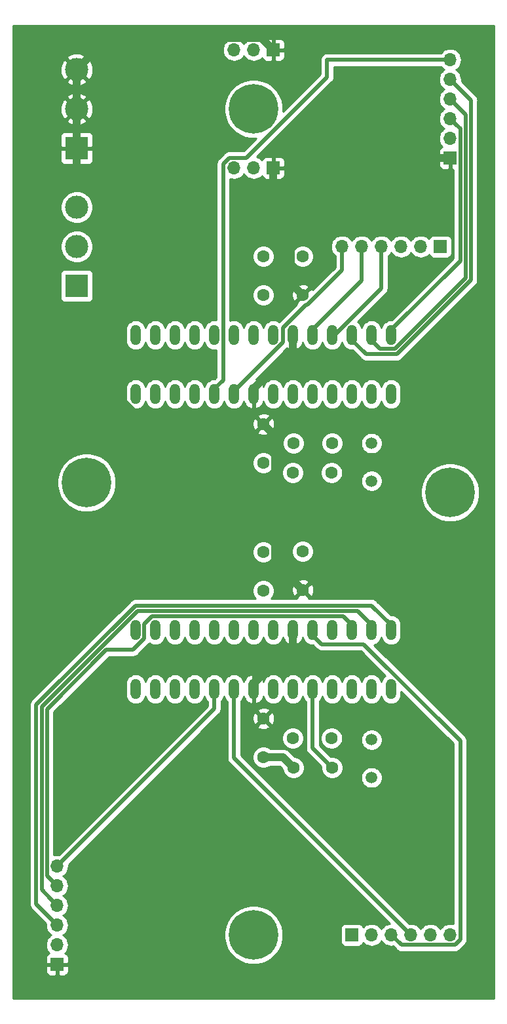
<source format=gbr>
G04 #@! TF.GenerationSoftware,KiCad,Pcbnew,(5.1.2)-1*
G04 #@! TF.CreationDate,2019-05-15T23:48:02+02:00*
G04 #@! TF.ProjectId,ADClock,4144436c-6f63-46b2-9e6b-696361645f70,rev?*
G04 #@! TF.SameCoordinates,Original*
G04 #@! TF.FileFunction,Copper,L2,Bot*
G04 #@! TF.FilePolarity,Positive*
%FSLAX46Y46*%
G04 Gerber Fmt 4.6, Leading zero omitted, Abs format (unit mm)*
G04 Created by KiCad (PCBNEW (5.1.2)-1) date 2019-05-15 23:48:02*
%MOMM*%
%LPD*%
G04 APERTURE LIST*
%ADD10C,1.600000*%
%ADD11O,1.320800X2.641600*%
%ADD12R,3.000000X3.000000*%
%ADD13C,3.000000*%
%ADD14R,1.700000X1.700000*%
%ADD15O,1.700000X1.700000*%
%ADD16C,1.500000*%
%ADD17C,6.400000*%
%ADD18C,1.000000*%
%ADD19C,0.500000*%
%ADD20C,0.254000*%
G04 APERTURE END LIST*
D10*
X168830000Y-118110000D03*
X163830000Y-118110000D03*
X168910000Y-121920000D03*
X163910000Y-121920000D03*
X160020000Y-94060000D03*
X160020000Y-99060000D03*
X160020000Y-115570000D03*
X160020000Y-120570000D03*
X165100000Y-93980000D03*
X165100000Y-98980000D03*
X160020000Y-82550000D03*
X160020000Y-77550000D03*
X163910000Y-80010000D03*
X168910000Y-80010000D03*
X163830000Y-83820000D03*
X168830000Y-83820000D03*
X160020000Y-60880000D03*
X160020000Y-55880000D03*
X165100000Y-60880000D03*
X165100000Y-55880000D03*
D11*
X143510000Y-104140000D03*
X146050000Y-104140000D03*
X148590000Y-104140000D03*
X151130000Y-104140000D03*
X153670000Y-104140000D03*
X156210000Y-104140000D03*
X158750000Y-104140000D03*
X161290000Y-104140000D03*
X163830000Y-104140000D03*
X166370000Y-104140000D03*
X168910000Y-104140000D03*
X171450000Y-104140000D03*
X173990000Y-104140000D03*
X176530000Y-104140000D03*
X176530000Y-111760000D03*
X173990000Y-111760000D03*
X171450000Y-111760000D03*
X168910000Y-111760000D03*
X166370000Y-111760000D03*
X163830000Y-111760000D03*
X161290000Y-111760000D03*
X158750000Y-111760000D03*
X156210000Y-111760000D03*
X153670000Y-111760000D03*
X151130000Y-111760000D03*
X148590000Y-111760000D03*
X146050000Y-111760000D03*
X143510000Y-111760000D03*
X143510000Y-73660000D03*
X146050000Y-73660000D03*
X148590000Y-73660000D03*
X151130000Y-73660000D03*
X153670000Y-73660000D03*
X156210000Y-73660000D03*
X158750000Y-73660000D03*
X161290000Y-73660000D03*
X163830000Y-73660000D03*
X166370000Y-73660000D03*
X168910000Y-73660000D03*
X171450000Y-73660000D03*
X173990000Y-73660000D03*
X176530000Y-73660000D03*
X176530000Y-66040000D03*
X173990000Y-66040000D03*
X171450000Y-66040000D03*
X168910000Y-66040000D03*
X166370000Y-66040000D03*
X163830000Y-66040000D03*
X161290000Y-66040000D03*
X158750000Y-66040000D03*
X156210000Y-66040000D03*
X153670000Y-66040000D03*
X151130000Y-66040000D03*
X148590000Y-66040000D03*
X146050000Y-66040000D03*
X143510000Y-66040000D03*
D12*
X135890000Y-41910000D03*
D13*
X135890000Y-36830000D03*
X135890000Y-31750000D03*
X135890000Y-49530000D03*
X135890000Y-54610000D03*
D12*
X135890000Y-59690000D03*
D14*
X133350000Y-147320000D03*
D15*
X133350000Y-144780000D03*
X133350000Y-142240000D03*
X133350000Y-139700000D03*
X133350000Y-137160000D03*
X133350000Y-134620000D03*
X184150000Y-30480000D03*
X184150000Y-33020000D03*
X184150000Y-35560000D03*
X184150000Y-38100000D03*
X184150000Y-40640000D03*
D14*
X184150000Y-43180000D03*
X161290000Y-29210000D03*
D15*
X158750000Y-29210000D03*
X156210000Y-29210000D03*
X156210000Y-44450000D03*
X158750000Y-44450000D03*
D14*
X161290000Y-44450000D03*
X171450000Y-143510000D03*
D15*
X173990000Y-143510000D03*
X176530000Y-143510000D03*
X179070000Y-143510000D03*
X181610000Y-143510000D03*
X184150000Y-143510000D03*
D16*
X173990000Y-118310000D03*
X173990000Y-123190000D03*
X173990000Y-80010000D03*
X173990000Y-84890000D03*
D14*
X182880000Y-54610000D03*
D15*
X180340000Y-54610000D03*
X177800000Y-54610000D03*
X175260000Y-54610000D03*
X172720000Y-54610000D03*
X170180000Y-54610000D03*
D17*
X158750000Y-36830000D03*
X184150000Y-86360000D03*
X158750000Y-143510000D03*
X137160000Y-85090000D03*
D18*
X162560000Y-120570000D02*
X163910000Y-121920000D01*
X160020000Y-120570000D02*
X162560000Y-120570000D01*
D19*
X166370000Y-119380000D02*
X166370000Y-111760000D01*
X168910000Y-121920000D02*
X166370000Y-119380000D01*
X153670000Y-114300000D02*
X133350000Y-134620000D01*
X153670000Y-111760000D02*
X153670000Y-114300000D01*
X132500001Y-141390001D02*
X133350000Y-142240000D01*
X130649979Y-139539979D02*
X132500001Y-141390001D01*
X130649979Y-113779302D02*
X130649979Y-139539979D01*
X143460122Y-100969170D02*
X130649979Y-113779302D01*
X174019570Y-100969170D02*
X143460122Y-100969170D01*
X176530000Y-103479600D02*
X174019570Y-100969170D01*
X176530000Y-104140000D02*
X176530000Y-103479600D01*
X132500001Y-138850001D02*
X133350000Y-139700000D01*
X131349989Y-114069255D02*
X131349989Y-137699989D01*
X143750064Y-101669180D02*
X131349989Y-114069255D01*
X131349989Y-137699989D02*
X132500001Y-138850001D01*
X172179580Y-101669180D02*
X143750064Y-101669180D01*
X173990000Y-103479600D02*
X172179580Y-101669180D01*
X173990000Y-104140000D02*
X173990000Y-103479600D01*
X132500001Y-136310001D02*
X133350000Y-137160000D01*
X139729206Y-106680000D02*
X132049999Y-114359207D01*
X143200756Y-106680000D02*
X139729206Y-106680000D01*
X132049999Y-114359207D02*
X132049999Y-135859999D01*
X171450000Y-103479600D02*
X170339590Y-102369190D01*
X171450000Y-104140000D02*
X171450000Y-103479600D01*
X132049999Y-135859999D02*
X132500001Y-136310001D01*
X170339590Y-102369190D02*
X145590054Y-102369190D01*
X145590054Y-102369190D02*
X144620410Y-103338834D01*
X144620410Y-103338834D02*
X144620410Y-105260346D01*
X144620410Y-105260346D02*
X143200756Y-106680000D01*
D18*
X135890000Y-41910000D02*
X135890000Y-36830000D01*
X135890000Y-36830000D02*
X135890000Y-31750000D01*
X159739999Y-27659999D02*
X161290000Y-29210000D01*
X139980001Y-27659999D02*
X159739999Y-27659999D01*
X135890000Y-31750000D02*
X139980001Y-27659999D01*
X164300001Y-60080001D02*
X165100000Y-60880000D01*
X163599999Y-59379999D02*
X164300001Y-60080001D01*
X163599999Y-48609999D02*
X163599999Y-59379999D01*
X161290000Y-46300000D02*
X163599999Y-48609999D01*
X161290000Y-44450000D02*
X161290000Y-46300000D01*
X158750000Y-72999600D02*
X158750000Y-73660000D01*
X163830000Y-67919600D02*
X158750000Y-72999600D01*
X163830000Y-66040000D02*
X163830000Y-67919600D01*
X164300001Y-98180001D02*
X165100000Y-98980000D01*
X161520001Y-95400001D02*
X164300001Y-98180001D01*
X160020000Y-77550000D02*
X161520001Y-79050001D01*
X158750000Y-111099600D02*
X158750000Y-111760000D01*
X163830000Y-104140000D02*
X163830000Y-106019600D01*
X163830000Y-106019600D02*
X158750000Y-111099600D01*
X169029998Y-43180000D02*
X184150000Y-43180000D01*
X163599999Y-48609999D02*
X169029998Y-43180000D01*
X135890000Y-44410000D02*
X139700000Y-48220000D01*
X135890000Y-41910000D02*
X135890000Y-44410000D01*
X157665691Y-90400001D02*
X161520001Y-90400001D01*
X139700000Y-72434310D02*
X157665691Y-90400001D01*
X139700000Y-48220000D02*
X139700000Y-72434310D01*
X161520001Y-79050001D02*
X161520001Y-90400001D01*
X161520001Y-90400001D02*
X161520001Y-95400001D01*
D19*
X153670000Y-72999600D02*
X153670000Y-73660000D01*
X154830400Y-43905598D02*
X154830400Y-71839200D01*
X154830400Y-71839200D02*
X153670000Y-72999600D01*
X155585999Y-43149999D02*
X154830400Y-43905598D01*
X157832003Y-43149999D02*
X155585999Y-43149999D01*
X168255998Y-32726004D02*
X157832003Y-43149999D01*
X168255998Y-30480000D02*
X168255998Y-32726004D01*
X184150000Y-30480000D02*
X168255998Y-30480000D01*
X184999999Y-38949999D02*
X184150000Y-38100000D01*
X185450001Y-39400001D02*
X184999999Y-38949999D01*
X185450001Y-56459599D02*
X185450001Y-39400001D01*
X176530000Y-65379600D02*
X185450001Y-56459599D01*
X176530000Y-66040000D02*
X176530000Y-65379600D01*
X184999999Y-36409999D02*
X184150000Y-35560000D01*
X186150011Y-37560011D02*
X184999999Y-36409999D01*
X176989946Y-67810810D02*
X186150011Y-58650745D01*
X173990000Y-66700400D02*
X175100410Y-67810810D01*
X186150011Y-58650745D02*
X186150011Y-37560011D01*
X175100410Y-67810810D02*
X176989946Y-67810810D01*
X173990000Y-66040000D02*
X173990000Y-66700400D01*
X186850021Y-35720021D02*
X184999999Y-33869999D01*
X186850021Y-58940698D02*
X186850021Y-35720021D01*
X177279899Y-68510820D02*
X186850021Y-58940698D01*
X173260420Y-68510820D02*
X177279899Y-68510820D01*
X171450000Y-66700400D02*
X173260420Y-68510820D01*
X184999999Y-33869999D02*
X184150000Y-33020000D01*
X171450000Y-66040000D02*
X171450000Y-66700400D01*
X172961556Y-105960800D02*
X167530400Y-105960800D01*
X185450001Y-118449245D02*
X172961556Y-105960800D01*
X185450001Y-144134001D02*
X185450001Y-118449245D01*
X184774001Y-144810001D02*
X185450001Y-144134001D01*
X166370000Y-104800400D02*
X166370000Y-104140000D01*
X167530400Y-105960800D02*
X166370000Y-104800400D01*
X177830001Y-144810001D02*
X184774001Y-144810001D01*
X176530000Y-143510000D02*
X177830001Y-144810001D01*
X156210000Y-120650000D02*
X156210000Y-111760000D01*
X179070000Y-143510000D02*
X156210000Y-120650000D01*
X175260000Y-55812081D02*
X175260000Y-54610000D01*
X175260000Y-59999244D02*
X175260000Y-55812081D01*
X168910000Y-66349244D02*
X175260000Y-59999244D01*
X168910000Y-66040000D02*
X168910000Y-66349244D01*
X172720000Y-55812081D02*
X172720000Y-54610000D01*
X172720000Y-59029600D02*
X172720000Y-55812081D01*
X166370000Y-65379600D02*
X172720000Y-59029600D01*
X166370000Y-66040000D02*
X166370000Y-65379600D01*
X170180000Y-55812081D02*
X170180000Y-54610000D01*
X170180000Y-57650002D02*
X170180000Y-55812081D01*
X165700001Y-62130001D02*
X170180000Y-57650002D01*
X165509243Y-62130001D02*
X165700001Y-62130001D01*
X162560000Y-65079244D02*
X165509243Y-62130001D01*
X162560000Y-67000756D02*
X162560000Y-65079244D01*
X156210000Y-73350756D02*
X162560000Y-67000756D01*
X156210000Y-73660000D02*
X156210000Y-73350756D01*
D20*
G36*
X189840001Y-151740000D02*
G01*
X127660000Y-151740000D01*
X127660000Y-148170000D01*
X131861928Y-148170000D01*
X131874188Y-148294482D01*
X131910498Y-148414180D01*
X131969463Y-148524494D01*
X132048815Y-148621185D01*
X132145506Y-148700537D01*
X132255820Y-148759502D01*
X132375518Y-148795812D01*
X132500000Y-148808072D01*
X133064250Y-148805000D01*
X133223000Y-148646250D01*
X133223000Y-147447000D01*
X133477000Y-147447000D01*
X133477000Y-148646250D01*
X133635750Y-148805000D01*
X134200000Y-148808072D01*
X134324482Y-148795812D01*
X134444180Y-148759502D01*
X134554494Y-148700537D01*
X134651185Y-148621185D01*
X134730537Y-148524494D01*
X134789502Y-148414180D01*
X134825812Y-148294482D01*
X134838072Y-148170000D01*
X134835000Y-147605750D01*
X134676250Y-147447000D01*
X133477000Y-147447000D01*
X133223000Y-147447000D01*
X132023750Y-147447000D01*
X131865000Y-147605750D01*
X131861928Y-148170000D01*
X127660000Y-148170000D01*
X127660000Y-113779302D01*
X129760698Y-113779302D01*
X129764979Y-113822771D01*
X129764980Y-139496500D01*
X129760698Y-139539979D01*
X129777784Y-139713469D01*
X129828391Y-139880292D01*
X129910569Y-140034038D01*
X129993447Y-140135025D01*
X129993450Y-140135028D01*
X130021163Y-140168796D01*
X130054930Y-140196508D01*
X131879388Y-142020967D01*
X131857815Y-142240000D01*
X131886487Y-142531111D01*
X131971401Y-142811034D01*
X132109294Y-143069014D01*
X132294866Y-143295134D01*
X132520986Y-143480706D01*
X132575791Y-143510000D01*
X132520986Y-143539294D01*
X132294866Y-143724866D01*
X132109294Y-143950986D01*
X131971401Y-144208966D01*
X131886487Y-144488889D01*
X131857815Y-144780000D01*
X131886487Y-145071111D01*
X131971401Y-145351034D01*
X132109294Y-145609014D01*
X132294866Y-145835134D01*
X132324687Y-145859607D01*
X132255820Y-145880498D01*
X132145506Y-145939463D01*
X132048815Y-146018815D01*
X131969463Y-146115506D01*
X131910498Y-146225820D01*
X131874188Y-146345518D01*
X131861928Y-146470000D01*
X131865000Y-147034250D01*
X132023750Y-147193000D01*
X133223000Y-147193000D01*
X133223000Y-147173000D01*
X133477000Y-147173000D01*
X133477000Y-147193000D01*
X134676250Y-147193000D01*
X134835000Y-147034250D01*
X134838072Y-146470000D01*
X134825812Y-146345518D01*
X134789502Y-146225820D01*
X134730537Y-146115506D01*
X134651185Y-146018815D01*
X134554494Y-145939463D01*
X134444180Y-145880498D01*
X134375313Y-145859607D01*
X134405134Y-145835134D01*
X134590706Y-145609014D01*
X134728599Y-145351034D01*
X134813513Y-145071111D01*
X134842185Y-144780000D01*
X134813513Y-144488889D01*
X134728599Y-144208966D01*
X134590706Y-143950986D01*
X134405134Y-143724866D01*
X134179014Y-143539294D01*
X134124209Y-143510000D01*
X134179014Y-143480706D01*
X134405134Y-143295134D01*
X134538780Y-143132285D01*
X154915000Y-143132285D01*
X154915000Y-143887715D01*
X155062377Y-144628628D01*
X155351467Y-145326554D01*
X155771161Y-145954670D01*
X156305330Y-146488839D01*
X156933446Y-146908533D01*
X157631372Y-147197623D01*
X158372285Y-147345000D01*
X159127715Y-147345000D01*
X159868628Y-147197623D01*
X160566554Y-146908533D01*
X161194670Y-146488839D01*
X161728839Y-145954670D01*
X162148533Y-145326554D01*
X162437623Y-144628628D01*
X162585000Y-143887715D01*
X162585000Y-143132285D01*
X162437623Y-142391372D01*
X162148533Y-141693446D01*
X161728839Y-141065330D01*
X161194670Y-140531161D01*
X160566554Y-140111467D01*
X159868628Y-139822377D01*
X159127715Y-139675000D01*
X158372285Y-139675000D01*
X157631372Y-139822377D01*
X156933446Y-140111467D01*
X156305330Y-140531161D01*
X155771161Y-141065330D01*
X155351467Y-141693446D01*
X155062377Y-142391372D01*
X154915000Y-143132285D01*
X134538780Y-143132285D01*
X134590706Y-143069014D01*
X134728599Y-142811034D01*
X134813513Y-142531111D01*
X134842185Y-142240000D01*
X134813513Y-141948889D01*
X134728599Y-141668966D01*
X134590706Y-141410986D01*
X134405134Y-141184866D01*
X134179014Y-140999294D01*
X134124209Y-140970000D01*
X134179014Y-140940706D01*
X134405134Y-140755134D01*
X134590706Y-140529014D01*
X134728599Y-140271034D01*
X134813513Y-139991111D01*
X134842185Y-139700000D01*
X134813513Y-139408889D01*
X134728599Y-139128966D01*
X134590706Y-138870986D01*
X134405134Y-138644866D01*
X134179014Y-138459294D01*
X134124209Y-138430000D01*
X134179014Y-138400706D01*
X134405134Y-138215134D01*
X134590706Y-137989014D01*
X134728599Y-137731034D01*
X134813513Y-137451111D01*
X134842185Y-137160000D01*
X134813513Y-136868889D01*
X134728599Y-136588966D01*
X134590706Y-136330986D01*
X134405134Y-136104866D01*
X134179014Y-135919294D01*
X134124209Y-135890000D01*
X134179014Y-135860706D01*
X134405134Y-135675134D01*
X134590706Y-135449014D01*
X134728599Y-135191034D01*
X134813513Y-134911111D01*
X134842185Y-134620000D01*
X134820612Y-134400966D01*
X154265049Y-114956530D01*
X154298817Y-114928817D01*
X154409411Y-114794059D01*
X154476479Y-114668583D01*
X154491589Y-114640314D01*
X154542195Y-114473490D01*
X154545904Y-114435834D01*
X154555000Y-114343477D01*
X154555000Y-114343469D01*
X154559281Y-114300000D01*
X154555000Y-114256531D01*
X154555000Y-113369885D01*
X154590418Y-113340818D01*
X154752297Y-113143567D01*
X154872583Y-112918526D01*
X154940000Y-112696285D01*
X155007417Y-112918526D01*
X155127704Y-113143567D01*
X155289583Y-113340818D01*
X155325001Y-113369885D01*
X155325000Y-120606531D01*
X155320719Y-120650000D01*
X155325000Y-120693469D01*
X155325000Y-120693476D01*
X155337805Y-120823489D01*
X155388411Y-120990312D01*
X155470589Y-121144058D01*
X155581183Y-121278817D01*
X155614956Y-121306534D01*
X176344506Y-142036085D01*
X176238889Y-142046487D01*
X175958966Y-142131401D01*
X175700986Y-142269294D01*
X175474866Y-142454866D01*
X175289294Y-142680986D01*
X175260000Y-142735791D01*
X175230706Y-142680986D01*
X175045134Y-142454866D01*
X174819014Y-142269294D01*
X174561034Y-142131401D01*
X174281111Y-142046487D01*
X174062950Y-142025000D01*
X173917050Y-142025000D01*
X173698889Y-142046487D01*
X173418966Y-142131401D01*
X173160986Y-142269294D01*
X172934866Y-142454866D01*
X172910393Y-142484687D01*
X172889502Y-142415820D01*
X172830537Y-142305506D01*
X172751185Y-142208815D01*
X172654494Y-142129463D01*
X172544180Y-142070498D01*
X172424482Y-142034188D01*
X172300000Y-142021928D01*
X170600000Y-142021928D01*
X170475518Y-142034188D01*
X170355820Y-142070498D01*
X170245506Y-142129463D01*
X170148815Y-142208815D01*
X170069463Y-142305506D01*
X170010498Y-142415820D01*
X169974188Y-142535518D01*
X169961928Y-142660000D01*
X169961928Y-144360000D01*
X169974188Y-144484482D01*
X170010498Y-144604180D01*
X170069463Y-144714494D01*
X170148815Y-144811185D01*
X170245506Y-144890537D01*
X170355820Y-144949502D01*
X170475518Y-144985812D01*
X170600000Y-144998072D01*
X172300000Y-144998072D01*
X172424482Y-144985812D01*
X172544180Y-144949502D01*
X172654494Y-144890537D01*
X172751185Y-144811185D01*
X172830537Y-144714494D01*
X172889502Y-144604180D01*
X172910393Y-144535313D01*
X172934866Y-144565134D01*
X173160986Y-144750706D01*
X173418966Y-144888599D01*
X173698889Y-144973513D01*
X173917050Y-144995000D01*
X174062950Y-144995000D01*
X174281111Y-144973513D01*
X174561034Y-144888599D01*
X174819014Y-144750706D01*
X175045134Y-144565134D01*
X175230706Y-144339014D01*
X175260000Y-144284209D01*
X175289294Y-144339014D01*
X175474866Y-144565134D01*
X175700986Y-144750706D01*
X175958966Y-144888599D01*
X176238889Y-144973513D01*
X176457050Y-144995000D01*
X176602950Y-144995000D01*
X176749033Y-144980612D01*
X177173471Y-145405050D01*
X177201184Y-145438818D01*
X177234952Y-145466531D01*
X177234954Y-145466533D01*
X177306453Y-145525211D01*
X177335942Y-145549412D01*
X177489688Y-145631590D01*
X177656511Y-145682196D01*
X177786524Y-145695001D01*
X177786534Y-145695001D01*
X177830000Y-145699282D01*
X177873467Y-145695001D01*
X184730532Y-145695001D01*
X184774001Y-145699282D01*
X184817470Y-145695001D01*
X184817478Y-145695001D01*
X184947491Y-145682196D01*
X185114314Y-145631590D01*
X185268060Y-145549412D01*
X185402818Y-145438818D01*
X185430535Y-145405045D01*
X186045051Y-144790530D01*
X186078818Y-144762818D01*
X186189412Y-144628060D01*
X186271590Y-144474314D01*
X186322196Y-144307491D01*
X186335001Y-144177478D01*
X186335001Y-144177468D01*
X186339282Y-144134002D01*
X186335001Y-144090536D01*
X186335001Y-118492710D01*
X186339282Y-118449244D01*
X186335001Y-118405778D01*
X186335001Y-118405768D01*
X186322196Y-118275755D01*
X186271590Y-118108932D01*
X186189412Y-117955186D01*
X186078818Y-117820428D01*
X186045050Y-117792715D01*
X174309503Y-106057168D01*
X174488126Y-106002983D01*
X174713167Y-105882697D01*
X174910418Y-105720818D01*
X175072297Y-105523567D01*
X175192583Y-105298526D01*
X175260000Y-105076285D01*
X175327417Y-105298526D01*
X175447704Y-105523567D01*
X175609583Y-105720818D01*
X175806834Y-105882697D01*
X176031875Y-106002983D01*
X176276058Y-106077056D01*
X176530000Y-106102067D01*
X176783943Y-106077056D01*
X177028126Y-106002983D01*
X177253167Y-105882697D01*
X177450418Y-105720818D01*
X177612297Y-105523567D01*
X177732583Y-105298526D01*
X177806656Y-105054343D01*
X177825400Y-104864030D01*
X177825400Y-103415970D01*
X177806656Y-103225657D01*
X177732583Y-102981474D01*
X177612297Y-102756433D01*
X177450418Y-102559182D01*
X177253166Y-102397303D01*
X177028125Y-102277017D01*
X176783942Y-102202944D01*
X176530000Y-102177933D01*
X176484403Y-102182424D01*
X174676104Y-100374126D01*
X174648387Y-100340353D01*
X174513629Y-100229759D01*
X174359883Y-100147581D01*
X174193060Y-100096975D01*
X174063047Y-100084170D01*
X174063039Y-100084170D01*
X174019570Y-100079889D01*
X173976101Y-100084170D01*
X165880391Y-100084170D01*
X165913097Y-99972702D01*
X165100000Y-99159605D01*
X164286903Y-99972702D01*
X164319609Y-100084170D01*
X161025226Y-100084170D01*
X161134637Y-99974759D01*
X161291680Y-99739727D01*
X161399853Y-99478574D01*
X161455000Y-99201335D01*
X161455000Y-99050512D01*
X163659783Y-99050512D01*
X163701213Y-99330130D01*
X163796397Y-99596292D01*
X163863329Y-99721514D01*
X164107298Y-99793097D01*
X164920395Y-98980000D01*
X165279605Y-98980000D01*
X166092702Y-99793097D01*
X166336671Y-99721514D01*
X166457571Y-99466004D01*
X166526300Y-99191816D01*
X166540217Y-98909488D01*
X166498787Y-98629870D01*
X166403603Y-98363708D01*
X166336671Y-98238486D01*
X166092702Y-98166903D01*
X165279605Y-98980000D01*
X164920395Y-98980000D01*
X164107298Y-98166903D01*
X163863329Y-98238486D01*
X163742429Y-98493996D01*
X163673700Y-98768184D01*
X163659783Y-99050512D01*
X161455000Y-99050512D01*
X161455000Y-98918665D01*
X161399853Y-98641426D01*
X161291680Y-98380273D01*
X161134637Y-98145241D01*
X160976694Y-97987298D01*
X164286903Y-97987298D01*
X165100000Y-98800395D01*
X165913097Y-97987298D01*
X165841514Y-97743329D01*
X165586004Y-97622429D01*
X165311816Y-97553700D01*
X165029488Y-97539783D01*
X164749870Y-97581213D01*
X164483708Y-97676397D01*
X164358486Y-97743329D01*
X164286903Y-97987298D01*
X160976694Y-97987298D01*
X160934759Y-97945363D01*
X160699727Y-97788320D01*
X160438574Y-97680147D01*
X160161335Y-97625000D01*
X159878665Y-97625000D01*
X159601426Y-97680147D01*
X159340273Y-97788320D01*
X159105241Y-97945363D01*
X158905363Y-98145241D01*
X158748320Y-98380273D01*
X158640147Y-98641426D01*
X158585000Y-98918665D01*
X158585000Y-99201335D01*
X158640147Y-99478574D01*
X158748320Y-99739727D01*
X158905363Y-99974759D01*
X159014774Y-100084170D01*
X143503588Y-100084170D01*
X143460122Y-100079889D01*
X143416656Y-100084170D01*
X143416645Y-100084170D01*
X143286632Y-100096975D01*
X143119809Y-100147581D01*
X142990549Y-100216671D01*
X142966063Y-100229759D01*
X142865075Y-100312638D01*
X142865073Y-100312640D01*
X142831305Y-100340353D01*
X142803593Y-100374120D01*
X130054935Y-113122768D01*
X130021162Y-113150485D01*
X129910568Y-113285244D01*
X129828390Y-113438990D01*
X129777784Y-113605813D01*
X129764979Y-113735826D01*
X129764979Y-113735836D01*
X129760698Y-113779302D01*
X127660000Y-113779302D01*
X127660000Y-93918665D01*
X158585000Y-93918665D01*
X158585000Y-94201335D01*
X158640147Y-94478574D01*
X158748320Y-94739727D01*
X158905363Y-94974759D01*
X159105241Y-95174637D01*
X159340273Y-95331680D01*
X159601426Y-95439853D01*
X159878665Y-95495000D01*
X160161335Y-95495000D01*
X160438574Y-95439853D01*
X160699727Y-95331680D01*
X160934759Y-95174637D01*
X161134637Y-94974759D01*
X161291680Y-94739727D01*
X161399853Y-94478574D01*
X161455000Y-94201335D01*
X161455000Y-93918665D01*
X161439087Y-93838665D01*
X163665000Y-93838665D01*
X163665000Y-94121335D01*
X163720147Y-94398574D01*
X163828320Y-94659727D01*
X163985363Y-94894759D01*
X164185241Y-95094637D01*
X164420273Y-95251680D01*
X164681426Y-95359853D01*
X164958665Y-95415000D01*
X165241335Y-95415000D01*
X165518574Y-95359853D01*
X165779727Y-95251680D01*
X166014759Y-95094637D01*
X166214637Y-94894759D01*
X166371680Y-94659727D01*
X166479853Y-94398574D01*
X166535000Y-94121335D01*
X166535000Y-93838665D01*
X166479853Y-93561426D01*
X166371680Y-93300273D01*
X166214637Y-93065241D01*
X166014759Y-92865363D01*
X165779727Y-92708320D01*
X165518574Y-92600147D01*
X165241335Y-92545000D01*
X164958665Y-92545000D01*
X164681426Y-92600147D01*
X164420273Y-92708320D01*
X164185241Y-92865363D01*
X163985363Y-93065241D01*
X163828320Y-93300273D01*
X163720147Y-93561426D01*
X163665000Y-93838665D01*
X161439087Y-93838665D01*
X161399853Y-93641426D01*
X161291680Y-93380273D01*
X161134637Y-93145241D01*
X160934759Y-92945363D01*
X160699727Y-92788320D01*
X160438574Y-92680147D01*
X160161335Y-92625000D01*
X159878665Y-92625000D01*
X159601426Y-92680147D01*
X159340273Y-92788320D01*
X159105241Y-92945363D01*
X158905363Y-93145241D01*
X158748320Y-93380273D01*
X158640147Y-93641426D01*
X158585000Y-93918665D01*
X127660000Y-93918665D01*
X127660000Y-84712285D01*
X133325000Y-84712285D01*
X133325000Y-85467715D01*
X133472377Y-86208628D01*
X133761467Y-86906554D01*
X134181161Y-87534670D01*
X134715330Y-88068839D01*
X135343446Y-88488533D01*
X136041372Y-88777623D01*
X136782285Y-88925000D01*
X137537715Y-88925000D01*
X138278628Y-88777623D01*
X138976554Y-88488533D01*
X139604670Y-88068839D01*
X140138839Y-87534670D01*
X140558533Y-86906554D01*
X140847623Y-86208628D01*
X140995000Y-85467715D01*
X140995000Y-84712285D01*
X140847623Y-83971372D01*
X140558533Y-83273446D01*
X140138839Y-82645330D01*
X139902174Y-82408665D01*
X158585000Y-82408665D01*
X158585000Y-82691335D01*
X158640147Y-82968574D01*
X158748320Y-83229727D01*
X158905363Y-83464759D01*
X159105241Y-83664637D01*
X159340273Y-83821680D01*
X159601426Y-83929853D01*
X159878665Y-83985000D01*
X160161335Y-83985000D01*
X160438574Y-83929853D01*
X160699727Y-83821680D01*
X160913764Y-83678665D01*
X162395000Y-83678665D01*
X162395000Y-83961335D01*
X162450147Y-84238574D01*
X162558320Y-84499727D01*
X162715363Y-84734759D01*
X162915241Y-84934637D01*
X163150273Y-85091680D01*
X163411426Y-85199853D01*
X163688665Y-85255000D01*
X163971335Y-85255000D01*
X164248574Y-85199853D01*
X164509727Y-85091680D01*
X164744759Y-84934637D01*
X164944637Y-84734759D01*
X165101680Y-84499727D01*
X165209853Y-84238574D01*
X165265000Y-83961335D01*
X165265000Y-83678665D01*
X167395000Y-83678665D01*
X167395000Y-83961335D01*
X167450147Y-84238574D01*
X167558320Y-84499727D01*
X167715363Y-84734759D01*
X167915241Y-84934637D01*
X168150273Y-85091680D01*
X168411426Y-85199853D01*
X168688665Y-85255000D01*
X168971335Y-85255000D01*
X169248574Y-85199853D01*
X169509727Y-85091680D01*
X169744759Y-84934637D01*
X169925807Y-84753589D01*
X172605000Y-84753589D01*
X172605000Y-85026411D01*
X172658225Y-85293989D01*
X172762629Y-85546043D01*
X172914201Y-85772886D01*
X173107114Y-85965799D01*
X173333957Y-86117371D01*
X173586011Y-86221775D01*
X173853589Y-86275000D01*
X174126411Y-86275000D01*
X174393989Y-86221775D01*
X174646043Y-86117371D01*
X174848213Y-85982285D01*
X180315000Y-85982285D01*
X180315000Y-86737715D01*
X180462377Y-87478628D01*
X180751467Y-88176554D01*
X181171161Y-88804670D01*
X181705330Y-89338839D01*
X182333446Y-89758533D01*
X183031372Y-90047623D01*
X183772285Y-90195000D01*
X184527715Y-90195000D01*
X185268628Y-90047623D01*
X185966554Y-89758533D01*
X186594670Y-89338839D01*
X187128839Y-88804670D01*
X187548533Y-88176554D01*
X187837623Y-87478628D01*
X187985000Y-86737715D01*
X187985000Y-85982285D01*
X187837623Y-85241372D01*
X187548533Y-84543446D01*
X187128839Y-83915330D01*
X186594670Y-83381161D01*
X185966554Y-82961467D01*
X185268628Y-82672377D01*
X184527715Y-82525000D01*
X183772285Y-82525000D01*
X183031372Y-82672377D01*
X182333446Y-82961467D01*
X181705330Y-83381161D01*
X181171161Y-83915330D01*
X180751467Y-84543446D01*
X180462377Y-85241372D01*
X180315000Y-85982285D01*
X174848213Y-85982285D01*
X174872886Y-85965799D01*
X175065799Y-85772886D01*
X175217371Y-85546043D01*
X175321775Y-85293989D01*
X175375000Y-85026411D01*
X175375000Y-84753589D01*
X175321775Y-84486011D01*
X175217371Y-84233957D01*
X175065799Y-84007114D01*
X174872886Y-83814201D01*
X174646043Y-83662629D01*
X174393989Y-83558225D01*
X174126411Y-83505000D01*
X173853589Y-83505000D01*
X173586011Y-83558225D01*
X173333957Y-83662629D01*
X173107114Y-83814201D01*
X172914201Y-84007114D01*
X172762629Y-84233957D01*
X172658225Y-84486011D01*
X172605000Y-84753589D01*
X169925807Y-84753589D01*
X169944637Y-84734759D01*
X170101680Y-84499727D01*
X170209853Y-84238574D01*
X170265000Y-83961335D01*
X170265000Y-83678665D01*
X170209853Y-83401426D01*
X170101680Y-83140273D01*
X169944637Y-82905241D01*
X169744759Y-82705363D01*
X169509727Y-82548320D01*
X169248574Y-82440147D01*
X168971335Y-82385000D01*
X168688665Y-82385000D01*
X168411426Y-82440147D01*
X168150273Y-82548320D01*
X167915241Y-82705363D01*
X167715363Y-82905241D01*
X167558320Y-83140273D01*
X167450147Y-83401426D01*
X167395000Y-83678665D01*
X165265000Y-83678665D01*
X165209853Y-83401426D01*
X165101680Y-83140273D01*
X164944637Y-82905241D01*
X164744759Y-82705363D01*
X164509727Y-82548320D01*
X164248574Y-82440147D01*
X163971335Y-82385000D01*
X163688665Y-82385000D01*
X163411426Y-82440147D01*
X163150273Y-82548320D01*
X162915241Y-82705363D01*
X162715363Y-82905241D01*
X162558320Y-83140273D01*
X162450147Y-83401426D01*
X162395000Y-83678665D01*
X160913764Y-83678665D01*
X160934759Y-83664637D01*
X161134637Y-83464759D01*
X161291680Y-83229727D01*
X161399853Y-82968574D01*
X161455000Y-82691335D01*
X161455000Y-82408665D01*
X161399853Y-82131426D01*
X161291680Y-81870273D01*
X161134637Y-81635241D01*
X160934759Y-81435363D01*
X160699727Y-81278320D01*
X160438574Y-81170147D01*
X160161335Y-81115000D01*
X159878665Y-81115000D01*
X159601426Y-81170147D01*
X159340273Y-81278320D01*
X159105241Y-81435363D01*
X158905363Y-81635241D01*
X158748320Y-81870273D01*
X158640147Y-82131426D01*
X158585000Y-82408665D01*
X139902174Y-82408665D01*
X139604670Y-82111161D01*
X138976554Y-81691467D01*
X138278628Y-81402377D01*
X137537715Y-81255000D01*
X136782285Y-81255000D01*
X136041372Y-81402377D01*
X135343446Y-81691467D01*
X134715330Y-82111161D01*
X134181161Y-82645330D01*
X133761467Y-83273446D01*
X133472377Y-83971372D01*
X133325000Y-84712285D01*
X127660000Y-84712285D01*
X127660000Y-79868665D01*
X162475000Y-79868665D01*
X162475000Y-80151335D01*
X162530147Y-80428574D01*
X162638320Y-80689727D01*
X162795363Y-80924759D01*
X162995241Y-81124637D01*
X163230273Y-81281680D01*
X163491426Y-81389853D01*
X163768665Y-81445000D01*
X164051335Y-81445000D01*
X164328574Y-81389853D01*
X164589727Y-81281680D01*
X164824759Y-81124637D01*
X165024637Y-80924759D01*
X165181680Y-80689727D01*
X165289853Y-80428574D01*
X165345000Y-80151335D01*
X165345000Y-79868665D01*
X167475000Y-79868665D01*
X167475000Y-80151335D01*
X167530147Y-80428574D01*
X167638320Y-80689727D01*
X167795363Y-80924759D01*
X167995241Y-81124637D01*
X168230273Y-81281680D01*
X168491426Y-81389853D01*
X168768665Y-81445000D01*
X169051335Y-81445000D01*
X169328574Y-81389853D01*
X169589727Y-81281680D01*
X169824759Y-81124637D01*
X170024637Y-80924759D01*
X170181680Y-80689727D01*
X170289853Y-80428574D01*
X170345000Y-80151335D01*
X170345000Y-79873589D01*
X172605000Y-79873589D01*
X172605000Y-80146411D01*
X172658225Y-80413989D01*
X172762629Y-80666043D01*
X172914201Y-80892886D01*
X173107114Y-81085799D01*
X173333957Y-81237371D01*
X173586011Y-81341775D01*
X173853589Y-81395000D01*
X174126411Y-81395000D01*
X174393989Y-81341775D01*
X174646043Y-81237371D01*
X174872886Y-81085799D01*
X175065799Y-80892886D01*
X175217371Y-80666043D01*
X175321775Y-80413989D01*
X175375000Y-80146411D01*
X175375000Y-79873589D01*
X175321775Y-79606011D01*
X175217371Y-79353957D01*
X175065799Y-79127114D01*
X174872886Y-78934201D01*
X174646043Y-78782629D01*
X174393989Y-78678225D01*
X174126411Y-78625000D01*
X173853589Y-78625000D01*
X173586011Y-78678225D01*
X173333957Y-78782629D01*
X173107114Y-78934201D01*
X172914201Y-79127114D01*
X172762629Y-79353957D01*
X172658225Y-79606011D01*
X172605000Y-79873589D01*
X170345000Y-79873589D01*
X170345000Y-79868665D01*
X170289853Y-79591426D01*
X170181680Y-79330273D01*
X170024637Y-79095241D01*
X169824759Y-78895363D01*
X169589727Y-78738320D01*
X169328574Y-78630147D01*
X169051335Y-78575000D01*
X168768665Y-78575000D01*
X168491426Y-78630147D01*
X168230273Y-78738320D01*
X167995241Y-78895363D01*
X167795363Y-79095241D01*
X167638320Y-79330273D01*
X167530147Y-79591426D01*
X167475000Y-79868665D01*
X165345000Y-79868665D01*
X165289853Y-79591426D01*
X165181680Y-79330273D01*
X165024637Y-79095241D01*
X164824759Y-78895363D01*
X164589727Y-78738320D01*
X164328574Y-78630147D01*
X164051335Y-78575000D01*
X163768665Y-78575000D01*
X163491426Y-78630147D01*
X163230273Y-78738320D01*
X162995241Y-78895363D01*
X162795363Y-79095241D01*
X162638320Y-79330273D01*
X162530147Y-79591426D01*
X162475000Y-79868665D01*
X127660000Y-79868665D01*
X127660000Y-78542702D01*
X159206903Y-78542702D01*
X159278486Y-78786671D01*
X159533996Y-78907571D01*
X159808184Y-78976300D01*
X160090512Y-78990217D01*
X160370130Y-78948787D01*
X160636292Y-78853603D01*
X160761514Y-78786671D01*
X160833097Y-78542702D01*
X160020000Y-77729605D01*
X159206903Y-78542702D01*
X127660000Y-78542702D01*
X127660000Y-77620512D01*
X158579783Y-77620512D01*
X158621213Y-77900130D01*
X158716397Y-78166292D01*
X158783329Y-78291514D01*
X159027298Y-78363097D01*
X159840395Y-77550000D01*
X160199605Y-77550000D01*
X161012702Y-78363097D01*
X161256671Y-78291514D01*
X161377571Y-78036004D01*
X161446300Y-77761816D01*
X161460217Y-77479488D01*
X161418787Y-77199870D01*
X161323603Y-76933708D01*
X161256671Y-76808486D01*
X161012702Y-76736903D01*
X160199605Y-77550000D01*
X159840395Y-77550000D01*
X159027298Y-76736903D01*
X158783329Y-76808486D01*
X158662429Y-77063996D01*
X158593700Y-77338184D01*
X158579783Y-77620512D01*
X127660000Y-77620512D01*
X127660000Y-76557298D01*
X159206903Y-76557298D01*
X160020000Y-77370395D01*
X160833097Y-76557298D01*
X160761514Y-76313329D01*
X160506004Y-76192429D01*
X160231816Y-76123700D01*
X159949488Y-76109783D01*
X159669870Y-76151213D01*
X159403708Y-76246397D01*
X159278486Y-76313329D01*
X159206903Y-76557298D01*
X127660000Y-76557298D01*
X127660000Y-65315971D01*
X142214600Y-65315971D01*
X142214600Y-66764030D01*
X142233344Y-66954343D01*
X142307417Y-67198526D01*
X142427704Y-67423567D01*
X142589583Y-67620818D01*
X142786834Y-67782697D01*
X143011875Y-67902983D01*
X143256058Y-67977056D01*
X143510000Y-68002067D01*
X143763943Y-67977056D01*
X144008126Y-67902983D01*
X144233167Y-67782697D01*
X144430418Y-67620818D01*
X144592297Y-67423567D01*
X144712583Y-67198526D01*
X144780000Y-66976285D01*
X144847417Y-67198526D01*
X144967704Y-67423567D01*
X145129583Y-67620818D01*
X145326834Y-67782697D01*
X145551875Y-67902983D01*
X145796058Y-67977056D01*
X146050000Y-68002067D01*
X146303943Y-67977056D01*
X146548126Y-67902983D01*
X146773167Y-67782697D01*
X146970418Y-67620818D01*
X147132297Y-67423567D01*
X147252583Y-67198526D01*
X147320000Y-66976285D01*
X147387417Y-67198526D01*
X147507704Y-67423567D01*
X147669583Y-67620818D01*
X147866834Y-67782697D01*
X148091875Y-67902983D01*
X148336058Y-67977056D01*
X148590000Y-68002067D01*
X148843943Y-67977056D01*
X149088126Y-67902983D01*
X149313167Y-67782697D01*
X149510418Y-67620818D01*
X149672297Y-67423567D01*
X149792583Y-67198526D01*
X149860000Y-66976285D01*
X149927417Y-67198526D01*
X150047704Y-67423567D01*
X150209583Y-67620818D01*
X150406834Y-67782697D01*
X150631875Y-67902983D01*
X150876058Y-67977056D01*
X151130000Y-68002067D01*
X151383943Y-67977056D01*
X151628126Y-67902983D01*
X151853167Y-67782697D01*
X152050418Y-67620818D01*
X152212297Y-67423567D01*
X152332583Y-67198526D01*
X152400000Y-66976285D01*
X152467417Y-67198526D01*
X152587704Y-67423567D01*
X152749583Y-67620818D01*
X152946834Y-67782697D01*
X153171875Y-67902983D01*
X153416058Y-67977056D01*
X153670000Y-68002067D01*
X153923943Y-67977056D01*
X153945401Y-67970547D01*
X153945401Y-71472620D01*
X153715597Y-71702424D01*
X153670000Y-71697933D01*
X153416057Y-71722944D01*
X153171874Y-71797017D01*
X152946833Y-71917303D01*
X152749582Y-72079182D01*
X152587703Y-72276434D01*
X152467417Y-72501475D01*
X152400000Y-72723716D01*
X152332583Y-72501474D01*
X152212297Y-72276433D01*
X152050418Y-72079182D01*
X151853166Y-71917303D01*
X151628125Y-71797017D01*
X151383942Y-71722944D01*
X151130000Y-71697933D01*
X150876057Y-71722944D01*
X150631874Y-71797017D01*
X150406833Y-71917303D01*
X150209582Y-72079182D01*
X150047703Y-72276434D01*
X149927417Y-72501475D01*
X149860000Y-72723716D01*
X149792583Y-72501474D01*
X149672297Y-72276433D01*
X149510418Y-72079182D01*
X149313166Y-71917303D01*
X149088125Y-71797017D01*
X148843942Y-71722944D01*
X148590000Y-71697933D01*
X148336057Y-71722944D01*
X148091874Y-71797017D01*
X147866833Y-71917303D01*
X147669582Y-72079182D01*
X147507703Y-72276434D01*
X147387417Y-72501475D01*
X147320000Y-72723716D01*
X147252583Y-72501474D01*
X147132297Y-72276433D01*
X146970418Y-72079182D01*
X146773166Y-71917303D01*
X146548125Y-71797017D01*
X146303942Y-71722944D01*
X146050000Y-71697933D01*
X145796057Y-71722944D01*
X145551874Y-71797017D01*
X145326833Y-71917303D01*
X145129582Y-72079182D01*
X144967703Y-72276434D01*
X144847417Y-72501475D01*
X144780000Y-72723716D01*
X144712583Y-72501474D01*
X144592297Y-72276433D01*
X144430418Y-72079182D01*
X144233166Y-71917303D01*
X144008125Y-71797017D01*
X143763942Y-71722944D01*
X143510000Y-71697933D01*
X143256057Y-71722944D01*
X143011874Y-71797017D01*
X142786833Y-71917303D01*
X142589582Y-72079182D01*
X142427703Y-72276434D01*
X142307417Y-72501475D01*
X142233344Y-72745658D01*
X142214600Y-72935971D01*
X142214600Y-74384030D01*
X142233344Y-74574343D01*
X142307417Y-74818526D01*
X142427704Y-75043567D01*
X142589583Y-75240818D01*
X142786834Y-75402697D01*
X143011875Y-75522983D01*
X143256058Y-75597056D01*
X143510000Y-75622067D01*
X143763943Y-75597056D01*
X144008126Y-75522983D01*
X144233167Y-75402697D01*
X144430418Y-75240818D01*
X144592297Y-75043567D01*
X144712583Y-74818526D01*
X144780000Y-74596285D01*
X144847417Y-74818526D01*
X144967704Y-75043567D01*
X145129583Y-75240818D01*
X145326834Y-75402697D01*
X145551875Y-75522983D01*
X145796058Y-75597056D01*
X146050000Y-75622067D01*
X146303943Y-75597056D01*
X146548126Y-75522983D01*
X146773167Y-75402697D01*
X146970418Y-75240818D01*
X147132297Y-75043567D01*
X147252583Y-74818526D01*
X147320000Y-74596285D01*
X147387417Y-74818526D01*
X147507704Y-75043567D01*
X147669583Y-75240818D01*
X147866834Y-75402697D01*
X148091875Y-75522983D01*
X148336058Y-75597056D01*
X148590000Y-75622067D01*
X148843943Y-75597056D01*
X149088126Y-75522983D01*
X149313167Y-75402697D01*
X149510418Y-75240818D01*
X149672297Y-75043567D01*
X149792583Y-74818526D01*
X149860000Y-74596285D01*
X149927417Y-74818526D01*
X150047704Y-75043567D01*
X150209583Y-75240818D01*
X150406834Y-75402697D01*
X150631875Y-75522983D01*
X150876058Y-75597056D01*
X151130000Y-75622067D01*
X151383943Y-75597056D01*
X151628126Y-75522983D01*
X151853167Y-75402697D01*
X152050418Y-75240818D01*
X152212297Y-75043567D01*
X152332583Y-74818526D01*
X152400000Y-74596285D01*
X152467417Y-74818526D01*
X152587704Y-75043567D01*
X152749583Y-75240818D01*
X152946834Y-75402697D01*
X153171875Y-75522983D01*
X153416058Y-75597056D01*
X153670000Y-75622067D01*
X153923943Y-75597056D01*
X154168126Y-75522983D01*
X154393167Y-75402697D01*
X154590418Y-75240818D01*
X154752297Y-75043567D01*
X154872583Y-74818526D01*
X154940000Y-74596285D01*
X155007417Y-74818526D01*
X155127704Y-75043567D01*
X155289583Y-75240818D01*
X155486834Y-75402697D01*
X155711875Y-75522983D01*
X155956058Y-75597056D01*
X156210000Y-75622067D01*
X156463943Y-75597056D01*
X156708126Y-75522983D01*
X156933167Y-75402697D01*
X157130418Y-75240818D01*
X157292297Y-75043567D01*
X157412583Y-74818526D01*
X157482506Y-74588023D01*
X157504267Y-74697680D01*
X157601807Y-74933461D01*
X157743471Y-75145683D01*
X157923816Y-75326189D01*
X158135911Y-75468044D01*
X158371605Y-75565795D01*
X158422895Y-75573820D01*
X158623000Y-75449933D01*
X158623000Y-73787000D01*
X158603000Y-73787000D01*
X158603000Y-73533000D01*
X158623000Y-73533000D01*
X158623000Y-73513000D01*
X158877000Y-73513000D01*
X158877000Y-73533000D01*
X158897000Y-73533000D01*
X158897000Y-73787000D01*
X158877000Y-73787000D01*
X158877000Y-75449933D01*
X159077105Y-75573820D01*
X159128395Y-75565795D01*
X159364089Y-75468044D01*
X159576184Y-75326189D01*
X159756529Y-75145683D01*
X159898193Y-74933461D01*
X159995733Y-74697680D01*
X160017494Y-74588023D01*
X160087417Y-74818526D01*
X160207704Y-75043567D01*
X160369583Y-75240818D01*
X160566834Y-75402697D01*
X160791875Y-75522983D01*
X161036058Y-75597056D01*
X161290000Y-75622067D01*
X161543943Y-75597056D01*
X161788126Y-75522983D01*
X162013167Y-75402697D01*
X162210418Y-75240818D01*
X162372297Y-75043567D01*
X162492583Y-74818526D01*
X162560000Y-74596285D01*
X162627417Y-74818526D01*
X162747704Y-75043567D01*
X162909583Y-75240818D01*
X163106834Y-75402697D01*
X163331875Y-75522983D01*
X163576058Y-75597056D01*
X163830000Y-75622067D01*
X164083943Y-75597056D01*
X164328126Y-75522983D01*
X164553167Y-75402697D01*
X164750418Y-75240818D01*
X164912297Y-75043567D01*
X165032583Y-74818526D01*
X165100000Y-74596285D01*
X165167417Y-74818526D01*
X165287704Y-75043567D01*
X165449583Y-75240818D01*
X165646834Y-75402697D01*
X165871875Y-75522983D01*
X166116058Y-75597056D01*
X166370000Y-75622067D01*
X166623943Y-75597056D01*
X166868126Y-75522983D01*
X167093167Y-75402697D01*
X167290418Y-75240818D01*
X167452297Y-75043567D01*
X167572583Y-74818526D01*
X167640000Y-74596285D01*
X167707417Y-74818526D01*
X167827704Y-75043567D01*
X167989583Y-75240818D01*
X168186834Y-75402697D01*
X168411875Y-75522983D01*
X168656058Y-75597056D01*
X168910000Y-75622067D01*
X169163943Y-75597056D01*
X169408126Y-75522983D01*
X169633167Y-75402697D01*
X169830418Y-75240818D01*
X169992297Y-75043567D01*
X170112583Y-74818526D01*
X170180000Y-74596285D01*
X170247417Y-74818526D01*
X170367704Y-75043567D01*
X170529583Y-75240818D01*
X170726834Y-75402697D01*
X170951875Y-75522983D01*
X171196058Y-75597056D01*
X171450000Y-75622067D01*
X171703943Y-75597056D01*
X171948126Y-75522983D01*
X172173167Y-75402697D01*
X172370418Y-75240818D01*
X172532297Y-75043567D01*
X172652583Y-74818526D01*
X172720000Y-74596285D01*
X172787417Y-74818526D01*
X172907704Y-75043567D01*
X173069583Y-75240818D01*
X173266834Y-75402697D01*
X173491875Y-75522983D01*
X173736058Y-75597056D01*
X173990000Y-75622067D01*
X174243943Y-75597056D01*
X174488126Y-75522983D01*
X174713167Y-75402697D01*
X174910418Y-75240818D01*
X175072297Y-75043567D01*
X175192583Y-74818526D01*
X175260000Y-74596285D01*
X175327417Y-74818526D01*
X175447704Y-75043567D01*
X175609583Y-75240818D01*
X175806834Y-75402697D01*
X176031875Y-75522983D01*
X176276058Y-75597056D01*
X176530000Y-75622067D01*
X176783943Y-75597056D01*
X177028126Y-75522983D01*
X177253167Y-75402697D01*
X177450418Y-75240818D01*
X177612297Y-75043567D01*
X177732583Y-74818526D01*
X177806656Y-74574343D01*
X177825400Y-74384030D01*
X177825400Y-72935970D01*
X177806656Y-72745657D01*
X177732583Y-72501474D01*
X177612297Y-72276433D01*
X177450418Y-72079182D01*
X177253166Y-71917303D01*
X177028125Y-71797017D01*
X176783942Y-71722944D01*
X176530000Y-71697933D01*
X176276057Y-71722944D01*
X176031874Y-71797017D01*
X175806833Y-71917303D01*
X175609582Y-72079182D01*
X175447703Y-72276434D01*
X175327417Y-72501475D01*
X175260000Y-72723716D01*
X175192583Y-72501474D01*
X175072297Y-72276433D01*
X174910418Y-72079182D01*
X174713166Y-71917303D01*
X174488125Y-71797017D01*
X174243942Y-71722944D01*
X173990000Y-71697933D01*
X173736057Y-71722944D01*
X173491874Y-71797017D01*
X173266833Y-71917303D01*
X173069582Y-72079182D01*
X172907703Y-72276434D01*
X172787417Y-72501475D01*
X172720000Y-72723716D01*
X172652583Y-72501474D01*
X172532297Y-72276433D01*
X172370418Y-72079182D01*
X172173166Y-71917303D01*
X171948125Y-71797017D01*
X171703942Y-71722944D01*
X171450000Y-71697933D01*
X171196057Y-71722944D01*
X170951874Y-71797017D01*
X170726833Y-71917303D01*
X170529582Y-72079182D01*
X170367703Y-72276434D01*
X170247417Y-72501475D01*
X170180000Y-72723716D01*
X170112583Y-72501474D01*
X169992297Y-72276433D01*
X169830418Y-72079182D01*
X169633166Y-71917303D01*
X169408125Y-71797017D01*
X169163942Y-71722944D01*
X168910000Y-71697933D01*
X168656057Y-71722944D01*
X168411874Y-71797017D01*
X168186833Y-71917303D01*
X167989582Y-72079182D01*
X167827703Y-72276434D01*
X167707417Y-72501475D01*
X167640000Y-72723716D01*
X167572583Y-72501474D01*
X167452297Y-72276433D01*
X167290418Y-72079182D01*
X167093166Y-71917303D01*
X166868125Y-71797017D01*
X166623942Y-71722944D01*
X166370000Y-71697933D01*
X166116057Y-71722944D01*
X165871874Y-71797017D01*
X165646833Y-71917303D01*
X165449582Y-72079182D01*
X165287703Y-72276434D01*
X165167417Y-72501475D01*
X165100000Y-72723716D01*
X165032583Y-72501474D01*
X164912297Y-72276433D01*
X164750418Y-72079182D01*
X164553166Y-71917303D01*
X164328125Y-71797017D01*
X164083942Y-71722944D01*
X163830000Y-71697933D01*
X163576057Y-71722944D01*
X163331874Y-71797017D01*
X163106833Y-71917303D01*
X162909582Y-72079182D01*
X162747703Y-72276434D01*
X162627417Y-72501475D01*
X162560000Y-72723716D01*
X162492583Y-72501474D01*
X162372297Y-72276433D01*
X162210418Y-72079182D01*
X162013166Y-71917303D01*
X161788125Y-71797017D01*
X161543942Y-71722944D01*
X161290000Y-71697933D01*
X161036057Y-71722944D01*
X160791874Y-71797017D01*
X160566833Y-71917303D01*
X160369582Y-72079182D01*
X160207703Y-72276434D01*
X160087417Y-72501475D01*
X160017494Y-72731977D01*
X159995733Y-72622320D01*
X159898193Y-72386539D01*
X159756529Y-72174317D01*
X159576184Y-71993811D01*
X159364089Y-71851956D01*
X159128395Y-71754205D01*
X159077105Y-71746180D01*
X159048355Y-71763980D01*
X163065134Y-67747200D01*
X163215911Y-67848044D01*
X163451605Y-67945795D01*
X163502895Y-67953820D01*
X163703000Y-67829933D01*
X163703000Y-66167000D01*
X163683000Y-66167000D01*
X163683000Y-65913000D01*
X163703000Y-65913000D01*
X163703000Y-65893000D01*
X163957000Y-65893000D01*
X163957000Y-65913000D01*
X163977000Y-65913000D01*
X163977000Y-66167000D01*
X163957000Y-66167000D01*
X163957000Y-67829933D01*
X164157105Y-67953820D01*
X164208395Y-67945795D01*
X164444089Y-67848044D01*
X164656184Y-67706189D01*
X164836529Y-67525683D01*
X164978193Y-67313461D01*
X165075733Y-67077680D01*
X165097494Y-66968023D01*
X165167417Y-67198526D01*
X165287704Y-67423567D01*
X165449583Y-67620818D01*
X165646834Y-67782697D01*
X165871875Y-67902983D01*
X166116058Y-67977056D01*
X166370000Y-68002067D01*
X166623943Y-67977056D01*
X166868126Y-67902983D01*
X167093167Y-67782697D01*
X167290418Y-67620818D01*
X167452297Y-67423567D01*
X167572583Y-67198526D01*
X167640000Y-66976285D01*
X167707417Y-67198526D01*
X167827704Y-67423567D01*
X167989583Y-67620818D01*
X168186834Y-67782697D01*
X168411875Y-67902983D01*
X168656058Y-67977056D01*
X168910000Y-68002067D01*
X169163943Y-67977056D01*
X169408126Y-67902983D01*
X169633167Y-67782697D01*
X169830418Y-67620818D01*
X169992297Y-67423567D01*
X170112583Y-67198526D01*
X170180000Y-66976285D01*
X170247417Y-67198526D01*
X170367704Y-67423567D01*
X170529583Y-67620818D01*
X170726834Y-67782697D01*
X170951875Y-67902983D01*
X171196058Y-67977056D01*
X171450000Y-68002067D01*
X171495598Y-67997576D01*
X172603890Y-69105869D01*
X172631603Y-69139637D01*
X172665371Y-69167350D01*
X172665373Y-69167352D01*
X172766361Y-69250231D01*
X172920106Y-69332409D01*
X173086930Y-69383015D01*
X173216943Y-69395820D01*
X173216951Y-69395820D01*
X173260420Y-69400101D01*
X173303889Y-69395820D01*
X177236430Y-69395820D01*
X177279899Y-69400101D01*
X177323368Y-69395820D01*
X177323376Y-69395820D01*
X177453389Y-69383015D01*
X177620212Y-69332409D01*
X177773958Y-69250231D01*
X177908716Y-69139637D01*
X177936433Y-69105864D01*
X187445072Y-59597226D01*
X187478838Y-59569515D01*
X187516472Y-59523659D01*
X187589431Y-59434758D01*
X187589432Y-59434757D01*
X187671610Y-59281011D01*
X187722216Y-59114188D01*
X187735021Y-58984175D01*
X187735021Y-58984165D01*
X187739302Y-58940699D01*
X187735021Y-58897233D01*
X187735021Y-35763486D01*
X187739302Y-35720020D01*
X187735021Y-35676554D01*
X187735021Y-35676544D01*
X187722216Y-35546531D01*
X187671610Y-35379708D01*
X187589432Y-35225962D01*
X187478838Y-35091204D01*
X187445070Y-35063491D01*
X185656535Y-33274957D01*
X185656531Y-33274952D01*
X185620612Y-33239033D01*
X185642185Y-33020000D01*
X185613513Y-32728889D01*
X185528599Y-32448966D01*
X185390706Y-32190986D01*
X185205134Y-31964866D01*
X184979014Y-31779294D01*
X184924209Y-31750000D01*
X184979014Y-31720706D01*
X185205134Y-31535134D01*
X185390706Y-31309014D01*
X185528599Y-31051034D01*
X185613513Y-30771111D01*
X185642185Y-30480000D01*
X185613513Y-30188889D01*
X185528599Y-29908966D01*
X185390706Y-29650986D01*
X185205134Y-29424866D01*
X184979014Y-29239294D01*
X184721034Y-29101401D01*
X184441111Y-29016487D01*
X184222950Y-28995000D01*
X184077050Y-28995000D01*
X183858889Y-29016487D01*
X183578966Y-29101401D01*
X183320986Y-29239294D01*
X183094866Y-29424866D01*
X182955241Y-29595000D01*
X168299474Y-29595000D01*
X168255998Y-29590718D01*
X168212521Y-29595000D01*
X168082508Y-29607805D01*
X167915685Y-29658411D01*
X167761939Y-29740589D01*
X167627181Y-29851183D01*
X167516587Y-29985941D01*
X167434409Y-30139687D01*
X167383803Y-30306510D01*
X167366716Y-30480000D01*
X167370998Y-30523477D01*
X167370999Y-32359424D01*
X162585000Y-37145423D01*
X162585000Y-36452285D01*
X162437623Y-35711372D01*
X162148533Y-35013446D01*
X161728839Y-34385330D01*
X161194670Y-33851161D01*
X160566554Y-33431467D01*
X159868628Y-33142377D01*
X159127715Y-32995000D01*
X158372285Y-32995000D01*
X157631372Y-33142377D01*
X156933446Y-33431467D01*
X156305330Y-33851161D01*
X155771161Y-34385330D01*
X155351467Y-35013446D01*
X155062377Y-35711372D01*
X154915000Y-36452285D01*
X154915000Y-37207715D01*
X155062377Y-37948628D01*
X155351467Y-38646554D01*
X155771161Y-39274670D01*
X156305330Y-39808839D01*
X156933446Y-40228533D01*
X157631372Y-40517623D01*
X158372285Y-40665000D01*
X159065424Y-40665000D01*
X157465425Y-42264999D01*
X155629464Y-42264999D01*
X155585998Y-42260718D01*
X155542532Y-42264999D01*
X155542522Y-42264999D01*
X155412509Y-42277804D01*
X155245686Y-42328410D01*
X155091940Y-42410588D01*
X155091938Y-42410589D01*
X155091939Y-42410589D01*
X154990952Y-42493467D01*
X154990950Y-42493469D01*
X154957182Y-42521182D01*
X154929469Y-42554950D01*
X154235356Y-43249064D01*
X154201583Y-43276781D01*
X154090989Y-43411540D01*
X154008811Y-43565286D01*
X153958205Y-43732109D01*
X153945400Y-43862122D01*
X153945400Y-43862129D01*
X153941119Y-43905598D01*
X153945400Y-43949067D01*
X153945401Y-64109454D01*
X153923942Y-64102944D01*
X153670000Y-64077933D01*
X153416057Y-64102944D01*
X153171874Y-64177017D01*
X152946833Y-64297303D01*
X152749582Y-64459182D01*
X152587703Y-64656434D01*
X152467417Y-64881475D01*
X152400000Y-65103716D01*
X152332583Y-64881474D01*
X152212297Y-64656433D01*
X152050418Y-64459182D01*
X151853166Y-64297303D01*
X151628125Y-64177017D01*
X151383942Y-64102944D01*
X151130000Y-64077933D01*
X150876057Y-64102944D01*
X150631874Y-64177017D01*
X150406833Y-64297303D01*
X150209582Y-64459182D01*
X150047703Y-64656434D01*
X149927417Y-64881475D01*
X149860000Y-65103716D01*
X149792583Y-64881474D01*
X149672297Y-64656433D01*
X149510418Y-64459182D01*
X149313166Y-64297303D01*
X149088125Y-64177017D01*
X148843942Y-64102944D01*
X148590000Y-64077933D01*
X148336057Y-64102944D01*
X148091874Y-64177017D01*
X147866833Y-64297303D01*
X147669582Y-64459182D01*
X147507703Y-64656434D01*
X147387417Y-64881475D01*
X147320000Y-65103716D01*
X147252583Y-64881474D01*
X147132297Y-64656433D01*
X146970418Y-64459182D01*
X146773166Y-64297303D01*
X146548125Y-64177017D01*
X146303942Y-64102944D01*
X146050000Y-64077933D01*
X145796057Y-64102944D01*
X145551874Y-64177017D01*
X145326833Y-64297303D01*
X145129582Y-64459182D01*
X144967703Y-64656434D01*
X144847417Y-64881475D01*
X144780000Y-65103716D01*
X144712583Y-64881474D01*
X144592297Y-64656433D01*
X144430418Y-64459182D01*
X144233166Y-64297303D01*
X144008125Y-64177017D01*
X143763942Y-64102944D01*
X143510000Y-64077933D01*
X143256057Y-64102944D01*
X143011874Y-64177017D01*
X142786833Y-64297303D01*
X142589582Y-64459182D01*
X142427703Y-64656434D01*
X142307417Y-64881475D01*
X142233344Y-65125658D01*
X142214600Y-65315971D01*
X127660000Y-65315971D01*
X127660000Y-58190000D01*
X133751928Y-58190000D01*
X133751928Y-61190000D01*
X133764188Y-61314482D01*
X133800498Y-61434180D01*
X133859463Y-61544494D01*
X133938815Y-61641185D01*
X134035506Y-61720537D01*
X134145820Y-61779502D01*
X134265518Y-61815812D01*
X134390000Y-61828072D01*
X137390000Y-61828072D01*
X137514482Y-61815812D01*
X137634180Y-61779502D01*
X137744494Y-61720537D01*
X137841185Y-61641185D01*
X137920537Y-61544494D01*
X137979502Y-61434180D01*
X138015812Y-61314482D01*
X138028072Y-61190000D01*
X138028072Y-58190000D01*
X138015812Y-58065518D01*
X137979502Y-57945820D01*
X137920537Y-57835506D01*
X137841185Y-57738815D01*
X137744494Y-57659463D01*
X137634180Y-57600498D01*
X137514482Y-57564188D01*
X137390000Y-57551928D01*
X134390000Y-57551928D01*
X134265518Y-57564188D01*
X134145820Y-57600498D01*
X134035506Y-57659463D01*
X133938815Y-57738815D01*
X133859463Y-57835506D01*
X133800498Y-57945820D01*
X133764188Y-58065518D01*
X133751928Y-58190000D01*
X127660000Y-58190000D01*
X127660000Y-54399721D01*
X133755000Y-54399721D01*
X133755000Y-54820279D01*
X133837047Y-55232756D01*
X133997988Y-55621302D01*
X134231637Y-55970983D01*
X134529017Y-56268363D01*
X134878698Y-56502012D01*
X135267244Y-56662953D01*
X135679721Y-56745000D01*
X136100279Y-56745000D01*
X136512756Y-56662953D01*
X136901302Y-56502012D01*
X137250983Y-56268363D01*
X137548363Y-55970983D01*
X137782012Y-55621302D01*
X137942953Y-55232756D01*
X138025000Y-54820279D01*
X138025000Y-54399721D01*
X137942953Y-53987244D01*
X137782012Y-53598698D01*
X137548363Y-53249017D01*
X137250983Y-52951637D01*
X136901302Y-52717988D01*
X136512756Y-52557047D01*
X136100279Y-52475000D01*
X135679721Y-52475000D01*
X135267244Y-52557047D01*
X134878698Y-52717988D01*
X134529017Y-52951637D01*
X134231637Y-53249017D01*
X133997988Y-53598698D01*
X133837047Y-53987244D01*
X133755000Y-54399721D01*
X127660000Y-54399721D01*
X127660000Y-49319721D01*
X133755000Y-49319721D01*
X133755000Y-49740279D01*
X133837047Y-50152756D01*
X133997988Y-50541302D01*
X134231637Y-50890983D01*
X134529017Y-51188363D01*
X134878698Y-51422012D01*
X135267244Y-51582953D01*
X135679721Y-51665000D01*
X136100279Y-51665000D01*
X136512756Y-51582953D01*
X136901302Y-51422012D01*
X137250983Y-51188363D01*
X137548363Y-50890983D01*
X137782012Y-50541302D01*
X137942953Y-50152756D01*
X138025000Y-49740279D01*
X138025000Y-49319721D01*
X137942953Y-48907244D01*
X137782012Y-48518698D01*
X137548363Y-48169017D01*
X137250983Y-47871637D01*
X136901302Y-47637988D01*
X136512756Y-47477047D01*
X136100279Y-47395000D01*
X135679721Y-47395000D01*
X135267244Y-47477047D01*
X134878698Y-47637988D01*
X134529017Y-47871637D01*
X134231637Y-48169017D01*
X133997988Y-48518698D01*
X133837047Y-48907244D01*
X133755000Y-49319721D01*
X127660000Y-49319721D01*
X127660000Y-43410000D01*
X133751928Y-43410000D01*
X133764188Y-43534482D01*
X133800498Y-43654180D01*
X133859463Y-43764494D01*
X133938815Y-43861185D01*
X134035506Y-43940537D01*
X134145820Y-43999502D01*
X134265518Y-44035812D01*
X134390000Y-44048072D01*
X135604250Y-44045000D01*
X135763000Y-43886250D01*
X135763000Y-42037000D01*
X136017000Y-42037000D01*
X136017000Y-43886250D01*
X136175750Y-44045000D01*
X137390000Y-44048072D01*
X137514482Y-44035812D01*
X137634180Y-43999502D01*
X137744494Y-43940537D01*
X137841185Y-43861185D01*
X137920537Y-43764494D01*
X137979502Y-43654180D01*
X138015812Y-43534482D01*
X138028072Y-43410000D01*
X138025000Y-42195750D01*
X137866250Y-42037000D01*
X136017000Y-42037000D01*
X135763000Y-42037000D01*
X133913750Y-42037000D01*
X133755000Y-42195750D01*
X133751928Y-43410000D01*
X127660000Y-43410000D01*
X127660000Y-40410000D01*
X133751928Y-40410000D01*
X133755000Y-41624250D01*
X133913750Y-41783000D01*
X135763000Y-41783000D01*
X135763000Y-39933750D01*
X136017000Y-39933750D01*
X136017000Y-41783000D01*
X137866250Y-41783000D01*
X138025000Y-41624250D01*
X138028072Y-40410000D01*
X138015812Y-40285518D01*
X137979502Y-40165820D01*
X137920537Y-40055506D01*
X137841185Y-39958815D01*
X137744494Y-39879463D01*
X137634180Y-39820498D01*
X137514482Y-39784188D01*
X137390000Y-39771928D01*
X136175750Y-39775000D01*
X136017000Y-39933750D01*
X135763000Y-39933750D01*
X135604250Y-39775000D01*
X134390000Y-39771928D01*
X134265518Y-39784188D01*
X134145820Y-39820498D01*
X134035506Y-39879463D01*
X133938815Y-39958815D01*
X133859463Y-40055506D01*
X133800498Y-40165820D01*
X133764188Y-40285518D01*
X133751928Y-40410000D01*
X127660000Y-40410000D01*
X127660000Y-38321653D01*
X134577952Y-38321653D01*
X134733962Y-38637214D01*
X135108745Y-38828020D01*
X135513551Y-38942044D01*
X135932824Y-38974902D01*
X136350451Y-38925334D01*
X136750383Y-38795243D01*
X137046038Y-38637214D01*
X137202048Y-38321653D01*
X135890000Y-37009605D01*
X134577952Y-38321653D01*
X127660000Y-38321653D01*
X127660000Y-36872824D01*
X133745098Y-36872824D01*
X133794666Y-37290451D01*
X133924757Y-37690383D01*
X134082786Y-37986038D01*
X134398347Y-38142048D01*
X135710395Y-36830000D01*
X136069605Y-36830000D01*
X137381653Y-38142048D01*
X137697214Y-37986038D01*
X137888020Y-37611255D01*
X138002044Y-37206449D01*
X138034902Y-36787176D01*
X137985334Y-36369549D01*
X137855243Y-35969617D01*
X137697214Y-35673962D01*
X137381653Y-35517952D01*
X136069605Y-36830000D01*
X135710395Y-36830000D01*
X134398347Y-35517952D01*
X134082786Y-35673962D01*
X133891980Y-36048745D01*
X133777956Y-36453551D01*
X133745098Y-36872824D01*
X127660000Y-36872824D01*
X127660000Y-35338347D01*
X134577952Y-35338347D01*
X135890000Y-36650395D01*
X137202048Y-35338347D01*
X137046038Y-35022786D01*
X136671255Y-34831980D01*
X136266449Y-34717956D01*
X135847176Y-34685098D01*
X135429549Y-34734666D01*
X135029617Y-34864757D01*
X134733962Y-35022786D01*
X134577952Y-35338347D01*
X127660000Y-35338347D01*
X127660000Y-33241653D01*
X134577952Y-33241653D01*
X134733962Y-33557214D01*
X135108745Y-33748020D01*
X135513551Y-33862044D01*
X135932824Y-33894902D01*
X136350451Y-33845334D01*
X136750383Y-33715243D01*
X137046038Y-33557214D01*
X137202048Y-33241653D01*
X135890000Y-31929605D01*
X134577952Y-33241653D01*
X127660000Y-33241653D01*
X127660000Y-31792824D01*
X133745098Y-31792824D01*
X133794666Y-32210451D01*
X133924757Y-32610383D01*
X134082786Y-32906038D01*
X134398347Y-33062048D01*
X135710395Y-31750000D01*
X136069605Y-31750000D01*
X137381653Y-33062048D01*
X137697214Y-32906038D01*
X137888020Y-32531255D01*
X138002044Y-32126449D01*
X138034902Y-31707176D01*
X137985334Y-31289549D01*
X137855243Y-30889617D01*
X137697214Y-30593962D01*
X137381653Y-30437952D01*
X136069605Y-31750000D01*
X135710395Y-31750000D01*
X134398347Y-30437952D01*
X134082786Y-30593962D01*
X133891980Y-30968745D01*
X133777956Y-31373551D01*
X133745098Y-31792824D01*
X127660000Y-31792824D01*
X127660000Y-30258347D01*
X134577952Y-30258347D01*
X135890000Y-31570395D01*
X137202048Y-30258347D01*
X137046038Y-29942786D01*
X136671255Y-29751980D01*
X136266449Y-29637956D01*
X135847176Y-29605098D01*
X135429549Y-29654666D01*
X135029617Y-29784757D01*
X134733962Y-29942786D01*
X134577952Y-30258347D01*
X127660000Y-30258347D01*
X127660000Y-29210000D01*
X154717815Y-29210000D01*
X154746487Y-29501111D01*
X154831401Y-29781034D01*
X154969294Y-30039014D01*
X155154866Y-30265134D01*
X155380986Y-30450706D01*
X155638966Y-30588599D01*
X155918889Y-30673513D01*
X156137050Y-30695000D01*
X156282950Y-30695000D01*
X156501111Y-30673513D01*
X156781034Y-30588599D01*
X157039014Y-30450706D01*
X157265134Y-30265134D01*
X157450706Y-30039014D01*
X157480000Y-29984209D01*
X157509294Y-30039014D01*
X157694866Y-30265134D01*
X157920986Y-30450706D01*
X158178966Y-30588599D01*
X158458889Y-30673513D01*
X158677050Y-30695000D01*
X158822950Y-30695000D01*
X159041111Y-30673513D01*
X159321034Y-30588599D01*
X159579014Y-30450706D01*
X159805134Y-30265134D01*
X159829607Y-30235313D01*
X159850498Y-30304180D01*
X159909463Y-30414494D01*
X159988815Y-30511185D01*
X160085506Y-30590537D01*
X160195820Y-30649502D01*
X160315518Y-30685812D01*
X160440000Y-30698072D01*
X161004250Y-30695000D01*
X161163000Y-30536250D01*
X161163000Y-29337000D01*
X161417000Y-29337000D01*
X161417000Y-30536250D01*
X161575750Y-30695000D01*
X162140000Y-30698072D01*
X162264482Y-30685812D01*
X162384180Y-30649502D01*
X162494494Y-30590537D01*
X162591185Y-30511185D01*
X162670537Y-30414494D01*
X162729502Y-30304180D01*
X162765812Y-30184482D01*
X162778072Y-30060000D01*
X162775000Y-29495750D01*
X162616250Y-29337000D01*
X161417000Y-29337000D01*
X161163000Y-29337000D01*
X161143000Y-29337000D01*
X161143000Y-29083000D01*
X161163000Y-29083000D01*
X161163000Y-27883750D01*
X161417000Y-27883750D01*
X161417000Y-29083000D01*
X162616250Y-29083000D01*
X162775000Y-28924250D01*
X162778072Y-28360000D01*
X162765812Y-28235518D01*
X162729502Y-28115820D01*
X162670537Y-28005506D01*
X162591185Y-27908815D01*
X162494494Y-27829463D01*
X162384180Y-27770498D01*
X162264482Y-27734188D01*
X162140000Y-27721928D01*
X161575750Y-27725000D01*
X161417000Y-27883750D01*
X161163000Y-27883750D01*
X161004250Y-27725000D01*
X160440000Y-27721928D01*
X160315518Y-27734188D01*
X160195820Y-27770498D01*
X160085506Y-27829463D01*
X159988815Y-27908815D01*
X159909463Y-28005506D01*
X159850498Y-28115820D01*
X159829607Y-28184687D01*
X159805134Y-28154866D01*
X159579014Y-27969294D01*
X159321034Y-27831401D01*
X159041111Y-27746487D01*
X158822950Y-27725000D01*
X158677050Y-27725000D01*
X158458889Y-27746487D01*
X158178966Y-27831401D01*
X157920986Y-27969294D01*
X157694866Y-28154866D01*
X157509294Y-28380986D01*
X157480000Y-28435791D01*
X157450706Y-28380986D01*
X157265134Y-28154866D01*
X157039014Y-27969294D01*
X156781034Y-27831401D01*
X156501111Y-27746487D01*
X156282950Y-27725000D01*
X156137050Y-27725000D01*
X155918889Y-27746487D01*
X155638966Y-27831401D01*
X155380986Y-27969294D01*
X155154866Y-28154866D01*
X154969294Y-28380986D01*
X154831401Y-28638966D01*
X154746487Y-28918889D01*
X154717815Y-29210000D01*
X127660000Y-29210000D01*
X127660000Y-26060000D01*
X189840000Y-26060000D01*
X189840001Y-151740000D01*
X189840001Y-151740000D01*
G37*
X189840001Y-151740000D02*
X127660000Y-151740000D01*
X127660000Y-148170000D01*
X131861928Y-148170000D01*
X131874188Y-148294482D01*
X131910498Y-148414180D01*
X131969463Y-148524494D01*
X132048815Y-148621185D01*
X132145506Y-148700537D01*
X132255820Y-148759502D01*
X132375518Y-148795812D01*
X132500000Y-148808072D01*
X133064250Y-148805000D01*
X133223000Y-148646250D01*
X133223000Y-147447000D01*
X133477000Y-147447000D01*
X133477000Y-148646250D01*
X133635750Y-148805000D01*
X134200000Y-148808072D01*
X134324482Y-148795812D01*
X134444180Y-148759502D01*
X134554494Y-148700537D01*
X134651185Y-148621185D01*
X134730537Y-148524494D01*
X134789502Y-148414180D01*
X134825812Y-148294482D01*
X134838072Y-148170000D01*
X134835000Y-147605750D01*
X134676250Y-147447000D01*
X133477000Y-147447000D01*
X133223000Y-147447000D01*
X132023750Y-147447000D01*
X131865000Y-147605750D01*
X131861928Y-148170000D01*
X127660000Y-148170000D01*
X127660000Y-113779302D01*
X129760698Y-113779302D01*
X129764979Y-113822771D01*
X129764980Y-139496500D01*
X129760698Y-139539979D01*
X129777784Y-139713469D01*
X129828391Y-139880292D01*
X129910569Y-140034038D01*
X129993447Y-140135025D01*
X129993450Y-140135028D01*
X130021163Y-140168796D01*
X130054930Y-140196508D01*
X131879388Y-142020967D01*
X131857815Y-142240000D01*
X131886487Y-142531111D01*
X131971401Y-142811034D01*
X132109294Y-143069014D01*
X132294866Y-143295134D01*
X132520986Y-143480706D01*
X132575791Y-143510000D01*
X132520986Y-143539294D01*
X132294866Y-143724866D01*
X132109294Y-143950986D01*
X131971401Y-144208966D01*
X131886487Y-144488889D01*
X131857815Y-144780000D01*
X131886487Y-145071111D01*
X131971401Y-145351034D01*
X132109294Y-145609014D01*
X132294866Y-145835134D01*
X132324687Y-145859607D01*
X132255820Y-145880498D01*
X132145506Y-145939463D01*
X132048815Y-146018815D01*
X131969463Y-146115506D01*
X131910498Y-146225820D01*
X131874188Y-146345518D01*
X131861928Y-146470000D01*
X131865000Y-147034250D01*
X132023750Y-147193000D01*
X133223000Y-147193000D01*
X133223000Y-147173000D01*
X133477000Y-147173000D01*
X133477000Y-147193000D01*
X134676250Y-147193000D01*
X134835000Y-147034250D01*
X134838072Y-146470000D01*
X134825812Y-146345518D01*
X134789502Y-146225820D01*
X134730537Y-146115506D01*
X134651185Y-146018815D01*
X134554494Y-145939463D01*
X134444180Y-145880498D01*
X134375313Y-145859607D01*
X134405134Y-145835134D01*
X134590706Y-145609014D01*
X134728599Y-145351034D01*
X134813513Y-145071111D01*
X134842185Y-144780000D01*
X134813513Y-144488889D01*
X134728599Y-144208966D01*
X134590706Y-143950986D01*
X134405134Y-143724866D01*
X134179014Y-143539294D01*
X134124209Y-143510000D01*
X134179014Y-143480706D01*
X134405134Y-143295134D01*
X134538780Y-143132285D01*
X154915000Y-143132285D01*
X154915000Y-143887715D01*
X155062377Y-144628628D01*
X155351467Y-145326554D01*
X155771161Y-145954670D01*
X156305330Y-146488839D01*
X156933446Y-146908533D01*
X157631372Y-147197623D01*
X158372285Y-147345000D01*
X159127715Y-147345000D01*
X159868628Y-147197623D01*
X160566554Y-146908533D01*
X161194670Y-146488839D01*
X161728839Y-145954670D01*
X162148533Y-145326554D01*
X162437623Y-144628628D01*
X162585000Y-143887715D01*
X162585000Y-143132285D01*
X162437623Y-142391372D01*
X162148533Y-141693446D01*
X161728839Y-141065330D01*
X161194670Y-140531161D01*
X160566554Y-140111467D01*
X159868628Y-139822377D01*
X159127715Y-139675000D01*
X158372285Y-139675000D01*
X157631372Y-139822377D01*
X156933446Y-140111467D01*
X156305330Y-140531161D01*
X155771161Y-141065330D01*
X155351467Y-141693446D01*
X155062377Y-142391372D01*
X154915000Y-143132285D01*
X134538780Y-143132285D01*
X134590706Y-143069014D01*
X134728599Y-142811034D01*
X134813513Y-142531111D01*
X134842185Y-142240000D01*
X134813513Y-141948889D01*
X134728599Y-141668966D01*
X134590706Y-141410986D01*
X134405134Y-141184866D01*
X134179014Y-140999294D01*
X134124209Y-140970000D01*
X134179014Y-140940706D01*
X134405134Y-140755134D01*
X134590706Y-140529014D01*
X134728599Y-140271034D01*
X134813513Y-139991111D01*
X134842185Y-139700000D01*
X134813513Y-139408889D01*
X134728599Y-139128966D01*
X134590706Y-138870986D01*
X134405134Y-138644866D01*
X134179014Y-138459294D01*
X134124209Y-138430000D01*
X134179014Y-138400706D01*
X134405134Y-138215134D01*
X134590706Y-137989014D01*
X134728599Y-137731034D01*
X134813513Y-137451111D01*
X134842185Y-137160000D01*
X134813513Y-136868889D01*
X134728599Y-136588966D01*
X134590706Y-136330986D01*
X134405134Y-136104866D01*
X134179014Y-135919294D01*
X134124209Y-135890000D01*
X134179014Y-135860706D01*
X134405134Y-135675134D01*
X134590706Y-135449014D01*
X134728599Y-135191034D01*
X134813513Y-134911111D01*
X134842185Y-134620000D01*
X134820612Y-134400966D01*
X154265049Y-114956530D01*
X154298817Y-114928817D01*
X154409411Y-114794059D01*
X154476479Y-114668583D01*
X154491589Y-114640314D01*
X154542195Y-114473490D01*
X154545904Y-114435834D01*
X154555000Y-114343477D01*
X154555000Y-114343469D01*
X154559281Y-114300000D01*
X154555000Y-114256531D01*
X154555000Y-113369885D01*
X154590418Y-113340818D01*
X154752297Y-113143567D01*
X154872583Y-112918526D01*
X154940000Y-112696285D01*
X155007417Y-112918526D01*
X155127704Y-113143567D01*
X155289583Y-113340818D01*
X155325001Y-113369885D01*
X155325000Y-120606531D01*
X155320719Y-120650000D01*
X155325000Y-120693469D01*
X155325000Y-120693476D01*
X155337805Y-120823489D01*
X155388411Y-120990312D01*
X155470589Y-121144058D01*
X155581183Y-121278817D01*
X155614956Y-121306534D01*
X176344506Y-142036085D01*
X176238889Y-142046487D01*
X175958966Y-142131401D01*
X175700986Y-142269294D01*
X175474866Y-142454866D01*
X175289294Y-142680986D01*
X175260000Y-142735791D01*
X175230706Y-142680986D01*
X175045134Y-142454866D01*
X174819014Y-142269294D01*
X174561034Y-142131401D01*
X174281111Y-142046487D01*
X174062950Y-142025000D01*
X173917050Y-142025000D01*
X173698889Y-142046487D01*
X173418966Y-142131401D01*
X173160986Y-142269294D01*
X172934866Y-142454866D01*
X172910393Y-142484687D01*
X172889502Y-142415820D01*
X172830537Y-142305506D01*
X172751185Y-142208815D01*
X172654494Y-142129463D01*
X172544180Y-142070498D01*
X172424482Y-142034188D01*
X172300000Y-142021928D01*
X170600000Y-142021928D01*
X170475518Y-142034188D01*
X170355820Y-142070498D01*
X170245506Y-142129463D01*
X170148815Y-142208815D01*
X170069463Y-142305506D01*
X170010498Y-142415820D01*
X169974188Y-142535518D01*
X169961928Y-142660000D01*
X169961928Y-144360000D01*
X169974188Y-144484482D01*
X170010498Y-144604180D01*
X170069463Y-144714494D01*
X170148815Y-144811185D01*
X170245506Y-144890537D01*
X170355820Y-144949502D01*
X170475518Y-144985812D01*
X170600000Y-144998072D01*
X172300000Y-144998072D01*
X172424482Y-144985812D01*
X172544180Y-144949502D01*
X172654494Y-144890537D01*
X172751185Y-144811185D01*
X172830537Y-144714494D01*
X172889502Y-144604180D01*
X172910393Y-144535313D01*
X172934866Y-144565134D01*
X173160986Y-144750706D01*
X173418966Y-144888599D01*
X173698889Y-144973513D01*
X173917050Y-144995000D01*
X174062950Y-144995000D01*
X174281111Y-144973513D01*
X174561034Y-144888599D01*
X174819014Y-144750706D01*
X175045134Y-144565134D01*
X175230706Y-144339014D01*
X175260000Y-144284209D01*
X175289294Y-144339014D01*
X175474866Y-144565134D01*
X175700986Y-144750706D01*
X175958966Y-144888599D01*
X176238889Y-144973513D01*
X176457050Y-144995000D01*
X176602950Y-144995000D01*
X176749033Y-144980612D01*
X177173471Y-145405050D01*
X177201184Y-145438818D01*
X177234952Y-145466531D01*
X177234954Y-145466533D01*
X177306453Y-145525211D01*
X177335942Y-145549412D01*
X177489688Y-145631590D01*
X177656511Y-145682196D01*
X177786524Y-145695001D01*
X177786534Y-145695001D01*
X177830000Y-145699282D01*
X177873467Y-145695001D01*
X184730532Y-145695001D01*
X184774001Y-145699282D01*
X184817470Y-145695001D01*
X184817478Y-145695001D01*
X184947491Y-145682196D01*
X185114314Y-145631590D01*
X185268060Y-145549412D01*
X185402818Y-145438818D01*
X185430535Y-145405045D01*
X186045051Y-144790530D01*
X186078818Y-144762818D01*
X186189412Y-144628060D01*
X186271590Y-144474314D01*
X186322196Y-144307491D01*
X186335001Y-144177478D01*
X186335001Y-144177468D01*
X186339282Y-144134002D01*
X186335001Y-144090536D01*
X186335001Y-118492710D01*
X186339282Y-118449244D01*
X186335001Y-118405778D01*
X186335001Y-118405768D01*
X186322196Y-118275755D01*
X186271590Y-118108932D01*
X186189412Y-117955186D01*
X186078818Y-117820428D01*
X186045050Y-117792715D01*
X174309503Y-106057168D01*
X174488126Y-106002983D01*
X174713167Y-105882697D01*
X174910418Y-105720818D01*
X175072297Y-105523567D01*
X175192583Y-105298526D01*
X175260000Y-105076285D01*
X175327417Y-105298526D01*
X175447704Y-105523567D01*
X175609583Y-105720818D01*
X175806834Y-105882697D01*
X176031875Y-106002983D01*
X176276058Y-106077056D01*
X176530000Y-106102067D01*
X176783943Y-106077056D01*
X177028126Y-106002983D01*
X177253167Y-105882697D01*
X177450418Y-105720818D01*
X177612297Y-105523567D01*
X177732583Y-105298526D01*
X177806656Y-105054343D01*
X177825400Y-104864030D01*
X177825400Y-103415970D01*
X177806656Y-103225657D01*
X177732583Y-102981474D01*
X177612297Y-102756433D01*
X177450418Y-102559182D01*
X177253166Y-102397303D01*
X177028125Y-102277017D01*
X176783942Y-102202944D01*
X176530000Y-102177933D01*
X176484403Y-102182424D01*
X174676104Y-100374126D01*
X174648387Y-100340353D01*
X174513629Y-100229759D01*
X174359883Y-100147581D01*
X174193060Y-100096975D01*
X174063047Y-100084170D01*
X174063039Y-100084170D01*
X174019570Y-100079889D01*
X173976101Y-100084170D01*
X165880391Y-100084170D01*
X165913097Y-99972702D01*
X165100000Y-99159605D01*
X164286903Y-99972702D01*
X164319609Y-100084170D01*
X161025226Y-100084170D01*
X161134637Y-99974759D01*
X161291680Y-99739727D01*
X161399853Y-99478574D01*
X161455000Y-99201335D01*
X161455000Y-99050512D01*
X163659783Y-99050512D01*
X163701213Y-99330130D01*
X163796397Y-99596292D01*
X163863329Y-99721514D01*
X164107298Y-99793097D01*
X164920395Y-98980000D01*
X165279605Y-98980000D01*
X166092702Y-99793097D01*
X166336671Y-99721514D01*
X166457571Y-99466004D01*
X166526300Y-99191816D01*
X166540217Y-98909488D01*
X166498787Y-98629870D01*
X166403603Y-98363708D01*
X166336671Y-98238486D01*
X166092702Y-98166903D01*
X165279605Y-98980000D01*
X164920395Y-98980000D01*
X164107298Y-98166903D01*
X163863329Y-98238486D01*
X163742429Y-98493996D01*
X163673700Y-98768184D01*
X163659783Y-99050512D01*
X161455000Y-99050512D01*
X161455000Y-98918665D01*
X161399853Y-98641426D01*
X161291680Y-98380273D01*
X161134637Y-98145241D01*
X160976694Y-97987298D01*
X164286903Y-97987298D01*
X165100000Y-98800395D01*
X165913097Y-97987298D01*
X165841514Y-97743329D01*
X165586004Y-97622429D01*
X165311816Y-97553700D01*
X165029488Y-97539783D01*
X164749870Y-97581213D01*
X164483708Y-97676397D01*
X164358486Y-97743329D01*
X164286903Y-97987298D01*
X160976694Y-97987298D01*
X160934759Y-97945363D01*
X160699727Y-97788320D01*
X160438574Y-97680147D01*
X160161335Y-97625000D01*
X159878665Y-97625000D01*
X159601426Y-97680147D01*
X159340273Y-97788320D01*
X159105241Y-97945363D01*
X158905363Y-98145241D01*
X158748320Y-98380273D01*
X158640147Y-98641426D01*
X158585000Y-98918665D01*
X158585000Y-99201335D01*
X158640147Y-99478574D01*
X158748320Y-99739727D01*
X158905363Y-99974759D01*
X159014774Y-100084170D01*
X143503588Y-100084170D01*
X143460122Y-100079889D01*
X143416656Y-100084170D01*
X143416645Y-100084170D01*
X143286632Y-100096975D01*
X143119809Y-100147581D01*
X142990549Y-100216671D01*
X142966063Y-100229759D01*
X142865075Y-100312638D01*
X142865073Y-100312640D01*
X142831305Y-100340353D01*
X142803593Y-100374120D01*
X130054935Y-113122768D01*
X130021162Y-113150485D01*
X129910568Y-113285244D01*
X129828390Y-113438990D01*
X129777784Y-113605813D01*
X129764979Y-113735826D01*
X129764979Y-113735836D01*
X129760698Y-113779302D01*
X127660000Y-113779302D01*
X127660000Y-93918665D01*
X158585000Y-93918665D01*
X158585000Y-94201335D01*
X158640147Y-94478574D01*
X158748320Y-94739727D01*
X158905363Y-94974759D01*
X159105241Y-95174637D01*
X159340273Y-95331680D01*
X159601426Y-95439853D01*
X159878665Y-95495000D01*
X160161335Y-95495000D01*
X160438574Y-95439853D01*
X160699727Y-95331680D01*
X160934759Y-95174637D01*
X161134637Y-94974759D01*
X161291680Y-94739727D01*
X161399853Y-94478574D01*
X161455000Y-94201335D01*
X161455000Y-93918665D01*
X161439087Y-93838665D01*
X163665000Y-93838665D01*
X163665000Y-94121335D01*
X163720147Y-94398574D01*
X163828320Y-94659727D01*
X163985363Y-94894759D01*
X164185241Y-95094637D01*
X164420273Y-95251680D01*
X164681426Y-95359853D01*
X164958665Y-95415000D01*
X165241335Y-95415000D01*
X165518574Y-95359853D01*
X165779727Y-95251680D01*
X166014759Y-95094637D01*
X166214637Y-94894759D01*
X166371680Y-94659727D01*
X166479853Y-94398574D01*
X166535000Y-94121335D01*
X166535000Y-93838665D01*
X166479853Y-93561426D01*
X166371680Y-93300273D01*
X166214637Y-93065241D01*
X166014759Y-92865363D01*
X165779727Y-92708320D01*
X165518574Y-92600147D01*
X165241335Y-92545000D01*
X164958665Y-92545000D01*
X164681426Y-92600147D01*
X164420273Y-92708320D01*
X164185241Y-92865363D01*
X163985363Y-93065241D01*
X163828320Y-93300273D01*
X163720147Y-93561426D01*
X163665000Y-93838665D01*
X161439087Y-93838665D01*
X161399853Y-93641426D01*
X161291680Y-93380273D01*
X161134637Y-93145241D01*
X160934759Y-92945363D01*
X160699727Y-92788320D01*
X160438574Y-92680147D01*
X160161335Y-92625000D01*
X159878665Y-92625000D01*
X159601426Y-92680147D01*
X159340273Y-92788320D01*
X159105241Y-92945363D01*
X158905363Y-93145241D01*
X158748320Y-93380273D01*
X158640147Y-93641426D01*
X158585000Y-93918665D01*
X127660000Y-93918665D01*
X127660000Y-84712285D01*
X133325000Y-84712285D01*
X133325000Y-85467715D01*
X133472377Y-86208628D01*
X133761467Y-86906554D01*
X134181161Y-87534670D01*
X134715330Y-88068839D01*
X135343446Y-88488533D01*
X136041372Y-88777623D01*
X136782285Y-88925000D01*
X137537715Y-88925000D01*
X138278628Y-88777623D01*
X138976554Y-88488533D01*
X139604670Y-88068839D01*
X140138839Y-87534670D01*
X140558533Y-86906554D01*
X140847623Y-86208628D01*
X140995000Y-85467715D01*
X140995000Y-84712285D01*
X140847623Y-83971372D01*
X140558533Y-83273446D01*
X140138839Y-82645330D01*
X139902174Y-82408665D01*
X158585000Y-82408665D01*
X158585000Y-82691335D01*
X158640147Y-82968574D01*
X158748320Y-83229727D01*
X158905363Y-83464759D01*
X159105241Y-83664637D01*
X159340273Y-83821680D01*
X159601426Y-83929853D01*
X159878665Y-83985000D01*
X160161335Y-83985000D01*
X160438574Y-83929853D01*
X160699727Y-83821680D01*
X160913764Y-83678665D01*
X162395000Y-83678665D01*
X162395000Y-83961335D01*
X162450147Y-84238574D01*
X162558320Y-84499727D01*
X162715363Y-84734759D01*
X162915241Y-84934637D01*
X163150273Y-85091680D01*
X163411426Y-85199853D01*
X163688665Y-85255000D01*
X163971335Y-85255000D01*
X164248574Y-85199853D01*
X164509727Y-85091680D01*
X164744759Y-84934637D01*
X164944637Y-84734759D01*
X165101680Y-84499727D01*
X165209853Y-84238574D01*
X165265000Y-83961335D01*
X165265000Y-83678665D01*
X167395000Y-83678665D01*
X167395000Y-83961335D01*
X167450147Y-84238574D01*
X167558320Y-84499727D01*
X167715363Y-84734759D01*
X167915241Y-84934637D01*
X168150273Y-85091680D01*
X168411426Y-85199853D01*
X168688665Y-85255000D01*
X168971335Y-85255000D01*
X169248574Y-85199853D01*
X169509727Y-85091680D01*
X169744759Y-84934637D01*
X169925807Y-84753589D01*
X172605000Y-84753589D01*
X172605000Y-85026411D01*
X172658225Y-85293989D01*
X172762629Y-85546043D01*
X172914201Y-85772886D01*
X173107114Y-85965799D01*
X173333957Y-86117371D01*
X173586011Y-86221775D01*
X173853589Y-86275000D01*
X174126411Y-86275000D01*
X174393989Y-86221775D01*
X174646043Y-86117371D01*
X174848213Y-85982285D01*
X180315000Y-85982285D01*
X180315000Y-86737715D01*
X180462377Y-87478628D01*
X180751467Y-88176554D01*
X181171161Y-88804670D01*
X181705330Y-89338839D01*
X182333446Y-89758533D01*
X183031372Y-90047623D01*
X183772285Y-90195000D01*
X184527715Y-90195000D01*
X185268628Y-90047623D01*
X185966554Y-89758533D01*
X186594670Y-89338839D01*
X187128839Y-88804670D01*
X187548533Y-88176554D01*
X187837623Y-87478628D01*
X187985000Y-86737715D01*
X187985000Y-85982285D01*
X187837623Y-85241372D01*
X187548533Y-84543446D01*
X187128839Y-83915330D01*
X186594670Y-83381161D01*
X185966554Y-82961467D01*
X185268628Y-82672377D01*
X184527715Y-82525000D01*
X183772285Y-82525000D01*
X183031372Y-82672377D01*
X182333446Y-82961467D01*
X181705330Y-83381161D01*
X181171161Y-83915330D01*
X180751467Y-84543446D01*
X180462377Y-85241372D01*
X180315000Y-85982285D01*
X174848213Y-85982285D01*
X174872886Y-85965799D01*
X175065799Y-85772886D01*
X175217371Y-85546043D01*
X175321775Y-85293989D01*
X175375000Y-85026411D01*
X175375000Y-84753589D01*
X175321775Y-84486011D01*
X175217371Y-84233957D01*
X175065799Y-84007114D01*
X174872886Y-83814201D01*
X174646043Y-83662629D01*
X174393989Y-83558225D01*
X174126411Y-83505000D01*
X173853589Y-83505000D01*
X173586011Y-83558225D01*
X173333957Y-83662629D01*
X173107114Y-83814201D01*
X172914201Y-84007114D01*
X172762629Y-84233957D01*
X172658225Y-84486011D01*
X172605000Y-84753589D01*
X169925807Y-84753589D01*
X169944637Y-84734759D01*
X170101680Y-84499727D01*
X170209853Y-84238574D01*
X170265000Y-83961335D01*
X170265000Y-83678665D01*
X170209853Y-83401426D01*
X170101680Y-83140273D01*
X169944637Y-82905241D01*
X169744759Y-82705363D01*
X169509727Y-82548320D01*
X169248574Y-82440147D01*
X168971335Y-82385000D01*
X168688665Y-82385000D01*
X168411426Y-82440147D01*
X168150273Y-82548320D01*
X167915241Y-82705363D01*
X167715363Y-82905241D01*
X167558320Y-83140273D01*
X167450147Y-83401426D01*
X167395000Y-83678665D01*
X165265000Y-83678665D01*
X165209853Y-83401426D01*
X165101680Y-83140273D01*
X164944637Y-82905241D01*
X164744759Y-82705363D01*
X164509727Y-82548320D01*
X164248574Y-82440147D01*
X163971335Y-82385000D01*
X163688665Y-82385000D01*
X163411426Y-82440147D01*
X163150273Y-82548320D01*
X162915241Y-82705363D01*
X162715363Y-82905241D01*
X162558320Y-83140273D01*
X162450147Y-83401426D01*
X162395000Y-83678665D01*
X160913764Y-83678665D01*
X160934759Y-83664637D01*
X161134637Y-83464759D01*
X161291680Y-83229727D01*
X161399853Y-82968574D01*
X161455000Y-82691335D01*
X161455000Y-82408665D01*
X161399853Y-82131426D01*
X161291680Y-81870273D01*
X161134637Y-81635241D01*
X160934759Y-81435363D01*
X160699727Y-81278320D01*
X160438574Y-81170147D01*
X160161335Y-81115000D01*
X159878665Y-81115000D01*
X159601426Y-81170147D01*
X159340273Y-81278320D01*
X159105241Y-81435363D01*
X158905363Y-81635241D01*
X158748320Y-81870273D01*
X158640147Y-82131426D01*
X158585000Y-82408665D01*
X139902174Y-82408665D01*
X139604670Y-82111161D01*
X138976554Y-81691467D01*
X138278628Y-81402377D01*
X137537715Y-81255000D01*
X136782285Y-81255000D01*
X136041372Y-81402377D01*
X135343446Y-81691467D01*
X134715330Y-82111161D01*
X134181161Y-82645330D01*
X133761467Y-83273446D01*
X133472377Y-83971372D01*
X133325000Y-84712285D01*
X127660000Y-84712285D01*
X127660000Y-79868665D01*
X162475000Y-79868665D01*
X162475000Y-80151335D01*
X162530147Y-80428574D01*
X162638320Y-80689727D01*
X162795363Y-80924759D01*
X162995241Y-81124637D01*
X163230273Y-81281680D01*
X163491426Y-81389853D01*
X163768665Y-81445000D01*
X164051335Y-81445000D01*
X164328574Y-81389853D01*
X164589727Y-81281680D01*
X164824759Y-81124637D01*
X165024637Y-80924759D01*
X165181680Y-80689727D01*
X165289853Y-80428574D01*
X165345000Y-80151335D01*
X165345000Y-79868665D01*
X167475000Y-79868665D01*
X167475000Y-80151335D01*
X167530147Y-80428574D01*
X167638320Y-80689727D01*
X167795363Y-80924759D01*
X167995241Y-81124637D01*
X168230273Y-81281680D01*
X168491426Y-81389853D01*
X168768665Y-81445000D01*
X169051335Y-81445000D01*
X169328574Y-81389853D01*
X169589727Y-81281680D01*
X169824759Y-81124637D01*
X170024637Y-80924759D01*
X170181680Y-80689727D01*
X170289853Y-80428574D01*
X170345000Y-80151335D01*
X170345000Y-79873589D01*
X172605000Y-79873589D01*
X172605000Y-80146411D01*
X172658225Y-80413989D01*
X172762629Y-80666043D01*
X172914201Y-80892886D01*
X173107114Y-81085799D01*
X173333957Y-81237371D01*
X173586011Y-81341775D01*
X173853589Y-81395000D01*
X174126411Y-81395000D01*
X174393989Y-81341775D01*
X174646043Y-81237371D01*
X174872886Y-81085799D01*
X175065799Y-80892886D01*
X175217371Y-80666043D01*
X175321775Y-80413989D01*
X175375000Y-80146411D01*
X175375000Y-79873589D01*
X175321775Y-79606011D01*
X175217371Y-79353957D01*
X175065799Y-79127114D01*
X174872886Y-78934201D01*
X174646043Y-78782629D01*
X174393989Y-78678225D01*
X174126411Y-78625000D01*
X173853589Y-78625000D01*
X173586011Y-78678225D01*
X173333957Y-78782629D01*
X173107114Y-78934201D01*
X172914201Y-79127114D01*
X172762629Y-79353957D01*
X172658225Y-79606011D01*
X172605000Y-79873589D01*
X170345000Y-79873589D01*
X170345000Y-79868665D01*
X170289853Y-79591426D01*
X170181680Y-79330273D01*
X170024637Y-79095241D01*
X169824759Y-78895363D01*
X169589727Y-78738320D01*
X169328574Y-78630147D01*
X169051335Y-78575000D01*
X168768665Y-78575000D01*
X168491426Y-78630147D01*
X168230273Y-78738320D01*
X167995241Y-78895363D01*
X167795363Y-79095241D01*
X167638320Y-79330273D01*
X167530147Y-79591426D01*
X167475000Y-79868665D01*
X165345000Y-79868665D01*
X165289853Y-79591426D01*
X165181680Y-79330273D01*
X165024637Y-79095241D01*
X164824759Y-78895363D01*
X164589727Y-78738320D01*
X164328574Y-78630147D01*
X164051335Y-78575000D01*
X163768665Y-78575000D01*
X163491426Y-78630147D01*
X163230273Y-78738320D01*
X162995241Y-78895363D01*
X162795363Y-79095241D01*
X162638320Y-79330273D01*
X162530147Y-79591426D01*
X162475000Y-79868665D01*
X127660000Y-79868665D01*
X127660000Y-78542702D01*
X159206903Y-78542702D01*
X159278486Y-78786671D01*
X159533996Y-78907571D01*
X159808184Y-78976300D01*
X160090512Y-78990217D01*
X160370130Y-78948787D01*
X160636292Y-78853603D01*
X160761514Y-78786671D01*
X160833097Y-78542702D01*
X160020000Y-77729605D01*
X159206903Y-78542702D01*
X127660000Y-78542702D01*
X127660000Y-77620512D01*
X158579783Y-77620512D01*
X158621213Y-77900130D01*
X158716397Y-78166292D01*
X158783329Y-78291514D01*
X159027298Y-78363097D01*
X159840395Y-77550000D01*
X160199605Y-77550000D01*
X161012702Y-78363097D01*
X161256671Y-78291514D01*
X161377571Y-78036004D01*
X161446300Y-77761816D01*
X161460217Y-77479488D01*
X161418787Y-77199870D01*
X161323603Y-76933708D01*
X161256671Y-76808486D01*
X161012702Y-76736903D01*
X160199605Y-77550000D01*
X159840395Y-77550000D01*
X159027298Y-76736903D01*
X158783329Y-76808486D01*
X158662429Y-77063996D01*
X158593700Y-77338184D01*
X158579783Y-77620512D01*
X127660000Y-77620512D01*
X127660000Y-76557298D01*
X159206903Y-76557298D01*
X160020000Y-77370395D01*
X160833097Y-76557298D01*
X160761514Y-76313329D01*
X160506004Y-76192429D01*
X160231816Y-76123700D01*
X159949488Y-76109783D01*
X159669870Y-76151213D01*
X159403708Y-76246397D01*
X159278486Y-76313329D01*
X159206903Y-76557298D01*
X127660000Y-76557298D01*
X127660000Y-65315971D01*
X142214600Y-65315971D01*
X142214600Y-66764030D01*
X142233344Y-66954343D01*
X142307417Y-67198526D01*
X142427704Y-67423567D01*
X142589583Y-67620818D01*
X142786834Y-67782697D01*
X143011875Y-67902983D01*
X143256058Y-67977056D01*
X143510000Y-68002067D01*
X143763943Y-67977056D01*
X144008126Y-67902983D01*
X144233167Y-67782697D01*
X144430418Y-67620818D01*
X144592297Y-67423567D01*
X144712583Y-67198526D01*
X144780000Y-66976285D01*
X144847417Y-67198526D01*
X144967704Y-67423567D01*
X145129583Y-67620818D01*
X145326834Y-67782697D01*
X145551875Y-67902983D01*
X145796058Y-67977056D01*
X146050000Y-68002067D01*
X146303943Y-67977056D01*
X146548126Y-67902983D01*
X146773167Y-67782697D01*
X146970418Y-67620818D01*
X147132297Y-67423567D01*
X147252583Y-67198526D01*
X147320000Y-66976285D01*
X147387417Y-67198526D01*
X147507704Y-67423567D01*
X147669583Y-67620818D01*
X147866834Y-67782697D01*
X148091875Y-67902983D01*
X148336058Y-67977056D01*
X148590000Y-68002067D01*
X148843943Y-67977056D01*
X149088126Y-67902983D01*
X149313167Y-67782697D01*
X149510418Y-67620818D01*
X149672297Y-67423567D01*
X149792583Y-67198526D01*
X149860000Y-66976285D01*
X149927417Y-67198526D01*
X150047704Y-67423567D01*
X150209583Y-67620818D01*
X150406834Y-67782697D01*
X150631875Y-67902983D01*
X150876058Y-67977056D01*
X151130000Y-68002067D01*
X151383943Y-67977056D01*
X151628126Y-67902983D01*
X151853167Y-67782697D01*
X152050418Y-67620818D01*
X152212297Y-67423567D01*
X152332583Y-67198526D01*
X152400000Y-66976285D01*
X152467417Y-67198526D01*
X152587704Y-67423567D01*
X152749583Y-67620818D01*
X152946834Y-67782697D01*
X153171875Y-67902983D01*
X153416058Y-67977056D01*
X153670000Y-68002067D01*
X153923943Y-67977056D01*
X153945401Y-67970547D01*
X153945401Y-71472620D01*
X153715597Y-71702424D01*
X153670000Y-71697933D01*
X153416057Y-71722944D01*
X153171874Y-71797017D01*
X152946833Y-71917303D01*
X152749582Y-72079182D01*
X152587703Y-72276434D01*
X152467417Y-72501475D01*
X152400000Y-72723716D01*
X152332583Y-72501474D01*
X152212297Y-72276433D01*
X152050418Y-72079182D01*
X151853166Y-71917303D01*
X151628125Y-71797017D01*
X151383942Y-71722944D01*
X151130000Y-71697933D01*
X150876057Y-71722944D01*
X150631874Y-71797017D01*
X150406833Y-71917303D01*
X150209582Y-72079182D01*
X150047703Y-72276434D01*
X149927417Y-72501475D01*
X149860000Y-72723716D01*
X149792583Y-72501474D01*
X149672297Y-72276433D01*
X149510418Y-72079182D01*
X149313166Y-71917303D01*
X149088125Y-71797017D01*
X148843942Y-71722944D01*
X148590000Y-71697933D01*
X148336057Y-71722944D01*
X148091874Y-71797017D01*
X147866833Y-71917303D01*
X147669582Y-72079182D01*
X147507703Y-72276434D01*
X147387417Y-72501475D01*
X147320000Y-72723716D01*
X147252583Y-72501474D01*
X147132297Y-72276433D01*
X146970418Y-72079182D01*
X146773166Y-71917303D01*
X146548125Y-71797017D01*
X146303942Y-71722944D01*
X146050000Y-71697933D01*
X145796057Y-71722944D01*
X145551874Y-71797017D01*
X145326833Y-71917303D01*
X145129582Y-72079182D01*
X144967703Y-72276434D01*
X144847417Y-72501475D01*
X144780000Y-72723716D01*
X144712583Y-72501474D01*
X144592297Y-72276433D01*
X144430418Y-72079182D01*
X144233166Y-71917303D01*
X144008125Y-71797017D01*
X143763942Y-71722944D01*
X143510000Y-71697933D01*
X143256057Y-71722944D01*
X143011874Y-71797017D01*
X142786833Y-71917303D01*
X142589582Y-72079182D01*
X142427703Y-72276434D01*
X142307417Y-72501475D01*
X142233344Y-72745658D01*
X142214600Y-72935971D01*
X142214600Y-74384030D01*
X142233344Y-74574343D01*
X142307417Y-74818526D01*
X142427704Y-75043567D01*
X142589583Y-75240818D01*
X142786834Y-75402697D01*
X143011875Y-75522983D01*
X143256058Y-75597056D01*
X143510000Y-75622067D01*
X143763943Y-75597056D01*
X144008126Y-75522983D01*
X144233167Y-75402697D01*
X144430418Y-75240818D01*
X144592297Y-75043567D01*
X144712583Y-74818526D01*
X144780000Y-74596285D01*
X144847417Y-74818526D01*
X144967704Y-75043567D01*
X145129583Y-75240818D01*
X145326834Y-75402697D01*
X145551875Y-75522983D01*
X145796058Y-75597056D01*
X146050000Y-75622067D01*
X146303943Y-75597056D01*
X146548126Y-75522983D01*
X146773167Y-75402697D01*
X146970418Y-75240818D01*
X147132297Y-75043567D01*
X147252583Y-74818526D01*
X147320000Y-74596285D01*
X147387417Y-74818526D01*
X147507704Y-75043567D01*
X147669583Y-75240818D01*
X147866834Y-75402697D01*
X148091875Y-75522983D01*
X148336058Y-75597056D01*
X148590000Y-75622067D01*
X148843943Y-75597056D01*
X149088126Y-75522983D01*
X149313167Y-75402697D01*
X149510418Y-75240818D01*
X149672297Y-75043567D01*
X149792583Y-74818526D01*
X149860000Y-74596285D01*
X149927417Y-74818526D01*
X150047704Y-75043567D01*
X150209583Y-75240818D01*
X150406834Y-75402697D01*
X150631875Y-75522983D01*
X150876058Y-75597056D01*
X151130000Y-75622067D01*
X151383943Y-75597056D01*
X151628126Y-75522983D01*
X151853167Y-75402697D01*
X152050418Y-75240818D01*
X152212297Y-75043567D01*
X152332583Y-74818526D01*
X152400000Y-74596285D01*
X152467417Y-74818526D01*
X152587704Y-75043567D01*
X152749583Y-75240818D01*
X152946834Y-75402697D01*
X153171875Y-75522983D01*
X153416058Y-75597056D01*
X153670000Y-75622067D01*
X153923943Y-75597056D01*
X154168126Y-75522983D01*
X154393167Y-75402697D01*
X154590418Y-75240818D01*
X154752297Y-75043567D01*
X154872583Y-74818526D01*
X154940000Y-74596285D01*
X155007417Y-74818526D01*
X155127704Y-75043567D01*
X155289583Y-75240818D01*
X155486834Y-75402697D01*
X155711875Y-75522983D01*
X155956058Y-75597056D01*
X156210000Y-75622067D01*
X156463943Y-75597056D01*
X156708126Y-75522983D01*
X156933167Y-75402697D01*
X157130418Y-75240818D01*
X157292297Y-75043567D01*
X157412583Y-74818526D01*
X157482506Y-74588023D01*
X157504267Y-74697680D01*
X157601807Y-74933461D01*
X157743471Y-75145683D01*
X157923816Y-75326189D01*
X158135911Y-75468044D01*
X158371605Y-75565795D01*
X158422895Y-75573820D01*
X158623000Y-75449933D01*
X158623000Y-73787000D01*
X158603000Y-73787000D01*
X158603000Y-73533000D01*
X158623000Y-73533000D01*
X158623000Y-73513000D01*
X158877000Y-73513000D01*
X158877000Y-73533000D01*
X158897000Y-73533000D01*
X158897000Y-73787000D01*
X158877000Y-73787000D01*
X158877000Y-75449933D01*
X159077105Y-75573820D01*
X159128395Y-75565795D01*
X159364089Y-75468044D01*
X159576184Y-75326189D01*
X159756529Y-75145683D01*
X159898193Y-74933461D01*
X159995733Y-74697680D01*
X160017494Y-74588023D01*
X160087417Y-74818526D01*
X160207704Y-75043567D01*
X160369583Y-75240818D01*
X160566834Y-75402697D01*
X160791875Y-75522983D01*
X161036058Y-75597056D01*
X161290000Y-75622067D01*
X161543943Y-75597056D01*
X161788126Y-75522983D01*
X162013167Y-75402697D01*
X162210418Y-75240818D01*
X162372297Y-75043567D01*
X162492583Y-74818526D01*
X162560000Y-74596285D01*
X162627417Y-74818526D01*
X162747704Y-75043567D01*
X162909583Y-75240818D01*
X163106834Y-75402697D01*
X163331875Y-75522983D01*
X163576058Y-75597056D01*
X163830000Y-75622067D01*
X164083943Y-75597056D01*
X164328126Y-75522983D01*
X164553167Y-75402697D01*
X164750418Y-75240818D01*
X164912297Y-75043567D01*
X165032583Y-74818526D01*
X165100000Y-74596285D01*
X165167417Y-74818526D01*
X165287704Y-75043567D01*
X165449583Y-75240818D01*
X165646834Y-75402697D01*
X165871875Y-75522983D01*
X166116058Y-75597056D01*
X166370000Y-75622067D01*
X166623943Y-75597056D01*
X166868126Y-75522983D01*
X167093167Y-75402697D01*
X167290418Y-75240818D01*
X167452297Y-75043567D01*
X167572583Y-74818526D01*
X167640000Y-74596285D01*
X167707417Y-74818526D01*
X167827704Y-75043567D01*
X167989583Y-75240818D01*
X168186834Y-75402697D01*
X168411875Y-75522983D01*
X168656058Y-75597056D01*
X168910000Y-75622067D01*
X169163943Y-75597056D01*
X169408126Y-75522983D01*
X169633167Y-75402697D01*
X169830418Y-75240818D01*
X169992297Y-75043567D01*
X170112583Y-74818526D01*
X170180000Y-74596285D01*
X170247417Y-74818526D01*
X170367704Y-75043567D01*
X170529583Y-75240818D01*
X170726834Y-75402697D01*
X170951875Y-75522983D01*
X171196058Y-75597056D01*
X171450000Y-75622067D01*
X171703943Y-75597056D01*
X171948126Y-75522983D01*
X172173167Y-75402697D01*
X172370418Y-75240818D01*
X172532297Y-75043567D01*
X172652583Y-74818526D01*
X172720000Y-74596285D01*
X172787417Y-74818526D01*
X172907704Y-75043567D01*
X173069583Y-75240818D01*
X173266834Y-75402697D01*
X173491875Y-75522983D01*
X173736058Y-75597056D01*
X173990000Y-75622067D01*
X174243943Y-75597056D01*
X174488126Y-75522983D01*
X174713167Y-75402697D01*
X174910418Y-75240818D01*
X175072297Y-75043567D01*
X175192583Y-74818526D01*
X175260000Y-74596285D01*
X175327417Y-74818526D01*
X175447704Y-75043567D01*
X175609583Y-75240818D01*
X175806834Y-75402697D01*
X176031875Y-75522983D01*
X176276058Y-75597056D01*
X176530000Y-75622067D01*
X176783943Y-75597056D01*
X177028126Y-75522983D01*
X177253167Y-75402697D01*
X177450418Y-75240818D01*
X177612297Y-75043567D01*
X177732583Y-74818526D01*
X177806656Y-74574343D01*
X177825400Y-74384030D01*
X177825400Y-72935970D01*
X177806656Y-72745657D01*
X177732583Y-72501474D01*
X177612297Y-72276433D01*
X177450418Y-72079182D01*
X177253166Y-71917303D01*
X177028125Y-71797017D01*
X176783942Y-71722944D01*
X176530000Y-71697933D01*
X176276057Y-71722944D01*
X176031874Y-71797017D01*
X175806833Y-71917303D01*
X175609582Y-72079182D01*
X175447703Y-72276434D01*
X175327417Y-72501475D01*
X175260000Y-72723716D01*
X175192583Y-72501474D01*
X175072297Y-72276433D01*
X174910418Y-72079182D01*
X174713166Y-71917303D01*
X174488125Y-71797017D01*
X174243942Y-71722944D01*
X173990000Y-71697933D01*
X173736057Y-71722944D01*
X173491874Y-71797017D01*
X173266833Y-71917303D01*
X173069582Y-72079182D01*
X172907703Y-72276434D01*
X172787417Y-72501475D01*
X172720000Y-72723716D01*
X172652583Y-72501474D01*
X172532297Y-72276433D01*
X172370418Y-72079182D01*
X172173166Y-71917303D01*
X171948125Y-71797017D01*
X171703942Y-71722944D01*
X171450000Y-71697933D01*
X171196057Y-71722944D01*
X170951874Y-71797017D01*
X170726833Y-71917303D01*
X170529582Y-72079182D01*
X170367703Y-72276434D01*
X170247417Y-72501475D01*
X170180000Y-72723716D01*
X170112583Y-72501474D01*
X169992297Y-72276433D01*
X169830418Y-72079182D01*
X169633166Y-71917303D01*
X169408125Y-71797017D01*
X169163942Y-71722944D01*
X168910000Y-71697933D01*
X168656057Y-71722944D01*
X168411874Y-71797017D01*
X168186833Y-71917303D01*
X167989582Y-72079182D01*
X167827703Y-72276434D01*
X167707417Y-72501475D01*
X167640000Y-72723716D01*
X167572583Y-72501474D01*
X167452297Y-72276433D01*
X167290418Y-72079182D01*
X167093166Y-71917303D01*
X166868125Y-71797017D01*
X166623942Y-71722944D01*
X166370000Y-71697933D01*
X166116057Y-71722944D01*
X165871874Y-71797017D01*
X165646833Y-71917303D01*
X165449582Y-72079182D01*
X165287703Y-72276434D01*
X165167417Y-72501475D01*
X165100000Y-72723716D01*
X165032583Y-72501474D01*
X164912297Y-72276433D01*
X164750418Y-72079182D01*
X164553166Y-71917303D01*
X164328125Y-71797017D01*
X164083942Y-71722944D01*
X163830000Y-71697933D01*
X163576057Y-71722944D01*
X163331874Y-71797017D01*
X163106833Y-71917303D01*
X162909582Y-72079182D01*
X162747703Y-72276434D01*
X162627417Y-72501475D01*
X162560000Y-72723716D01*
X162492583Y-72501474D01*
X162372297Y-72276433D01*
X162210418Y-72079182D01*
X162013166Y-71917303D01*
X161788125Y-71797017D01*
X161543942Y-71722944D01*
X161290000Y-71697933D01*
X161036057Y-71722944D01*
X160791874Y-71797017D01*
X160566833Y-71917303D01*
X160369582Y-72079182D01*
X160207703Y-72276434D01*
X160087417Y-72501475D01*
X160017494Y-72731977D01*
X159995733Y-72622320D01*
X159898193Y-72386539D01*
X159756529Y-72174317D01*
X159576184Y-71993811D01*
X159364089Y-71851956D01*
X159128395Y-71754205D01*
X159077105Y-71746180D01*
X159048355Y-71763980D01*
X163065134Y-67747200D01*
X163215911Y-67848044D01*
X163451605Y-67945795D01*
X163502895Y-67953820D01*
X163703000Y-67829933D01*
X163703000Y-66167000D01*
X163683000Y-66167000D01*
X163683000Y-65913000D01*
X163703000Y-65913000D01*
X163703000Y-65893000D01*
X163957000Y-65893000D01*
X163957000Y-65913000D01*
X163977000Y-65913000D01*
X163977000Y-66167000D01*
X163957000Y-66167000D01*
X163957000Y-67829933D01*
X164157105Y-67953820D01*
X164208395Y-67945795D01*
X164444089Y-67848044D01*
X164656184Y-67706189D01*
X164836529Y-67525683D01*
X164978193Y-67313461D01*
X165075733Y-67077680D01*
X165097494Y-66968023D01*
X165167417Y-67198526D01*
X165287704Y-67423567D01*
X165449583Y-67620818D01*
X165646834Y-67782697D01*
X165871875Y-67902983D01*
X166116058Y-67977056D01*
X166370000Y-68002067D01*
X166623943Y-67977056D01*
X166868126Y-67902983D01*
X167093167Y-67782697D01*
X167290418Y-67620818D01*
X167452297Y-67423567D01*
X167572583Y-67198526D01*
X167640000Y-66976285D01*
X167707417Y-67198526D01*
X167827704Y-67423567D01*
X167989583Y-67620818D01*
X168186834Y-67782697D01*
X168411875Y-67902983D01*
X168656058Y-67977056D01*
X168910000Y-68002067D01*
X169163943Y-67977056D01*
X169408126Y-67902983D01*
X169633167Y-67782697D01*
X169830418Y-67620818D01*
X169992297Y-67423567D01*
X170112583Y-67198526D01*
X170180000Y-66976285D01*
X170247417Y-67198526D01*
X170367704Y-67423567D01*
X170529583Y-67620818D01*
X170726834Y-67782697D01*
X170951875Y-67902983D01*
X171196058Y-67977056D01*
X171450000Y-68002067D01*
X171495598Y-67997576D01*
X172603890Y-69105869D01*
X172631603Y-69139637D01*
X172665371Y-69167350D01*
X172665373Y-69167352D01*
X172766361Y-69250231D01*
X172920106Y-69332409D01*
X173086930Y-69383015D01*
X173216943Y-69395820D01*
X173216951Y-69395820D01*
X173260420Y-69400101D01*
X173303889Y-69395820D01*
X177236430Y-69395820D01*
X177279899Y-69400101D01*
X177323368Y-69395820D01*
X177323376Y-69395820D01*
X177453389Y-69383015D01*
X177620212Y-69332409D01*
X177773958Y-69250231D01*
X177908716Y-69139637D01*
X177936433Y-69105864D01*
X187445072Y-59597226D01*
X187478838Y-59569515D01*
X187516472Y-59523659D01*
X187589431Y-59434758D01*
X187589432Y-59434757D01*
X187671610Y-59281011D01*
X187722216Y-59114188D01*
X187735021Y-58984175D01*
X187735021Y-58984165D01*
X187739302Y-58940699D01*
X187735021Y-58897233D01*
X187735021Y-35763486D01*
X187739302Y-35720020D01*
X187735021Y-35676554D01*
X187735021Y-35676544D01*
X187722216Y-35546531D01*
X187671610Y-35379708D01*
X187589432Y-35225962D01*
X187478838Y-35091204D01*
X187445070Y-35063491D01*
X185656535Y-33274957D01*
X185656531Y-33274952D01*
X185620612Y-33239033D01*
X185642185Y-33020000D01*
X185613513Y-32728889D01*
X185528599Y-32448966D01*
X185390706Y-32190986D01*
X185205134Y-31964866D01*
X184979014Y-31779294D01*
X184924209Y-31750000D01*
X184979014Y-31720706D01*
X185205134Y-31535134D01*
X185390706Y-31309014D01*
X185528599Y-31051034D01*
X185613513Y-30771111D01*
X185642185Y-30480000D01*
X185613513Y-30188889D01*
X185528599Y-29908966D01*
X185390706Y-29650986D01*
X185205134Y-29424866D01*
X184979014Y-29239294D01*
X184721034Y-29101401D01*
X184441111Y-29016487D01*
X184222950Y-28995000D01*
X184077050Y-28995000D01*
X183858889Y-29016487D01*
X183578966Y-29101401D01*
X183320986Y-29239294D01*
X183094866Y-29424866D01*
X182955241Y-29595000D01*
X168299474Y-29595000D01*
X168255998Y-29590718D01*
X168212521Y-29595000D01*
X168082508Y-29607805D01*
X167915685Y-29658411D01*
X167761939Y-29740589D01*
X167627181Y-29851183D01*
X167516587Y-29985941D01*
X167434409Y-30139687D01*
X167383803Y-30306510D01*
X167366716Y-30480000D01*
X167370998Y-30523477D01*
X167370999Y-32359424D01*
X162585000Y-37145423D01*
X162585000Y-36452285D01*
X162437623Y-35711372D01*
X162148533Y-35013446D01*
X161728839Y-34385330D01*
X161194670Y-33851161D01*
X160566554Y-33431467D01*
X159868628Y-33142377D01*
X159127715Y-32995000D01*
X158372285Y-32995000D01*
X157631372Y-33142377D01*
X156933446Y-33431467D01*
X156305330Y-33851161D01*
X155771161Y-34385330D01*
X155351467Y-35013446D01*
X155062377Y-35711372D01*
X154915000Y-36452285D01*
X154915000Y-37207715D01*
X155062377Y-37948628D01*
X155351467Y-38646554D01*
X155771161Y-39274670D01*
X156305330Y-39808839D01*
X156933446Y-40228533D01*
X157631372Y-40517623D01*
X158372285Y-40665000D01*
X159065424Y-40665000D01*
X157465425Y-42264999D01*
X155629464Y-42264999D01*
X155585998Y-42260718D01*
X155542532Y-42264999D01*
X155542522Y-42264999D01*
X155412509Y-42277804D01*
X155245686Y-42328410D01*
X155091940Y-42410588D01*
X155091938Y-42410589D01*
X155091939Y-42410589D01*
X154990952Y-42493467D01*
X154990950Y-42493469D01*
X154957182Y-42521182D01*
X154929469Y-42554950D01*
X154235356Y-43249064D01*
X154201583Y-43276781D01*
X154090989Y-43411540D01*
X154008811Y-43565286D01*
X153958205Y-43732109D01*
X153945400Y-43862122D01*
X153945400Y-43862129D01*
X153941119Y-43905598D01*
X153945400Y-43949067D01*
X153945401Y-64109454D01*
X153923942Y-64102944D01*
X153670000Y-64077933D01*
X153416057Y-64102944D01*
X153171874Y-64177017D01*
X152946833Y-64297303D01*
X152749582Y-64459182D01*
X152587703Y-64656434D01*
X152467417Y-64881475D01*
X152400000Y-65103716D01*
X152332583Y-64881474D01*
X152212297Y-64656433D01*
X152050418Y-64459182D01*
X151853166Y-64297303D01*
X151628125Y-64177017D01*
X151383942Y-64102944D01*
X151130000Y-64077933D01*
X150876057Y-64102944D01*
X150631874Y-64177017D01*
X150406833Y-64297303D01*
X150209582Y-64459182D01*
X150047703Y-64656434D01*
X149927417Y-64881475D01*
X149860000Y-65103716D01*
X149792583Y-64881474D01*
X149672297Y-64656433D01*
X149510418Y-64459182D01*
X149313166Y-64297303D01*
X149088125Y-64177017D01*
X148843942Y-64102944D01*
X148590000Y-64077933D01*
X148336057Y-64102944D01*
X148091874Y-64177017D01*
X147866833Y-64297303D01*
X147669582Y-64459182D01*
X147507703Y-64656434D01*
X147387417Y-64881475D01*
X147320000Y-65103716D01*
X147252583Y-64881474D01*
X147132297Y-64656433D01*
X146970418Y-64459182D01*
X146773166Y-64297303D01*
X146548125Y-64177017D01*
X146303942Y-64102944D01*
X146050000Y-64077933D01*
X145796057Y-64102944D01*
X145551874Y-64177017D01*
X145326833Y-64297303D01*
X145129582Y-64459182D01*
X144967703Y-64656434D01*
X144847417Y-64881475D01*
X144780000Y-65103716D01*
X144712583Y-64881474D01*
X144592297Y-64656433D01*
X144430418Y-64459182D01*
X144233166Y-64297303D01*
X144008125Y-64177017D01*
X143763942Y-64102944D01*
X143510000Y-64077933D01*
X143256057Y-64102944D01*
X143011874Y-64177017D01*
X142786833Y-64297303D01*
X142589582Y-64459182D01*
X142427703Y-64656434D01*
X142307417Y-64881475D01*
X142233344Y-65125658D01*
X142214600Y-65315971D01*
X127660000Y-65315971D01*
X127660000Y-58190000D01*
X133751928Y-58190000D01*
X133751928Y-61190000D01*
X133764188Y-61314482D01*
X133800498Y-61434180D01*
X133859463Y-61544494D01*
X133938815Y-61641185D01*
X134035506Y-61720537D01*
X134145820Y-61779502D01*
X134265518Y-61815812D01*
X134390000Y-61828072D01*
X137390000Y-61828072D01*
X137514482Y-61815812D01*
X137634180Y-61779502D01*
X137744494Y-61720537D01*
X137841185Y-61641185D01*
X137920537Y-61544494D01*
X137979502Y-61434180D01*
X138015812Y-61314482D01*
X138028072Y-61190000D01*
X138028072Y-58190000D01*
X138015812Y-58065518D01*
X137979502Y-57945820D01*
X137920537Y-57835506D01*
X137841185Y-57738815D01*
X137744494Y-57659463D01*
X137634180Y-57600498D01*
X137514482Y-57564188D01*
X137390000Y-57551928D01*
X134390000Y-57551928D01*
X134265518Y-57564188D01*
X134145820Y-57600498D01*
X134035506Y-57659463D01*
X133938815Y-57738815D01*
X133859463Y-57835506D01*
X133800498Y-57945820D01*
X133764188Y-58065518D01*
X133751928Y-58190000D01*
X127660000Y-58190000D01*
X127660000Y-54399721D01*
X133755000Y-54399721D01*
X133755000Y-54820279D01*
X133837047Y-55232756D01*
X133997988Y-55621302D01*
X134231637Y-55970983D01*
X134529017Y-56268363D01*
X134878698Y-56502012D01*
X135267244Y-56662953D01*
X135679721Y-56745000D01*
X136100279Y-56745000D01*
X136512756Y-56662953D01*
X136901302Y-56502012D01*
X137250983Y-56268363D01*
X137548363Y-55970983D01*
X137782012Y-55621302D01*
X137942953Y-55232756D01*
X138025000Y-54820279D01*
X138025000Y-54399721D01*
X137942953Y-53987244D01*
X137782012Y-53598698D01*
X137548363Y-53249017D01*
X137250983Y-52951637D01*
X136901302Y-52717988D01*
X136512756Y-52557047D01*
X136100279Y-52475000D01*
X135679721Y-52475000D01*
X135267244Y-52557047D01*
X134878698Y-52717988D01*
X134529017Y-52951637D01*
X134231637Y-53249017D01*
X133997988Y-53598698D01*
X133837047Y-53987244D01*
X133755000Y-54399721D01*
X127660000Y-54399721D01*
X127660000Y-49319721D01*
X133755000Y-49319721D01*
X133755000Y-49740279D01*
X133837047Y-50152756D01*
X133997988Y-50541302D01*
X134231637Y-50890983D01*
X134529017Y-51188363D01*
X134878698Y-51422012D01*
X135267244Y-51582953D01*
X135679721Y-51665000D01*
X136100279Y-51665000D01*
X136512756Y-51582953D01*
X136901302Y-51422012D01*
X137250983Y-51188363D01*
X137548363Y-50890983D01*
X137782012Y-50541302D01*
X137942953Y-50152756D01*
X138025000Y-49740279D01*
X138025000Y-49319721D01*
X137942953Y-48907244D01*
X137782012Y-48518698D01*
X137548363Y-48169017D01*
X137250983Y-47871637D01*
X136901302Y-47637988D01*
X136512756Y-47477047D01*
X136100279Y-47395000D01*
X135679721Y-47395000D01*
X135267244Y-47477047D01*
X134878698Y-47637988D01*
X134529017Y-47871637D01*
X134231637Y-48169017D01*
X133997988Y-48518698D01*
X133837047Y-48907244D01*
X133755000Y-49319721D01*
X127660000Y-49319721D01*
X127660000Y-43410000D01*
X133751928Y-43410000D01*
X133764188Y-43534482D01*
X133800498Y-43654180D01*
X133859463Y-43764494D01*
X133938815Y-43861185D01*
X134035506Y-43940537D01*
X134145820Y-43999502D01*
X134265518Y-44035812D01*
X134390000Y-44048072D01*
X135604250Y-44045000D01*
X135763000Y-43886250D01*
X135763000Y-42037000D01*
X136017000Y-42037000D01*
X136017000Y-43886250D01*
X136175750Y-44045000D01*
X137390000Y-44048072D01*
X137514482Y-44035812D01*
X137634180Y-43999502D01*
X137744494Y-43940537D01*
X137841185Y-43861185D01*
X137920537Y-43764494D01*
X137979502Y-43654180D01*
X138015812Y-43534482D01*
X138028072Y-43410000D01*
X138025000Y-42195750D01*
X137866250Y-42037000D01*
X136017000Y-42037000D01*
X135763000Y-42037000D01*
X133913750Y-42037000D01*
X133755000Y-42195750D01*
X133751928Y-43410000D01*
X127660000Y-43410000D01*
X127660000Y-40410000D01*
X133751928Y-40410000D01*
X133755000Y-41624250D01*
X133913750Y-41783000D01*
X135763000Y-41783000D01*
X135763000Y-39933750D01*
X136017000Y-39933750D01*
X136017000Y-41783000D01*
X137866250Y-41783000D01*
X138025000Y-41624250D01*
X138028072Y-40410000D01*
X138015812Y-40285518D01*
X137979502Y-40165820D01*
X137920537Y-40055506D01*
X137841185Y-39958815D01*
X137744494Y-39879463D01*
X137634180Y-39820498D01*
X137514482Y-39784188D01*
X137390000Y-39771928D01*
X136175750Y-39775000D01*
X136017000Y-39933750D01*
X135763000Y-39933750D01*
X135604250Y-39775000D01*
X134390000Y-39771928D01*
X134265518Y-39784188D01*
X134145820Y-39820498D01*
X134035506Y-39879463D01*
X133938815Y-39958815D01*
X133859463Y-40055506D01*
X133800498Y-40165820D01*
X133764188Y-40285518D01*
X133751928Y-40410000D01*
X127660000Y-40410000D01*
X127660000Y-38321653D01*
X134577952Y-38321653D01*
X134733962Y-38637214D01*
X135108745Y-38828020D01*
X135513551Y-38942044D01*
X135932824Y-38974902D01*
X136350451Y-38925334D01*
X136750383Y-38795243D01*
X137046038Y-38637214D01*
X137202048Y-38321653D01*
X135890000Y-37009605D01*
X134577952Y-38321653D01*
X127660000Y-38321653D01*
X127660000Y-36872824D01*
X133745098Y-36872824D01*
X133794666Y-37290451D01*
X133924757Y-37690383D01*
X134082786Y-37986038D01*
X134398347Y-38142048D01*
X135710395Y-36830000D01*
X136069605Y-36830000D01*
X137381653Y-38142048D01*
X137697214Y-37986038D01*
X137888020Y-37611255D01*
X138002044Y-37206449D01*
X138034902Y-36787176D01*
X137985334Y-36369549D01*
X137855243Y-35969617D01*
X137697214Y-35673962D01*
X137381653Y-35517952D01*
X136069605Y-36830000D01*
X135710395Y-36830000D01*
X134398347Y-35517952D01*
X134082786Y-35673962D01*
X133891980Y-36048745D01*
X133777956Y-36453551D01*
X133745098Y-36872824D01*
X127660000Y-36872824D01*
X127660000Y-35338347D01*
X134577952Y-35338347D01*
X135890000Y-36650395D01*
X137202048Y-35338347D01*
X137046038Y-35022786D01*
X136671255Y-34831980D01*
X136266449Y-34717956D01*
X135847176Y-34685098D01*
X135429549Y-34734666D01*
X135029617Y-34864757D01*
X134733962Y-35022786D01*
X134577952Y-35338347D01*
X127660000Y-35338347D01*
X127660000Y-33241653D01*
X134577952Y-33241653D01*
X134733962Y-33557214D01*
X135108745Y-33748020D01*
X135513551Y-33862044D01*
X135932824Y-33894902D01*
X136350451Y-33845334D01*
X136750383Y-33715243D01*
X137046038Y-33557214D01*
X137202048Y-33241653D01*
X135890000Y-31929605D01*
X134577952Y-33241653D01*
X127660000Y-33241653D01*
X127660000Y-31792824D01*
X133745098Y-31792824D01*
X133794666Y-32210451D01*
X133924757Y-32610383D01*
X134082786Y-32906038D01*
X134398347Y-33062048D01*
X135710395Y-31750000D01*
X136069605Y-31750000D01*
X137381653Y-33062048D01*
X137697214Y-32906038D01*
X137888020Y-32531255D01*
X138002044Y-32126449D01*
X138034902Y-31707176D01*
X137985334Y-31289549D01*
X137855243Y-30889617D01*
X137697214Y-30593962D01*
X137381653Y-30437952D01*
X136069605Y-31750000D01*
X135710395Y-31750000D01*
X134398347Y-30437952D01*
X134082786Y-30593962D01*
X133891980Y-30968745D01*
X133777956Y-31373551D01*
X133745098Y-31792824D01*
X127660000Y-31792824D01*
X127660000Y-30258347D01*
X134577952Y-30258347D01*
X135890000Y-31570395D01*
X137202048Y-30258347D01*
X137046038Y-29942786D01*
X136671255Y-29751980D01*
X136266449Y-29637956D01*
X135847176Y-29605098D01*
X135429549Y-29654666D01*
X135029617Y-29784757D01*
X134733962Y-29942786D01*
X134577952Y-30258347D01*
X127660000Y-30258347D01*
X127660000Y-29210000D01*
X154717815Y-29210000D01*
X154746487Y-29501111D01*
X154831401Y-29781034D01*
X154969294Y-30039014D01*
X155154866Y-30265134D01*
X155380986Y-30450706D01*
X155638966Y-30588599D01*
X155918889Y-30673513D01*
X156137050Y-30695000D01*
X156282950Y-30695000D01*
X156501111Y-30673513D01*
X156781034Y-30588599D01*
X157039014Y-30450706D01*
X157265134Y-30265134D01*
X157450706Y-30039014D01*
X157480000Y-29984209D01*
X157509294Y-30039014D01*
X157694866Y-30265134D01*
X157920986Y-30450706D01*
X158178966Y-30588599D01*
X158458889Y-30673513D01*
X158677050Y-30695000D01*
X158822950Y-30695000D01*
X159041111Y-30673513D01*
X159321034Y-30588599D01*
X159579014Y-30450706D01*
X159805134Y-30265134D01*
X159829607Y-30235313D01*
X159850498Y-30304180D01*
X159909463Y-30414494D01*
X159988815Y-30511185D01*
X160085506Y-30590537D01*
X160195820Y-30649502D01*
X160315518Y-30685812D01*
X160440000Y-30698072D01*
X161004250Y-30695000D01*
X161163000Y-30536250D01*
X161163000Y-29337000D01*
X161417000Y-29337000D01*
X161417000Y-30536250D01*
X161575750Y-30695000D01*
X162140000Y-30698072D01*
X162264482Y-30685812D01*
X162384180Y-30649502D01*
X162494494Y-30590537D01*
X162591185Y-30511185D01*
X162670537Y-30414494D01*
X162729502Y-30304180D01*
X162765812Y-30184482D01*
X162778072Y-30060000D01*
X162775000Y-29495750D01*
X162616250Y-29337000D01*
X161417000Y-29337000D01*
X161163000Y-29337000D01*
X161143000Y-29337000D01*
X161143000Y-29083000D01*
X161163000Y-29083000D01*
X161163000Y-27883750D01*
X161417000Y-27883750D01*
X161417000Y-29083000D01*
X162616250Y-29083000D01*
X162775000Y-28924250D01*
X162778072Y-28360000D01*
X162765812Y-28235518D01*
X162729502Y-28115820D01*
X162670537Y-28005506D01*
X162591185Y-27908815D01*
X162494494Y-27829463D01*
X162384180Y-27770498D01*
X162264482Y-27734188D01*
X162140000Y-27721928D01*
X161575750Y-27725000D01*
X161417000Y-27883750D01*
X161163000Y-27883750D01*
X161004250Y-27725000D01*
X160440000Y-27721928D01*
X160315518Y-27734188D01*
X160195820Y-27770498D01*
X160085506Y-27829463D01*
X159988815Y-27908815D01*
X159909463Y-28005506D01*
X159850498Y-28115820D01*
X159829607Y-28184687D01*
X159805134Y-28154866D01*
X159579014Y-27969294D01*
X159321034Y-27831401D01*
X159041111Y-27746487D01*
X158822950Y-27725000D01*
X158677050Y-27725000D01*
X158458889Y-27746487D01*
X158178966Y-27831401D01*
X157920986Y-27969294D01*
X157694866Y-28154866D01*
X157509294Y-28380986D01*
X157480000Y-28435791D01*
X157450706Y-28380986D01*
X157265134Y-28154866D01*
X157039014Y-27969294D01*
X156781034Y-27831401D01*
X156501111Y-27746487D01*
X156282950Y-27725000D01*
X156137050Y-27725000D01*
X155918889Y-27746487D01*
X155638966Y-27831401D01*
X155380986Y-27969294D01*
X155154866Y-28154866D01*
X154969294Y-28380986D01*
X154831401Y-28638966D01*
X154746487Y-28918889D01*
X154717815Y-29210000D01*
X127660000Y-29210000D01*
X127660000Y-26060000D01*
X189840000Y-26060000D01*
X189840001Y-151740000D01*
G36*
X163957000Y-104013000D02*
G01*
X163977000Y-104013000D01*
X163977000Y-104267000D01*
X163957000Y-104267000D01*
X163957000Y-105929933D01*
X164157105Y-106053820D01*
X164208395Y-106045795D01*
X164444089Y-105948044D01*
X164656184Y-105806189D01*
X164836529Y-105625683D01*
X164978193Y-105413461D01*
X165075733Y-105177680D01*
X165097494Y-105068023D01*
X165167417Y-105298526D01*
X165287704Y-105523567D01*
X165449583Y-105720818D01*
X165646834Y-105882697D01*
X165871875Y-106002983D01*
X166116058Y-106077056D01*
X166370000Y-106102067D01*
X166415597Y-106097576D01*
X166873870Y-106555849D01*
X166901583Y-106589617D01*
X166935351Y-106617330D01*
X166935353Y-106617332D01*
X167006852Y-106676010D01*
X167036341Y-106700211D01*
X167190087Y-106782389D01*
X167356910Y-106832995D01*
X167486923Y-106845800D01*
X167486933Y-106845800D01*
X167530399Y-106850081D01*
X167573865Y-106845800D01*
X172594978Y-106845800D01*
X175784670Y-110035492D01*
X175609582Y-110179182D01*
X175447703Y-110376434D01*
X175327417Y-110601475D01*
X175260000Y-110823716D01*
X175192583Y-110601474D01*
X175072297Y-110376433D01*
X174910418Y-110179182D01*
X174713166Y-110017303D01*
X174488125Y-109897017D01*
X174243942Y-109822944D01*
X173990000Y-109797933D01*
X173736057Y-109822944D01*
X173491874Y-109897017D01*
X173266833Y-110017303D01*
X173069582Y-110179182D01*
X172907703Y-110376434D01*
X172787417Y-110601475D01*
X172720000Y-110823716D01*
X172652583Y-110601474D01*
X172532297Y-110376433D01*
X172370418Y-110179182D01*
X172173166Y-110017303D01*
X171948125Y-109897017D01*
X171703942Y-109822944D01*
X171450000Y-109797933D01*
X171196057Y-109822944D01*
X170951874Y-109897017D01*
X170726833Y-110017303D01*
X170529582Y-110179182D01*
X170367703Y-110376434D01*
X170247417Y-110601475D01*
X170180000Y-110823716D01*
X170112583Y-110601474D01*
X169992297Y-110376433D01*
X169830418Y-110179182D01*
X169633166Y-110017303D01*
X169408125Y-109897017D01*
X169163942Y-109822944D01*
X168910000Y-109797933D01*
X168656057Y-109822944D01*
X168411874Y-109897017D01*
X168186833Y-110017303D01*
X167989582Y-110179182D01*
X167827703Y-110376434D01*
X167707417Y-110601475D01*
X167640000Y-110823716D01*
X167572583Y-110601474D01*
X167452297Y-110376433D01*
X167290418Y-110179182D01*
X167093166Y-110017303D01*
X166868125Y-109897017D01*
X166623942Y-109822944D01*
X166370000Y-109797933D01*
X166116057Y-109822944D01*
X165871874Y-109897017D01*
X165646833Y-110017303D01*
X165449582Y-110179182D01*
X165287703Y-110376434D01*
X165167417Y-110601475D01*
X165100000Y-110823716D01*
X165032583Y-110601474D01*
X164912297Y-110376433D01*
X164750418Y-110179182D01*
X164553166Y-110017303D01*
X164328125Y-109897017D01*
X164083942Y-109822944D01*
X163830000Y-109797933D01*
X163576057Y-109822944D01*
X163331874Y-109897017D01*
X163106833Y-110017303D01*
X162909582Y-110179182D01*
X162747703Y-110376434D01*
X162627417Y-110601475D01*
X162560000Y-110823716D01*
X162492583Y-110601474D01*
X162372297Y-110376433D01*
X162210418Y-110179182D01*
X162013166Y-110017303D01*
X161788125Y-109897017D01*
X161543942Y-109822944D01*
X161290000Y-109797933D01*
X161036057Y-109822944D01*
X160791874Y-109897017D01*
X160566833Y-110017303D01*
X160369582Y-110179182D01*
X160207703Y-110376434D01*
X160087417Y-110601475D01*
X160017494Y-110831977D01*
X159995733Y-110722320D01*
X159898193Y-110486539D01*
X159756529Y-110274317D01*
X159576184Y-110093811D01*
X159364089Y-109951956D01*
X159128395Y-109854205D01*
X159077105Y-109846180D01*
X158877000Y-109970067D01*
X158877000Y-111633000D01*
X158897000Y-111633000D01*
X158897000Y-111887000D01*
X158877000Y-111887000D01*
X158877000Y-113549933D01*
X159077105Y-113673820D01*
X159128395Y-113665795D01*
X159364089Y-113568044D01*
X159576184Y-113426189D01*
X159756529Y-113245683D01*
X159898193Y-113033461D01*
X159995733Y-112797680D01*
X160017494Y-112688023D01*
X160087417Y-112918526D01*
X160207704Y-113143567D01*
X160369583Y-113340818D01*
X160566834Y-113502697D01*
X160791875Y-113622983D01*
X161036058Y-113697056D01*
X161290000Y-113722067D01*
X161543943Y-113697056D01*
X161788126Y-113622983D01*
X162013167Y-113502697D01*
X162210418Y-113340818D01*
X162372297Y-113143567D01*
X162492583Y-112918526D01*
X162560000Y-112696285D01*
X162627417Y-112918526D01*
X162747704Y-113143567D01*
X162909583Y-113340818D01*
X163106834Y-113502697D01*
X163331875Y-113622983D01*
X163576058Y-113697056D01*
X163830000Y-113722067D01*
X164083943Y-113697056D01*
X164328126Y-113622983D01*
X164553167Y-113502697D01*
X164750418Y-113340818D01*
X164912297Y-113143567D01*
X165032583Y-112918526D01*
X165100000Y-112696285D01*
X165167417Y-112918526D01*
X165287704Y-113143567D01*
X165449583Y-113340818D01*
X165485001Y-113369884D01*
X165485000Y-119336531D01*
X165480719Y-119380000D01*
X165485000Y-119423469D01*
X165485000Y-119423476D01*
X165497805Y-119553489D01*
X165548411Y-119720312D01*
X165630589Y-119874058D01*
X165741183Y-120008817D01*
X165774956Y-120036534D01*
X167481983Y-121743561D01*
X167475000Y-121778665D01*
X167475000Y-122061335D01*
X167530147Y-122338574D01*
X167638320Y-122599727D01*
X167795363Y-122834759D01*
X167995241Y-123034637D01*
X168230273Y-123191680D01*
X168491426Y-123299853D01*
X168768665Y-123355000D01*
X169051335Y-123355000D01*
X169328574Y-123299853D01*
X169589727Y-123191680D01*
X169796395Y-123053589D01*
X172605000Y-123053589D01*
X172605000Y-123326411D01*
X172658225Y-123593989D01*
X172762629Y-123846043D01*
X172914201Y-124072886D01*
X173107114Y-124265799D01*
X173333957Y-124417371D01*
X173586011Y-124521775D01*
X173853589Y-124575000D01*
X174126411Y-124575000D01*
X174393989Y-124521775D01*
X174646043Y-124417371D01*
X174872886Y-124265799D01*
X175065799Y-124072886D01*
X175217371Y-123846043D01*
X175321775Y-123593989D01*
X175375000Y-123326411D01*
X175375000Y-123053589D01*
X175321775Y-122786011D01*
X175217371Y-122533957D01*
X175065799Y-122307114D01*
X174872886Y-122114201D01*
X174646043Y-121962629D01*
X174393989Y-121858225D01*
X174126411Y-121805000D01*
X173853589Y-121805000D01*
X173586011Y-121858225D01*
X173333957Y-121962629D01*
X173107114Y-122114201D01*
X172914201Y-122307114D01*
X172762629Y-122533957D01*
X172658225Y-122786011D01*
X172605000Y-123053589D01*
X169796395Y-123053589D01*
X169824759Y-123034637D01*
X170024637Y-122834759D01*
X170181680Y-122599727D01*
X170289853Y-122338574D01*
X170345000Y-122061335D01*
X170345000Y-121778665D01*
X170289853Y-121501426D01*
X170181680Y-121240273D01*
X170024637Y-121005241D01*
X169824759Y-120805363D01*
X169589727Y-120648320D01*
X169328574Y-120540147D01*
X169051335Y-120485000D01*
X168768665Y-120485000D01*
X168733561Y-120491983D01*
X167255000Y-119013422D01*
X167255000Y-117968665D01*
X167395000Y-117968665D01*
X167395000Y-118251335D01*
X167450147Y-118528574D01*
X167558320Y-118789727D01*
X167715363Y-119024759D01*
X167915241Y-119224637D01*
X168150273Y-119381680D01*
X168411426Y-119489853D01*
X168688665Y-119545000D01*
X168971335Y-119545000D01*
X169248574Y-119489853D01*
X169509727Y-119381680D01*
X169744759Y-119224637D01*
X169944637Y-119024759D01*
X170101680Y-118789727D01*
X170209853Y-118528574D01*
X170265000Y-118251335D01*
X170265000Y-118173589D01*
X172605000Y-118173589D01*
X172605000Y-118446411D01*
X172658225Y-118713989D01*
X172762629Y-118966043D01*
X172914201Y-119192886D01*
X173107114Y-119385799D01*
X173333957Y-119537371D01*
X173586011Y-119641775D01*
X173853589Y-119695000D01*
X174126411Y-119695000D01*
X174393989Y-119641775D01*
X174646043Y-119537371D01*
X174872886Y-119385799D01*
X175065799Y-119192886D01*
X175217371Y-118966043D01*
X175321775Y-118713989D01*
X175375000Y-118446411D01*
X175375000Y-118173589D01*
X175321775Y-117906011D01*
X175217371Y-117653957D01*
X175065799Y-117427114D01*
X174872886Y-117234201D01*
X174646043Y-117082629D01*
X174393989Y-116978225D01*
X174126411Y-116925000D01*
X173853589Y-116925000D01*
X173586011Y-116978225D01*
X173333957Y-117082629D01*
X173107114Y-117234201D01*
X172914201Y-117427114D01*
X172762629Y-117653957D01*
X172658225Y-117906011D01*
X172605000Y-118173589D01*
X170265000Y-118173589D01*
X170265000Y-117968665D01*
X170209853Y-117691426D01*
X170101680Y-117430273D01*
X169944637Y-117195241D01*
X169744759Y-116995363D01*
X169509727Y-116838320D01*
X169248574Y-116730147D01*
X168971335Y-116675000D01*
X168688665Y-116675000D01*
X168411426Y-116730147D01*
X168150273Y-116838320D01*
X167915241Y-116995363D01*
X167715363Y-117195241D01*
X167558320Y-117430273D01*
X167450147Y-117691426D01*
X167395000Y-117968665D01*
X167255000Y-117968665D01*
X167255000Y-113369885D01*
X167290418Y-113340818D01*
X167452297Y-113143567D01*
X167572583Y-112918526D01*
X167640000Y-112696285D01*
X167707417Y-112918526D01*
X167827704Y-113143567D01*
X167989583Y-113340818D01*
X168186834Y-113502697D01*
X168411875Y-113622983D01*
X168656058Y-113697056D01*
X168910000Y-113722067D01*
X169163943Y-113697056D01*
X169408126Y-113622983D01*
X169633167Y-113502697D01*
X169830418Y-113340818D01*
X169992297Y-113143567D01*
X170112583Y-112918526D01*
X170180000Y-112696285D01*
X170247417Y-112918526D01*
X170367704Y-113143567D01*
X170529583Y-113340818D01*
X170726834Y-113502697D01*
X170951875Y-113622983D01*
X171196058Y-113697056D01*
X171450000Y-113722067D01*
X171703943Y-113697056D01*
X171948126Y-113622983D01*
X172173167Y-113502697D01*
X172370418Y-113340818D01*
X172532297Y-113143567D01*
X172652583Y-112918526D01*
X172720000Y-112696285D01*
X172787417Y-112918526D01*
X172907704Y-113143567D01*
X173069583Y-113340818D01*
X173266834Y-113502697D01*
X173491875Y-113622983D01*
X173736058Y-113697056D01*
X173990000Y-113722067D01*
X174243943Y-113697056D01*
X174488126Y-113622983D01*
X174713167Y-113502697D01*
X174910418Y-113340818D01*
X175072297Y-113143567D01*
X175192583Y-112918526D01*
X175260000Y-112696285D01*
X175327417Y-112918526D01*
X175447704Y-113143567D01*
X175609583Y-113340818D01*
X175806834Y-113502697D01*
X176031875Y-113622983D01*
X176276058Y-113697056D01*
X176530000Y-113722067D01*
X176783943Y-113697056D01*
X177028126Y-113622983D01*
X177253167Y-113502697D01*
X177450418Y-113340818D01*
X177612297Y-113143567D01*
X177732583Y-112918526D01*
X177806656Y-112674343D01*
X177825400Y-112484030D01*
X177825400Y-112076222D01*
X184565002Y-118815825D01*
X184565001Y-142084069D01*
X184441111Y-142046487D01*
X184222950Y-142025000D01*
X184077050Y-142025000D01*
X183858889Y-142046487D01*
X183578966Y-142131401D01*
X183320986Y-142269294D01*
X183094866Y-142454866D01*
X182909294Y-142680986D01*
X182880000Y-142735791D01*
X182850706Y-142680986D01*
X182665134Y-142454866D01*
X182439014Y-142269294D01*
X182181034Y-142131401D01*
X181901111Y-142046487D01*
X181682950Y-142025000D01*
X181537050Y-142025000D01*
X181318889Y-142046487D01*
X181038966Y-142131401D01*
X180780986Y-142269294D01*
X180554866Y-142454866D01*
X180369294Y-142680986D01*
X180340000Y-142735791D01*
X180310706Y-142680986D01*
X180125134Y-142454866D01*
X179899014Y-142269294D01*
X179641034Y-142131401D01*
X179361111Y-142046487D01*
X179142950Y-142025000D01*
X178997050Y-142025000D01*
X178850967Y-142039388D01*
X157240244Y-120428665D01*
X158585000Y-120428665D01*
X158585000Y-120711335D01*
X158640147Y-120988574D01*
X158748320Y-121249727D01*
X158905363Y-121484759D01*
X159105241Y-121684637D01*
X159340273Y-121841680D01*
X159601426Y-121949853D01*
X159878665Y-122005000D01*
X160161335Y-122005000D01*
X160438574Y-121949853D01*
X160699727Y-121841680D01*
X160904284Y-121705000D01*
X162089869Y-121705000D01*
X162482150Y-122097282D01*
X162530147Y-122338574D01*
X162638320Y-122599727D01*
X162795363Y-122834759D01*
X162995241Y-123034637D01*
X163230273Y-123191680D01*
X163491426Y-123299853D01*
X163768665Y-123355000D01*
X164051335Y-123355000D01*
X164328574Y-123299853D01*
X164589727Y-123191680D01*
X164824759Y-123034637D01*
X165024637Y-122834759D01*
X165181680Y-122599727D01*
X165289853Y-122338574D01*
X165345000Y-122061335D01*
X165345000Y-121778665D01*
X165289853Y-121501426D01*
X165181680Y-121240273D01*
X165024637Y-121005241D01*
X164824759Y-120805363D01*
X164589727Y-120648320D01*
X164328574Y-120540147D01*
X164087282Y-120492150D01*
X163401996Y-119806865D01*
X163366449Y-119763551D01*
X163193623Y-119621716D01*
X162996447Y-119516324D01*
X162782499Y-119451423D01*
X162615752Y-119435000D01*
X162615751Y-119435000D01*
X162560000Y-119429509D01*
X162504249Y-119435000D01*
X160904284Y-119435000D01*
X160699727Y-119298320D01*
X160438574Y-119190147D01*
X160161335Y-119135000D01*
X159878665Y-119135000D01*
X159601426Y-119190147D01*
X159340273Y-119298320D01*
X159105241Y-119455363D01*
X158905363Y-119655241D01*
X158748320Y-119890273D01*
X158640147Y-120151426D01*
X158585000Y-120428665D01*
X157240244Y-120428665D01*
X157095000Y-120283422D01*
X157095000Y-117968665D01*
X162395000Y-117968665D01*
X162395000Y-118251335D01*
X162450147Y-118528574D01*
X162558320Y-118789727D01*
X162715363Y-119024759D01*
X162915241Y-119224637D01*
X163150273Y-119381680D01*
X163411426Y-119489853D01*
X163688665Y-119545000D01*
X163971335Y-119545000D01*
X164248574Y-119489853D01*
X164509727Y-119381680D01*
X164744759Y-119224637D01*
X164944637Y-119024759D01*
X165101680Y-118789727D01*
X165209853Y-118528574D01*
X165265000Y-118251335D01*
X165265000Y-117968665D01*
X165209853Y-117691426D01*
X165101680Y-117430273D01*
X164944637Y-117195241D01*
X164744759Y-116995363D01*
X164509727Y-116838320D01*
X164248574Y-116730147D01*
X163971335Y-116675000D01*
X163688665Y-116675000D01*
X163411426Y-116730147D01*
X163150273Y-116838320D01*
X162915241Y-116995363D01*
X162715363Y-117195241D01*
X162558320Y-117430273D01*
X162450147Y-117691426D01*
X162395000Y-117968665D01*
X157095000Y-117968665D01*
X157095000Y-116562702D01*
X159206903Y-116562702D01*
X159278486Y-116806671D01*
X159533996Y-116927571D01*
X159808184Y-116996300D01*
X160090512Y-117010217D01*
X160370130Y-116968787D01*
X160636292Y-116873603D01*
X160761514Y-116806671D01*
X160833097Y-116562702D01*
X160020000Y-115749605D01*
X159206903Y-116562702D01*
X157095000Y-116562702D01*
X157095000Y-115640512D01*
X158579783Y-115640512D01*
X158621213Y-115920130D01*
X158716397Y-116186292D01*
X158783329Y-116311514D01*
X159027298Y-116383097D01*
X159840395Y-115570000D01*
X160199605Y-115570000D01*
X161012702Y-116383097D01*
X161256671Y-116311514D01*
X161377571Y-116056004D01*
X161446300Y-115781816D01*
X161460217Y-115499488D01*
X161418787Y-115219870D01*
X161323603Y-114953708D01*
X161256671Y-114828486D01*
X161012702Y-114756903D01*
X160199605Y-115570000D01*
X159840395Y-115570000D01*
X159027298Y-114756903D01*
X158783329Y-114828486D01*
X158662429Y-115083996D01*
X158593700Y-115358184D01*
X158579783Y-115640512D01*
X157095000Y-115640512D01*
X157095000Y-114577298D01*
X159206903Y-114577298D01*
X160020000Y-115390395D01*
X160833097Y-114577298D01*
X160761514Y-114333329D01*
X160506004Y-114212429D01*
X160231816Y-114143700D01*
X159949488Y-114129783D01*
X159669870Y-114171213D01*
X159403708Y-114266397D01*
X159278486Y-114333329D01*
X159206903Y-114577298D01*
X157095000Y-114577298D01*
X157095000Y-113369885D01*
X157130418Y-113340818D01*
X157292297Y-113143567D01*
X157412583Y-112918526D01*
X157482506Y-112688023D01*
X157504267Y-112797680D01*
X157601807Y-113033461D01*
X157743471Y-113245683D01*
X157923816Y-113426189D01*
X158135911Y-113568044D01*
X158371605Y-113665795D01*
X158422895Y-113673820D01*
X158623000Y-113549933D01*
X158623000Y-111887000D01*
X158603000Y-111887000D01*
X158603000Y-111633000D01*
X158623000Y-111633000D01*
X158623000Y-109970067D01*
X158422895Y-109846180D01*
X158371605Y-109854205D01*
X158135911Y-109951956D01*
X157923816Y-110093811D01*
X157743471Y-110274317D01*
X157601807Y-110486539D01*
X157504267Y-110722320D01*
X157482506Y-110831977D01*
X157412583Y-110601474D01*
X157292297Y-110376433D01*
X157130418Y-110179182D01*
X156933166Y-110017303D01*
X156708125Y-109897017D01*
X156463942Y-109822944D01*
X156210000Y-109797933D01*
X155956057Y-109822944D01*
X155711874Y-109897017D01*
X155486833Y-110017303D01*
X155289582Y-110179182D01*
X155127703Y-110376434D01*
X155007417Y-110601475D01*
X154940000Y-110823716D01*
X154872583Y-110601474D01*
X154752297Y-110376433D01*
X154590418Y-110179182D01*
X154393166Y-110017303D01*
X154168125Y-109897017D01*
X153923942Y-109822944D01*
X153670000Y-109797933D01*
X153416057Y-109822944D01*
X153171874Y-109897017D01*
X152946833Y-110017303D01*
X152749582Y-110179182D01*
X152587703Y-110376434D01*
X152467417Y-110601475D01*
X152400000Y-110823716D01*
X152332583Y-110601474D01*
X152212297Y-110376433D01*
X152050418Y-110179182D01*
X151853166Y-110017303D01*
X151628125Y-109897017D01*
X151383942Y-109822944D01*
X151130000Y-109797933D01*
X150876057Y-109822944D01*
X150631874Y-109897017D01*
X150406833Y-110017303D01*
X150209582Y-110179182D01*
X150047703Y-110376434D01*
X149927417Y-110601475D01*
X149860000Y-110823716D01*
X149792583Y-110601474D01*
X149672297Y-110376433D01*
X149510418Y-110179182D01*
X149313166Y-110017303D01*
X149088125Y-109897017D01*
X148843942Y-109822944D01*
X148590000Y-109797933D01*
X148336057Y-109822944D01*
X148091874Y-109897017D01*
X147866833Y-110017303D01*
X147669582Y-110179182D01*
X147507703Y-110376434D01*
X147387417Y-110601475D01*
X147320000Y-110823716D01*
X147252583Y-110601474D01*
X147132297Y-110376433D01*
X146970418Y-110179182D01*
X146773166Y-110017303D01*
X146548125Y-109897017D01*
X146303942Y-109822944D01*
X146050000Y-109797933D01*
X145796057Y-109822944D01*
X145551874Y-109897017D01*
X145326833Y-110017303D01*
X145129582Y-110179182D01*
X144967703Y-110376434D01*
X144847417Y-110601475D01*
X144780000Y-110823716D01*
X144712583Y-110601474D01*
X144592297Y-110376433D01*
X144430418Y-110179182D01*
X144233166Y-110017303D01*
X144008125Y-109897017D01*
X143763942Y-109822944D01*
X143510000Y-109797933D01*
X143256057Y-109822944D01*
X143011874Y-109897017D01*
X142786833Y-110017303D01*
X142589582Y-110179182D01*
X142427703Y-110376434D01*
X142307417Y-110601475D01*
X142233344Y-110845658D01*
X142214600Y-111035971D01*
X142214600Y-112484030D01*
X142233344Y-112674343D01*
X142307417Y-112918526D01*
X142427704Y-113143567D01*
X142589583Y-113340818D01*
X142786834Y-113502697D01*
X143011875Y-113622983D01*
X143256058Y-113697056D01*
X143510000Y-113722067D01*
X143763943Y-113697056D01*
X144008126Y-113622983D01*
X144233167Y-113502697D01*
X144430418Y-113340818D01*
X144592297Y-113143567D01*
X144712583Y-112918526D01*
X144780000Y-112696285D01*
X144847417Y-112918526D01*
X144967704Y-113143567D01*
X145129583Y-113340818D01*
X145326834Y-113502697D01*
X145551875Y-113622983D01*
X145796058Y-113697056D01*
X146050000Y-113722067D01*
X146303943Y-113697056D01*
X146548126Y-113622983D01*
X146773167Y-113502697D01*
X146970418Y-113340818D01*
X147132297Y-113143567D01*
X147252583Y-112918526D01*
X147320000Y-112696285D01*
X147387417Y-112918526D01*
X147507704Y-113143567D01*
X147669583Y-113340818D01*
X147866834Y-113502697D01*
X148091875Y-113622983D01*
X148336058Y-113697056D01*
X148590000Y-113722067D01*
X148843943Y-113697056D01*
X149088126Y-113622983D01*
X149313167Y-113502697D01*
X149510418Y-113340818D01*
X149672297Y-113143567D01*
X149792583Y-112918526D01*
X149860000Y-112696285D01*
X149927417Y-112918526D01*
X150047704Y-113143567D01*
X150209583Y-113340818D01*
X150406834Y-113502697D01*
X150631875Y-113622983D01*
X150876058Y-113697056D01*
X151130000Y-113722067D01*
X151383943Y-113697056D01*
X151628126Y-113622983D01*
X151853167Y-113502697D01*
X152050418Y-113340818D01*
X152212297Y-113143567D01*
X152332583Y-112918526D01*
X152400000Y-112696285D01*
X152467417Y-112918526D01*
X152587704Y-113143567D01*
X152749583Y-113340818D01*
X152785001Y-113369884D01*
X152785001Y-113933420D01*
X133569034Y-133149388D01*
X133422950Y-133135000D01*
X133277050Y-133135000D01*
X133058889Y-133156487D01*
X132934999Y-133194069D01*
X132934999Y-114725785D01*
X140095785Y-107565000D01*
X143157287Y-107565000D01*
X143200756Y-107569281D01*
X143244225Y-107565000D01*
X143244233Y-107565000D01*
X143374246Y-107552195D01*
X143541069Y-107501589D01*
X143694815Y-107419411D01*
X143829573Y-107308817D01*
X143857290Y-107275044D01*
X145215459Y-105916876D01*
X145249227Y-105889163D01*
X145283631Y-105847242D01*
X145326834Y-105882697D01*
X145551875Y-106002983D01*
X145796058Y-106077056D01*
X146050000Y-106102067D01*
X146303943Y-106077056D01*
X146548126Y-106002983D01*
X146773167Y-105882697D01*
X146970418Y-105720818D01*
X147132297Y-105523567D01*
X147252583Y-105298526D01*
X147320000Y-105076285D01*
X147387417Y-105298526D01*
X147507704Y-105523567D01*
X147669583Y-105720818D01*
X147866834Y-105882697D01*
X148091875Y-106002983D01*
X148336058Y-106077056D01*
X148590000Y-106102067D01*
X148843943Y-106077056D01*
X149088126Y-106002983D01*
X149313167Y-105882697D01*
X149510418Y-105720818D01*
X149672297Y-105523567D01*
X149792583Y-105298526D01*
X149860000Y-105076285D01*
X149927417Y-105298526D01*
X150047704Y-105523567D01*
X150209583Y-105720818D01*
X150406834Y-105882697D01*
X150631875Y-106002983D01*
X150876058Y-106077056D01*
X151130000Y-106102067D01*
X151383943Y-106077056D01*
X151628126Y-106002983D01*
X151853167Y-105882697D01*
X152050418Y-105720818D01*
X152212297Y-105523567D01*
X152332583Y-105298526D01*
X152400000Y-105076285D01*
X152467417Y-105298526D01*
X152587704Y-105523567D01*
X152749583Y-105720818D01*
X152946834Y-105882697D01*
X153171875Y-106002983D01*
X153416058Y-106077056D01*
X153670000Y-106102067D01*
X153923943Y-106077056D01*
X154168126Y-106002983D01*
X154393167Y-105882697D01*
X154590418Y-105720818D01*
X154752297Y-105523567D01*
X154872583Y-105298526D01*
X154940000Y-105076285D01*
X155007417Y-105298526D01*
X155127704Y-105523567D01*
X155289583Y-105720818D01*
X155486834Y-105882697D01*
X155711875Y-106002983D01*
X155956058Y-106077056D01*
X156210000Y-106102067D01*
X156463943Y-106077056D01*
X156708126Y-106002983D01*
X156933167Y-105882697D01*
X157130418Y-105720818D01*
X157292297Y-105523567D01*
X157412583Y-105298526D01*
X157480000Y-105076285D01*
X157547417Y-105298526D01*
X157667704Y-105523567D01*
X157829583Y-105720818D01*
X158026834Y-105882697D01*
X158251875Y-106002983D01*
X158496058Y-106077056D01*
X158750000Y-106102067D01*
X159003943Y-106077056D01*
X159248126Y-106002983D01*
X159473167Y-105882697D01*
X159670418Y-105720818D01*
X159832297Y-105523567D01*
X159952583Y-105298526D01*
X160020000Y-105076285D01*
X160087417Y-105298526D01*
X160207704Y-105523567D01*
X160369583Y-105720818D01*
X160566834Y-105882697D01*
X160791875Y-106002983D01*
X161036058Y-106077056D01*
X161290000Y-106102067D01*
X161543943Y-106077056D01*
X161788126Y-106002983D01*
X162013167Y-105882697D01*
X162210418Y-105720818D01*
X162372297Y-105523567D01*
X162492583Y-105298526D01*
X162562506Y-105068023D01*
X162584267Y-105177680D01*
X162681807Y-105413461D01*
X162823471Y-105625683D01*
X163003816Y-105806189D01*
X163215911Y-105948044D01*
X163451605Y-106045795D01*
X163502895Y-106053820D01*
X163703000Y-105929933D01*
X163703000Y-104267000D01*
X163683000Y-104267000D01*
X163683000Y-104013000D01*
X163703000Y-104013000D01*
X163703000Y-103993000D01*
X163957000Y-103993000D01*
X163957000Y-104013000D01*
X163957000Y-104013000D01*
G37*
X163957000Y-104013000D02*
X163977000Y-104013000D01*
X163977000Y-104267000D01*
X163957000Y-104267000D01*
X163957000Y-105929933D01*
X164157105Y-106053820D01*
X164208395Y-106045795D01*
X164444089Y-105948044D01*
X164656184Y-105806189D01*
X164836529Y-105625683D01*
X164978193Y-105413461D01*
X165075733Y-105177680D01*
X165097494Y-105068023D01*
X165167417Y-105298526D01*
X165287704Y-105523567D01*
X165449583Y-105720818D01*
X165646834Y-105882697D01*
X165871875Y-106002983D01*
X166116058Y-106077056D01*
X166370000Y-106102067D01*
X166415597Y-106097576D01*
X166873870Y-106555849D01*
X166901583Y-106589617D01*
X166935351Y-106617330D01*
X166935353Y-106617332D01*
X167006852Y-106676010D01*
X167036341Y-106700211D01*
X167190087Y-106782389D01*
X167356910Y-106832995D01*
X167486923Y-106845800D01*
X167486933Y-106845800D01*
X167530399Y-106850081D01*
X167573865Y-106845800D01*
X172594978Y-106845800D01*
X175784670Y-110035492D01*
X175609582Y-110179182D01*
X175447703Y-110376434D01*
X175327417Y-110601475D01*
X175260000Y-110823716D01*
X175192583Y-110601474D01*
X175072297Y-110376433D01*
X174910418Y-110179182D01*
X174713166Y-110017303D01*
X174488125Y-109897017D01*
X174243942Y-109822944D01*
X173990000Y-109797933D01*
X173736057Y-109822944D01*
X173491874Y-109897017D01*
X173266833Y-110017303D01*
X173069582Y-110179182D01*
X172907703Y-110376434D01*
X172787417Y-110601475D01*
X172720000Y-110823716D01*
X172652583Y-110601474D01*
X172532297Y-110376433D01*
X172370418Y-110179182D01*
X172173166Y-110017303D01*
X171948125Y-109897017D01*
X171703942Y-109822944D01*
X171450000Y-109797933D01*
X171196057Y-109822944D01*
X170951874Y-109897017D01*
X170726833Y-110017303D01*
X170529582Y-110179182D01*
X170367703Y-110376434D01*
X170247417Y-110601475D01*
X170180000Y-110823716D01*
X170112583Y-110601474D01*
X169992297Y-110376433D01*
X169830418Y-110179182D01*
X169633166Y-110017303D01*
X169408125Y-109897017D01*
X169163942Y-109822944D01*
X168910000Y-109797933D01*
X168656057Y-109822944D01*
X168411874Y-109897017D01*
X168186833Y-110017303D01*
X167989582Y-110179182D01*
X167827703Y-110376434D01*
X167707417Y-110601475D01*
X167640000Y-110823716D01*
X167572583Y-110601474D01*
X167452297Y-110376433D01*
X167290418Y-110179182D01*
X167093166Y-110017303D01*
X166868125Y-109897017D01*
X166623942Y-109822944D01*
X166370000Y-109797933D01*
X166116057Y-109822944D01*
X165871874Y-109897017D01*
X165646833Y-110017303D01*
X165449582Y-110179182D01*
X165287703Y-110376434D01*
X165167417Y-110601475D01*
X165100000Y-110823716D01*
X165032583Y-110601474D01*
X164912297Y-110376433D01*
X164750418Y-110179182D01*
X164553166Y-110017303D01*
X164328125Y-109897017D01*
X164083942Y-109822944D01*
X163830000Y-109797933D01*
X163576057Y-109822944D01*
X163331874Y-109897017D01*
X163106833Y-110017303D01*
X162909582Y-110179182D01*
X162747703Y-110376434D01*
X162627417Y-110601475D01*
X162560000Y-110823716D01*
X162492583Y-110601474D01*
X162372297Y-110376433D01*
X162210418Y-110179182D01*
X162013166Y-110017303D01*
X161788125Y-109897017D01*
X161543942Y-109822944D01*
X161290000Y-109797933D01*
X161036057Y-109822944D01*
X160791874Y-109897017D01*
X160566833Y-110017303D01*
X160369582Y-110179182D01*
X160207703Y-110376434D01*
X160087417Y-110601475D01*
X160017494Y-110831977D01*
X159995733Y-110722320D01*
X159898193Y-110486539D01*
X159756529Y-110274317D01*
X159576184Y-110093811D01*
X159364089Y-109951956D01*
X159128395Y-109854205D01*
X159077105Y-109846180D01*
X158877000Y-109970067D01*
X158877000Y-111633000D01*
X158897000Y-111633000D01*
X158897000Y-111887000D01*
X158877000Y-111887000D01*
X158877000Y-113549933D01*
X159077105Y-113673820D01*
X159128395Y-113665795D01*
X159364089Y-113568044D01*
X159576184Y-113426189D01*
X159756529Y-113245683D01*
X159898193Y-113033461D01*
X159995733Y-112797680D01*
X160017494Y-112688023D01*
X160087417Y-112918526D01*
X160207704Y-113143567D01*
X160369583Y-113340818D01*
X160566834Y-113502697D01*
X160791875Y-113622983D01*
X161036058Y-113697056D01*
X161290000Y-113722067D01*
X161543943Y-113697056D01*
X161788126Y-113622983D01*
X162013167Y-113502697D01*
X162210418Y-113340818D01*
X162372297Y-113143567D01*
X162492583Y-112918526D01*
X162560000Y-112696285D01*
X162627417Y-112918526D01*
X162747704Y-113143567D01*
X162909583Y-113340818D01*
X163106834Y-113502697D01*
X163331875Y-113622983D01*
X163576058Y-113697056D01*
X163830000Y-113722067D01*
X164083943Y-113697056D01*
X164328126Y-113622983D01*
X164553167Y-113502697D01*
X164750418Y-113340818D01*
X164912297Y-113143567D01*
X165032583Y-112918526D01*
X165100000Y-112696285D01*
X165167417Y-112918526D01*
X165287704Y-113143567D01*
X165449583Y-113340818D01*
X165485001Y-113369884D01*
X165485000Y-119336531D01*
X165480719Y-119380000D01*
X165485000Y-119423469D01*
X165485000Y-119423476D01*
X165497805Y-119553489D01*
X165548411Y-119720312D01*
X165630589Y-119874058D01*
X165741183Y-120008817D01*
X165774956Y-120036534D01*
X167481983Y-121743561D01*
X167475000Y-121778665D01*
X167475000Y-122061335D01*
X167530147Y-122338574D01*
X167638320Y-122599727D01*
X167795363Y-122834759D01*
X167995241Y-123034637D01*
X168230273Y-123191680D01*
X168491426Y-123299853D01*
X168768665Y-123355000D01*
X169051335Y-123355000D01*
X169328574Y-123299853D01*
X169589727Y-123191680D01*
X169796395Y-123053589D01*
X172605000Y-123053589D01*
X172605000Y-123326411D01*
X172658225Y-123593989D01*
X172762629Y-123846043D01*
X172914201Y-124072886D01*
X173107114Y-124265799D01*
X173333957Y-124417371D01*
X173586011Y-124521775D01*
X173853589Y-124575000D01*
X174126411Y-124575000D01*
X174393989Y-124521775D01*
X174646043Y-124417371D01*
X174872886Y-124265799D01*
X175065799Y-124072886D01*
X175217371Y-123846043D01*
X175321775Y-123593989D01*
X175375000Y-123326411D01*
X175375000Y-123053589D01*
X175321775Y-122786011D01*
X175217371Y-122533957D01*
X175065799Y-122307114D01*
X174872886Y-122114201D01*
X174646043Y-121962629D01*
X174393989Y-121858225D01*
X174126411Y-121805000D01*
X173853589Y-121805000D01*
X173586011Y-121858225D01*
X173333957Y-121962629D01*
X173107114Y-122114201D01*
X172914201Y-122307114D01*
X172762629Y-122533957D01*
X172658225Y-122786011D01*
X172605000Y-123053589D01*
X169796395Y-123053589D01*
X169824759Y-123034637D01*
X170024637Y-122834759D01*
X170181680Y-122599727D01*
X170289853Y-122338574D01*
X170345000Y-122061335D01*
X170345000Y-121778665D01*
X170289853Y-121501426D01*
X170181680Y-121240273D01*
X170024637Y-121005241D01*
X169824759Y-120805363D01*
X169589727Y-120648320D01*
X169328574Y-120540147D01*
X169051335Y-120485000D01*
X168768665Y-120485000D01*
X168733561Y-120491983D01*
X167255000Y-119013422D01*
X167255000Y-117968665D01*
X167395000Y-117968665D01*
X167395000Y-118251335D01*
X167450147Y-118528574D01*
X167558320Y-118789727D01*
X167715363Y-119024759D01*
X167915241Y-119224637D01*
X168150273Y-119381680D01*
X168411426Y-119489853D01*
X168688665Y-119545000D01*
X168971335Y-119545000D01*
X169248574Y-119489853D01*
X169509727Y-119381680D01*
X169744759Y-119224637D01*
X169944637Y-119024759D01*
X170101680Y-118789727D01*
X170209853Y-118528574D01*
X170265000Y-118251335D01*
X170265000Y-118173589D01*
X172605000Y-118173589D01*
X172605000Y-118446411D01*
X172658225Y-118713989D01*
X172762629Y-118966043D01*
X172914201Y-119192886D01*
X173107114Y-119385799D01*
X173333957Y-119537371D01*
X173586011Y-119641775D01*
X173853589Y-119695000D01*
X174126411Y-119695000D01*
X174393989Y-119641775D01*
X174646043Y-119537371D01*
X174872886Y-119385799D01*
X175065799Y-119192886D01*
X175217371Y-118966043D01*
X175321775Y-118713989D01*
X175375000Y-118446411D01*
X175375000Y-118173589D01*
X175321775Y-117906011D01*
X175217371Y-117653957D01*
X175065799Y-117427114D01*
X174872886Y-117234201D01*
X174646043Y-117082629D01*
X174393989Y-116978225D01*
X174126411Y-116925000D01*
X173853589Y-116925000D01*
X173586011Y-116978225D01*
X173333957Y-117082629D01*
X173107114Y-117234201D01*
X172914201Y-117427114D01*
X172762629Y-117653957D01*
X172658225Y-117906011D01*
X172605000Y-118173589D01*
X170265000Y-118173589D01*
X170265000Y-117968665D01*
X170209853Y-117691426D01*
X170101680Y-117430273D01*
X169944637Y-117195241D01*
X169744759Y-116995363D01*
X169509727Y-116838320D01*
X169248574Y-116730147D01*
X168971335Y-116675000D01*
X168688665Y-116675000D01*
X168411426Y-116730147D01*
X168150273Y-116838320D01*
X167915241Y-116995363D01*
X167715363Y-117195241D01*
X167558320Y-117430273D01*
X167450147Y-117691426D01*
X167395000Y-117968665D01*
X167255000Y-117968665D01*
X167255000Y-113369885D01*
X167290418Y-113340818D01*
X167452297Y-113143567D01*
X167572583Y-112918526D01*
X167640000Y-112696285D01*
X167707417Y-112918526D01*
X167827704Y-113143567D01*
X167989583Y-113340818D01*
X168186834Y-113502697D01*
X168411875Y-113622983D01*
X168656058Y-113697056D01*
X168910000Y-113722067D01*
X169163943Y-113697056D01*
X169408126Y-113622983D01*
X169633167Y-113502697D01*
X169830418Y-113340818D01*
X169992297Y-113143567D01*
X170112583Y-112918526D01*
X170180000Y-112696285D01*
X170247417Y-112918526D01*
X170367704Y-113143567D01*
X170529583Y-113340818D01*
X170726834Y-113502697D01*
X170951875Y-113622983D01*
X171196058Y-113697056D01*
X171450000Y-113722067D01*
X171703943Y-113697056D01*
X171948126Y-113622983D01*
X172173167Y-113502697D01*
X172370418Y-113340818D01*
X172532297Y-113143567D01*
X172652583Y-112918526D01*
X172720000Y-112696285D01*
X172787417Y-112918526D01*
X172907704Y-113143567D01*
X173069583Y-113340818D01*
X173266834Y-113502697D01*
X173491875Y-113622983D01*
X173736058Y-113697056D01*
X173990000Y-113722067D01*
X174243943Y-113697056D01*
X174488126Y-113622983D01*
X174713167Y-113502697D01*
X174910418Y-113340818D01*
X175072297Y-113143567D01*
X175192583Y-112918526D01*
X175260000Y-112696285D01*
X175327417Y-112918526D01*
X175447704Y-113143567D01*
X175609583Y-113340818D01*
X175806834Y-113502697D01*
X176031875Y-113622983D01*
X176276058Y-113697056D01*
X176530000Y-113722067D01*
X176783943Y-113697056D01*
X177028126Y-113622983D01*
X177253167Y-113502697D01*
X177450418Y-113340818D01*
X177612297Y-113143567D01*
X177732583Y-112918526D01*
X177806656Y-112674343D01*
X177825400Y-112484030D01*
X177825400Y-112076222D01*
X184565002Y-118815825D01*
X184565001Y-142084069D01*
X184441111Y-142046487D01*
X184222950Y-142025000D01*
X184077050Y-142025000D01*
X183858889Y-142046487D01*
X183578966Y-142131401D01*
X183320986Y-142269294D01*
X183094866Y-142454866D01*
X182909294Y-142680986D01*
X182880000Y-142735791D01*
X182850706Y-142680986D01*
X182665134Y-142454866D01*
X182439014Y-142269294D01*
X182181034Y-142131401D01*
X181901111Y-142046487D01*
X181682950Y-142025000D01*
X181537050Y-142025000D01*
X181318889Y-142046487D01*
X181038966Y-142131401D01*
X180780986Y-142269294D01*
X180554866Y-142454866D01*
X180369294Y-142680986D01*
X180340000Y-142735791D01*
X180310706Y-142680986D01*
X180125134Y-142454866D01*
X179899014Y-142269294D01*
X179641034Y-142131401D01*
X179361111Y-142046487D01*
X179142950Y-142025000D01*
X178997050Y-142025000D01*
X178850967Y-142039388D01*
X157240244Y-120428665D01*
X158585000Y-120428665D01*
X158585000Y-120711335D01*
X158640147Y-120988574D01*
X158748320Y-121249727D01*
X158905363Y-121484759D01*
X159105241Y-121684637D01*
X159340273Y-121841680D01*
X159601426Y-121949853D01*
X159878665Y-122005000D01*
X160161335Y-122005000D01*
X160438574Y-121949853D01*
X160699727Y-121841680D01*
X160904284Y-121705000D01*
X162089869Y-121705000D01*
X162482150Y-122097282D01*
X162530147Y-122338574D01*
X162638320Y-122599727D01*
X162795363Y-122834759D01*
X162995241Y-123034637D01*
X163230273Y-123191680D01*
X163491426Y-123299853D01*
X163768665Y-123355000D01*
X164051335Y-123355000D01*
X164328574Y-123299853D01*
X164589727Y-123191680D01*
X164824759Y-123034637D01*
X165024637Y-122834759D01*
X165181680Y-122599727D01*
X165289853Y-122338574D01*
X165345000Y-122061335D01*
X165345000Y-121778665D01*
X165289853Y-121501426D01*
X165181680Y-121240273D01*
X165024637Y-121005241D01*
X164824759Y-120805363D01*
X164589727Y-120648320D01*
X164328574Y-120540147D01*
X164087282Y-120492150D01*
X163401996Y-119806865D01*
X163366449Y-119763551D01*
X163193623Y-119621716D01*
X162996447Y-119516324D01*
X162782499Y-119451423D01*
X162615752Y-119435000D01*
X162615751Y-119435000D01*
X162560000Y-119429509D01*
X162504249Y-119435000D01*
X160904284Y-119435000D01*
X160699727Y-119298320D01*
X160438574Y-119190147D01*
X160161335Y-119135000D01*
X159878665Y-119135000D01*
X159601426Y-119190147D01*
X159340273Y-119298320D01*
X159105241Y-119455363D01*
X158905363Y-119655241D01*
X158748320Y-119890273D01*
X158640147Y-120151426D01*
X158585000Y-120428665D01*
X157240244Y-120428665D01*
X157095000Y-120283422D01*
X157095000Y-117968665D01*
X162395000Y-117968665D01*
X162395000Y-118251335D01*
X162450147Y-118528574D01*
X162558320Y-118789727D01*
X162715363Y-119024759D01*
X162915241Y-119224637D01*
X163150273Y-119381680D01*
X163411426Y-119489853D01*
X163688665Y-119545000D01*
X163971335Y-119545000D01*
X164248574Y-119489853D01*
X164509727Y-119381680D01*
X164744759Y-119224637D01*
X164944637Y-119024759D01*
X165101680Y-118789727D01*
X165209853Y-118528574D01*
X165265000Y-118251335D01*
X165265000Y-117968665D01*
X165209853Y-117691426D01*
X165101680Y-117430273D01*
X164944637Y-117195241D01*
X164744759Y-116995363D01*
X164509727Y-116838320D01*
X164248574Y-116730147D01*
X163971335Y-116675000D01*
X163688665Y-116675000D01*
X163411426Y-116730147D01*
X163150273Y-116838320D01*
X162915241Y-116995363D01*
X162715363Y-117195241D01*
X162558320Y-117430273D01*
X162450147Y-117691426D01*
X162395000Y-117968665D01*
X157095000Y-117968665D01*
X157095000Y-116562702D01*
X159206903Y-116562702D01*
X159278486Y-116806671D01*
X159533996Y-116927571D01*
X159808184Y-116996300D01*
X160090512Y-117010217D01*
X160370130Y-116968787D01*
X160636292Y-116873603D01*
X160761514Y-116806671D01*
X160833097Y-116562702D01*
X160020000Y-115749605D01*
X159206903Y-116562702D01*
X157095000Y-116562702D01*
X157095000Y-115640512D01*
X158579783Y-115640512D01*
X158621213Y-115920130D01*
X158716397Y-116186292D01*
X158783329Y-116311514D01*
X159027298Y-116383097D01*
X159840395Y-115570000D01*
X160199605Y-115570000D01*
X161012702Y-116383097D01*
X161256671Y-116311514D01*
X161377571Y-116056004D01*
X161446300Y-115781816D01*
X161460217Y-115499488D01*
X161418787Y-115219870D01*
X161323603Y-114953708D01*
X161256671Y-114828486D01*
X161012702Y-114756903D01*
X160199605Y-115570000D01*
X159840395Y-115570000D01*
X159027298Y-114756903D01*
X158783329Y-114828486D01*
X158662429Y-115083996D01*
X158593700Y-115358184D01*
X158579783Y-115640512D01*
X157095000Y-115640512D01*
X157095000Y-114577298D01*
X159206903Y-114577298D01*
X160020000Y-115390395D01*
X160833097Y-114577298D01*
X160761514Y-114333329D01*
X160506004Y-114212429D01*
X160231816Y-114143700D01*
X159949488Y-114129783D01*
X159669870Y-114171213D01*
X159403708Y-114266397D01*
X159278486Y-114333329D01*
X159206903Y-114577298D01*
X157095000Y-114577298D01*
X157095000Y-113369885D01*
X157130418Y-113340818D01*
X157292297Y-113143567D01*
X157412583Y-112918526D01*
X157482506Y-112688023D01*
X157504267Y-112797680D01*
X157601807Y-113033461D01*
X157743471Y-113245683D01*
X157923816Y-113426189D01*
X158135911Y-113568044D01*
X158371605Y-113665795D01*
X158422895Y-113673820D01*
X158623000Y-113549933D01*
X158623000Y-111887000D01*
X158603000Y-111887000D01*
X158603000Y-111633000D01*
X158623000Y-111633000D01*
X158623000Y-109970067D01*
X158422895Y-109846180D01*
X158371605Y-109854205D01*
X158135911Y-109951956D01*
X157923816Y-110093811D01*
X157743471Y-110274317D01*
X157601807Y-110486539D01*
X157504267Y-110722320D01*
X157482506Y-110831977D01*
X157412583Y-110601474D01*
X157292297Y-110376433D01*
X157130418Y-110179182D01*
X156933166Y-110017303D01*
X156708125Y-109897017D01*
X156463942Y-109822944D01*
X156210000Y-109797933D01*
X155956057Y-109822944D01*
X155711874Y-109897017D01*
X155486833Y-110017303D01*
X155289582Y-110179182D01*
X155127703Y-110376434D01*
X155007417Y-110601475D01*
X154940000Y-110823716D01*
X154872583Y-110601474D01*
X154752297Y-110376433D01*
X154590418Y-110179182D01*
X154393166Y-110017303D01*
X154168125Y-109897017D01*
X153923942Y-109822944D01*
X153670000Y-109797933D01*
X153416057Y-109822944D01*
X153171874Y-109897017D01*
X152946833Y-110017303D01*
X152749582Y-110179182D01*
X152587703Y-110376434D01*
X152467417Y-110601475D01*
X152400000Y-110823716D01*
X152332583Y-110601474D01*
X152212297Y-110376433D01*
X152050418Y-110179182D01*
X151853166Y-110017303D01*
X151628125Y-109897017D01*
X151383942Y-109822944D01*
X151130000Y-109797933D01*
X150876057Y-109822944D01*
X150631874Y-109897017D01*
X150406833Y-110017303D01*
X150209582Y-110179182D01*
X150047703Y-110376434D01*
X149927417Y-110601475D01*
X149860000Y-110823716D01*
X149792583Y-110601474D01*
X149672297Y-110376433D01*
X149510418Y-110179182D01*
X149313166Y-110017303D01*
X149088125Y-109897017D01*
X148843942Y-109822944D01*
X148590000Y-109797933D01*
X148336057Y-109822944D01*
X148091874Y-109897017D01*
X147866833Y-110017303D01*
X147669582Y-110179182D01*
X147507703Y-110376434D01*
X147387417Y-110601475D01*
X147320000Y-110823716D01*
X147252583Y-110601474D01*
X147132297Y-110376433D01*
X146970418Y-110179182D01*
X146773166Y-110017303D01*
X146548125Y-109897017D01*
X146303942Y-109822944D01*
X146050000Y-109797933D01*
X145796057Y-109822944D01*
X145551874Y-109897017D01*
X145326833Y-110017303D01*
X145129582Y-110179182D01*
X144967703Y-110376434D01*
X144847417Y-110601475D01*
X144780000Y-110823716D01*
X144712583Y-110601474D01*
X144592297Y-110376433D01*
X144430418Y-110179182D01*
X144233166Y-110017303D01*
X144008125Y-109897017D01*
X143763942Y-109822944D01*
X143510000Y-109797933D01*
X143256057Y-109822944D01*
X143011874Y-109897017D01*
X142786833Y-110017303D01*
X142589582Y-110179182D01*
X142427703Y-110376434D01*
X142307417Y-110601475D01*
X142233344Y-110845658D01*
X142214600Y-111035971D01*
X142214600Y-112484030D01*
X142233344Y-112674343D01*
X142307417Y-112918526D01*
X142427704Y-113143567D01*
X142589583Y-113340818D01*
X142786834Y-113502697D01*
X143011875Y-113622983D01*
X143256058Y-113697056D01*
X143510000Y-113722067D01*
X143763943Y-113697056D01*
X144008126Y-113622983D01*
X144233167Y-113502697D01*
X144430418Y-113340818D01*
X144592297Y-113143567D01*
X144712583Y-112918526D01*
X144780000Y-112696285D01*
X144847417Y-112918526D01*
X144967704Y-113143567D01*
X145129583Y-113340818D01*
X145326834Y-113502697D01*
X145551875Y-113622983D01*
X145796058Y-113697056D01*
X146050000Y-113722067D01*
X146303943Y-113697056D01*
X146548126Y-113622983D01*
X146773167Y-113502697D01*
X146970418Y-113340818D01*
X147132297Y-113143567D01*
X147252583Y-112918526D01*
X147320000Y-112696285D01*
X147387417Y-112918526D01*
X147507704Y-113143567D01*
X147669583Y-113340818D01*
X147866834Y-113502697D01*
X148091875Y-113622983D01*
X148336058Y-113697056D01*
X148590000Y-113722067D01*
X148843943Y-113697056D01*
X149088126Y-113622983D01*
X149313167Y-113502697D01*
X149510418Y-113340818D01*
X149672297Y-113143567D01*
X149792583Y-112918526D01*
X149860000Y-112696285D01*
X149927417Y-112918526D01*
X150047704Y-113143567D01*
X150209583Y-113340818D01*
X150406834Y-113502697D01*
X150631875Y-113622983D01*
X150876058Y-113697056D01*
X151130000Y-113722067D01*
X151383943Y-113697056D01*
X151628126Y-113622983D01*
X151853167Y-113502697D01*
X152050418Y-113340818D01*
X152212297Y-113143567D01*
X152332583Y-112918526D01*
X152400000Y-112696285D01*
X152467417Y-112918526D01*
X152587704Y-113143567D01*
X152749583Y-113340818D01*
X152785001Y-113369884D01*
X152785001Y-113933420D01*
X133569034Y-133149388D01*
X133422950Y-133135000D01*
X133277050Y-133135000D01*
X133058889Y-133156487D01*
X132934999Y-133194069D01*
X132934999Y-114725785D01*
X140095785Y-107565000D01*
X143157287Y-107565000D01*
X143200756Y-107569281D01*
X143244225Y-107565000D01*
X143244233Y-107565000D01*
X143374246Y-107552195D01*
X143541069Y-107501589D01*
X143694815Y-107419411D01*
X143829573Y-107308817D01*
X143857290Y-107275044D01*
X145215459Y-105916876D01*
X145249227Y-105889163D01*
X145283631Y-105847242D01*
X145326834Y-105882697D01*
X145551875Y-106002983D01*
X145796058Y-106077056D01*
X146050000Y-106102067D01*
X146303943Y-106077056D01*
X146548126Y-106002983D01*
X146773167Y-105882697D01*
X146970418Y-105720818D01*
X147132297Y-105523567D01*
X147252583Y-105298526D01*
X147320000Y-105076285D01*
X147387417Y-105298526D01*
X147507704Y-105523567D01*
X147669583Y-105720818D01*
X147866834Y-105882697D01*
X148091875Y-106002983D01*
X148336058Y-106077056D01*
X148590000Y-106102067D01*
X148843943Y-106077056D01*
X149088126Y-106002983D01*
X149313167Y-105882697D01*
X149510418Y-105720818D01*
X149672297Y-105523567D01*
X149792583Y-105298526D01*
X149860000Y-105076285D01*
X149927417Y-105298526D01*
X150047704Y-105523567D01*
X150209583Y-105720818D01*
X150406834Y-105882697D01*
X150631875Y-106002983D01*
X150876058Y-106077056D01*
X151130000Y-106102067D01*
X151383943Y-106077056D01*
X151628126Y-106002983D01*
X151853167Y-105882697D01*
X152050418Y-105720818D01*
X152212297Y-105523567D01*
X152332583Y-105298526D01*
X152400000Y-105076285D01*
X152467417Y-105298526D01*
X152587704Y-105523567D01*
X152749583Y-105720818D01*
X152946834Y-105882697D01*
X153171875Y-106002983D01*
X153416058Y-106077056D01*
X153670000Y-106102067D01*
X153923943Y-106077056D01*
X154168126Y-106002983D01*
X154393167Y-105882697D01*
X154590418Y-105720818D01*
X154752297Y-105523567D01*
X154872583Y-105298526D01*
X154940000Y-105076285D01*
X155007417Y-105298526D01*
X155127704Y-105523567D01*
X155289583Y-105720818D01*
X155486834Y-105882697D01*
X155711875Y-106002983D01*
X155956058Y-106077056D01*
X156210000Y-106102067D01*
X156463943Y-106077056D01*
X156708126Y-106002983D01*
X156933167Y-105882697D01*
X157130418Y-105720818D01*
X157292297Y-105523567D01*
X157412583Y-105298526D01*
X157480000Y-105076285D01*
X157547417Y-105298526D01*
X157667704Y-105523567D01*
X157829583Y-105720818D01*
X158026834Y-105882697D01*
X158251875Y-106002983D01*
X158496058Y-106077056D01*
X158750000Y-106102067D01*
X159003943Y-106077056D01*
X159248126Y-106002983D01*
X159473167Y-105882697D01*
X159670418Y-105720818D01*
X159832297Y-105523567D01*
X159952583Y-105298526D01*
X160020000Y-105076285D01*
X160087417Y-105298526D01*
X160207704Y-105523567D01*
X160369583Y-105720818D01*
X160566834Y-105882697D01*
X160791875Y-106002983D01*
X161036058Y-106077056D01*
X161290000Y-106102067D01*
X161543943Y-106077056D01*
X161788126Y-106002983D01*
X162013167Y-105882697D01*
X162210418Y-105720818D01*
X162372297Y-105523567D01*
X162492583Y-105298526D01*
X162562506Y-105068023D01*
X162584267Y-105177680D01*
X162681807Y-105413461D01*
X162823471Y-105625683D01*
X163003816Y-105806189D01*
X163215911Y-105948044D01*
X163451605Y-106045795D01*
X163502895Y-106053820D01*
X163703000Y-105929933D01*
X163703000Y-104267000D01*
X163683000Y-104267000D01*
X163683000Y-104013000D01*
X163703000Y-104013000D01*
X163703000Y-103993000D01*
X163957000Y-103993000D01*
X163957000Y-104013000D01*
G36*
X183094866Y-31535134D02*
G01*
X183320986Y-31720706D01*
X183375791Y-31750000D01*
X183320986Y-31779294D01*
X183094866Y-31964866D01*
X182909294Y-32190986D01*
X182771401Y-32448966D01*
X182686487Y-32728889D01*
X182657815Y-33020000D01*
X182686487Y-33311111D01*
X182771401Y-33591034D01*
X182909294Y-33849014D01*
X183094866Y-34075134D01*
X183320986Y-34260706D01*
X183375791Y-34290000D01*
X183320986Y-34319294D01*
X183094866Y-34504866D01*
X182909294Y-34730986D01*
X182771401Y-34988966D01*
X182686487Y-35268889D01*
X182657815Y-35560000D01*
X182686487Y-35851111D01*
X182771401Y-36131034D01*
X182909294Y-36389014D01*
X183094866Y-36615134D01*
X183320986Y-36800706D01*
X183375791Y-36830000D01*
X183320986Y-36859294D01*
X183094866Y-37044866D01*
X182909294Y-37270986D01*
X182771401Y-37528966D01*
X182686487Y-37808889D01*
X182657815Y-38100000D01*
X182686487Y-38391111D01*
X182771401Y-38671034D01*
X182909294Y-38929014D01*
X183094866Y-39155134D01*
X183320986Y-39340706D01*
X183375791Y-39370000D01*
X183320986Y-39399294D01*
X183094866Y-39584866D01*
X182909294Y-39810986D01*
X182771401Y-40068966D01*
X182686487Y-40348889D01*
X182657815Y-40640000D01*
X182686487Y-40931111D01*
X182771401Y-41211034D01*
X182909294Y-41469014D01*
X183094866Y-41695134D01*
X183124687Y-41719607D01*
X183055820Y-41740498D01*
X182945506Y-41799463D01*
X182848815Y-41878815D01*
X182769463Y-41975506D01*
X182710498Y-42085820D01*
X182674188Y-42205518D01*
X182661928Y-42330000D01*
X182665000Y-42894250D01*
X182823750Y-43053000D01*
X184023000Y-43053000D01*
X184023000Y-43033000D01*
X184277000Y-43033000D01*
X184277000Y-43053000D01*
X184297000Y-43053000D01*
X184297000Y-43307000D01*
X184277000Y-43307000D01*
X184277000Y-44506250D01*
X184435750Y-44665000D01*
X184565002Y-44665704D01*
X184565001Y-56093020D01*
X176575598Y-64082424D01*
X176530000Y-64077933D01*
X176276057Y-64102944D01*
X176031874Y-64177017D01*
X175806833Y-64297303D01*
X175609582Y-64459182D01*
X175447703Y-64656434D01*
X175327417Y-64881475D01*
X175260000Y-65103716D01*
X175192583Y-64881474D01*
X175072297Y-64656433D01*
X174910418Y-64459182D01*
X174713166Y-64297303D01*
X174488125Y-64177017D01*
X174243942Y-64102944D01*
X173990000Y-64077933D01*
X173736057Y-64102944D01*
X173491874Y-64177017D01*
X173266833Y-64297303D01*
X173069582Y-64459182D01*
X172907703Y-64656434D01*
X172787417Y-64881475D01*
X172720000Y-65103716D01*
X172652583Y-64881474D01*
X172532297Y-64656433D01*
X172370418Y-64459182D01*
X172195330Y-64315492D01*
X175855051Y-60655772D01*
X175888817Y-60628061D01*
X175999411Y-60493303D01*
X176081589Y-60339557D01*
X176132195Y-60172734D01*
X176145000Y-60042721D01*
X176145000Y-60042711D01*
X176149281Y-59999245D01*
X176145000Y-59955779D01*
X176145000Y-55804759D01*
X176315134Y-55665134D01*
X176500706Y-55439014D01*
X176530000Y-55384209D01*
X176559294Y-55439014D01*
X176744866Y-55665134D01*
X176970986Y-55850706D01*
X177228966Y-55988599D01*
X177508889Y-56073513D01*
X177727050Y-56095000D01*
X177872950Y-56095000D01*
X178091111Y-56073513D01*
X178371034Y-55988599D01*
X178629014Y-55850706D01*
X178855134Y-55665134D01*
X179040706Y-55439014D01*
X179070000Y-55384209D01*
X179099294Y-55439014D01*
X179284866Y-55665134D01*
X179510986Y-55850706D01*
X179768966Y-55988599D01*
X180048889Y-56073513D01*
X180267050Y-56095000D01*
X180412950Y-56095000D01*
X180631111Y-56073513D01*
X180911034Y-55988599D01*
X181169014Y-55850706D01*
X181395134Y-55665134D01*
X181419607Y-55635313D01*
X181440498Y-55704180D01*
X181499463Y-55814494D01*
X181578815Y-55911185D01*
X181675506Y-55990537D01*
X181785820Y-56049502D01*
X181905518Y-56085812D01*
X182030000Y-56098072D01*
X183730000Y-56098072D01*
X183854482Y-56085812D01*
X183974180Y-56049502D01*
X184084494Y-55990537D01*
X184181185Y-55911185D01*
X184260537Y-55814494D01*
X184319502Y-55704180D01*
X184355812Y-55584482D01*
X184368072Y-55460000D01*
X184368072Y-53760000D01*
X184355812Y-53635518D01*
X184319502Y-53515820D01*
X184260537Y-53405506D01*
X184181185Y-53308815D01*
X184084494Y-53229463D01*
X183974180Y-53170498D01*
X183854482Y-53134188D01*
X183730000Y-53121928D01*
X182030000Y-53121928D01*
X181905518Y-53134188D01*
X181785820Y-53170498D01*
X181675506Y-53229463D01*
X181578815Y-53308815D01*
X181499463Y-53405506D01*
X181440498Y-53515820D01*
X181419607Y-53584687D01*
X181395134Y-53554866D01*
X181169014Y-53369294D01*
X180911034Y-53231401D01*
X180631111Y-53146487D01*
X180412950Y-53125000D01*
X180267050Y-53125000D01*
X180048889Y-53146487D01*
X179768966Y-53231401D01*
X179510986Y-53369294D01*
X179284866Y-53554866D01*
X179099294Y-53780986D01*
X179070000Y-53835791D01*
X179040706Y-53780986D01*
X178855134Y-53554866D01*
X178629014Y-53369294D01*
X178371034Y-53231401D01*
X178091111Y-53146487D01*
X177872950Y-53125000D01*
X177727050Y-53125000D01*
X177508889Y-53146487D01*
X177228966Y-53231401D01*
X176970986Y-53369294D01*
X176744866Y-53554866D01*
X176559294Y-53780986D01*
X176530000Y-53835791D01*
X176500706Y-53780986D01*
X176315134Y-53554866D01*
X176089014Y-53369294D01*
X175831034Y-53231401D01*
X175551111Y-53146487D01*
X175332950Y-53125000D01*
X175187050Y-53125000D01*
X174968889Y-53146487D01*
X174688966Y-53231401D01*
X174430986Y-53369294D01*
X174204866Y-53554866D01*
X174019294Y-53780986D01*
X173990000Y-53835791D01*
X173960706Y-53780986D01*
X173775134Y-53554866D01*
X173549014Y-53369294D01*
X173291034Y-53231401D01*
X173011111Y-53146487D01*
X172792950Y-53125000D01*
X172647050Y-53125000D01*
X172428889Y-53146487D01*
X172148966Y-53231401D01*
X171890986Y-53369294D01*
X171664866Y-53554866D01*
X171479294Y-53780986D01*
X171450000Y-53835791D01*
X171420706Y-53780986D01*
X171235134Y-53554866D01*
X171009014Y-53369294D01*
X170751034Y-53231401D01*
X170471111Y-53146487D01*
X170252950Y-53125000D01*
X170107050Y-53125000D01*
X169888889Y-53146487D01*
X169608966Y-53231401D01*
X169350986Y-53369294D01*
X169124866Y-53554866D01*
X168939294Y-53780986D01*
X168801401Y-54038966D01*
X168716487Y-54318889D01*
X168687815Y-54610000D01*
X168716487Y-54901111D01*
X168801401Y-55181034D01*
X168939294Y-55439014D01*
X169124866Y-55665134D01*
X169295000Y-55804759D01*
X169295000Y-55855557D01*
X169295001Y-55855567D01*
X169295000Y-57283423D01*
X166372641Y-60205782D01*
X166336671Y-60138486D01*
X166092702Y-60066903D01*
X165279605Y-60880000D01*
X165293748Y-60894143D01*
X165114143Y-61073748D01*
X165100000Y-61059605D01*
X164286903Y-61872702D01*
X164338638Y-62049027D01*
X162055566Y-64332100D01*
X162013166Y-64297303D01*
X161788125Y-64177017D01*
X161543942Y-64102944D01*
X161290000Y-64077933D01*
X161036057Y-64102944D01*
X160791874Y-64177017D01*
X160566833Y-64297303D01*
X160369582Y-64459182D01*
X160207703Y-64656434D01*
X160087417Y-64881475D01*
X160020000Y-65103716D01*
X159952583Y-64881474D01*
X159832297Y-64656433D01*
X159670418Y-64459182D01*
X159473166Y-64297303D01*
X159248125Y-64177017D01*
X159003942Y-64102944D01*
X158750000Y-64077933D01*
X158496057Y-64102944D01*
X158251874Y-64177017D01*
X158026833Y-64297303D01*
X157829582Y-64459182D01*
X157667703Y-64656434D01*
X157547417Y-64881475D01*
X157480000Y-65103716D01*
X157412583Y-64881474D01*
X157292297Y-64656433D01*
X157130418Y-64459182D01*
X156933166Y-64297303D01*
X156708125Y-64177017D01*
X156463942Y-64102944D01*
X156210000Y-64077933D01*
X155956057Y-64102944D01*
X155715400Y-64175947D01*
X155715400Y-60738665D01*
X158585000Y-60738665D01*
X158585000Y-61021335D01*
X158640147Y-61298574D01*
X158748320Y-61559727D01*
X158905363Y-61794759D01*
X159105241Y-61994637D01*
X159340273Y-62151680D01*
X159601426Y-62259853D01*
X159878665Y-62315000D01*
X160161335Y-62315000D01*
X160438574Y-62259853D01*
X160699727Y-62151680D01*
X160934759Y-61994637D01*
X161134637Y-61794759D01*
X161291680Y-61559727D01*
X161399853Y-61298574D01*
X161455000Y-61021335D01*
X161455000Y-60950512D01*
X163659783Y-60950512D01*
X163701213Y-61230130D01*
X163796397Y-61496292D01*
X163863329Y-61621514D01*
X164107298Y-61693097D01*
X164920395Y-60880000D01*
X164107298Y-60066903D01*
X163863329Y-60138486D01*
X163742429Y-60393996D01*
X163673700Y-60668184D01*
X163659783Y-60950512D01*
X161455000Y-60950512D01*
X161455000Y-60738665D01*
X161399853Y-60461426D01*
X161291680Y-60200273D01*
X161134637Y-59965241D01*
X161056694Y-59887298D01*
X164286903Y-59887298D01*
X165100000Y-60700395D01*
X165913097Y-59887298D01*
X165841514Y-59643329D01*
X165586004Y-59522429D01*
X165311816Y-59453700D01*
X165029488Y-59439783D01*
X164749870Y-59481213D01*
X164483708Y-59576397D01*
X164358486Y-59643329D01*
X164286903Y-59887298D01*
X161056694Y-59887298D01*
X160934759Y-59765363D01*
X160699727Y-59608320D01*
X160438574Y-59500147D01*
X160161335Y-59445000D01*
X159878665Y-59445000D01*
X159601426Y-59500147D01*
X159340273Y-59608320D01*
X159105241Y-59765363D01*
X158905363Y-59965241D01*
X158748320Y-60200273D01*
X158640147Y-60461426D01*
X158585000Y-60738665D01*
X155715400Y-60738665D01*
X155715400Y-55738665D01*
X158585000Y-55738665D01*
X158585000Y-56021335D01*
X158640147Y-56298574D01*
X158748320Y-56559727D01*
X158905363Y-56794759D01*
X159105241Y-56994637D01*
X159340273Y-57151680D01*
X159601426Y-57259853D01*
X159878665Y-57315000D01*
X160161335Y-57315000D01*
X160438574Y-57259853D01*
X160699727Y-57151680D01*
X160934759Y-56994637D01*
X161134637Y-56794759D01*
X161291680Y-56559727D01*
X161399853Y-56298574D01*
X161455000Y-56021335D01*
X161455000Y-55738665D01*
X163665000Y-55738665D01*
X163665000Y-56021335D01*
X163720147Y-56298574D01*
X163828320Y-56559727D01*
X163985363Y-56794759D01*
X164185241Y-56994637D01*
X164420273Y-57151680D01*
X164681426Y-57259853D01*
X164958665Y-57315000D01*
X165241335Y-57315000D01*
X165518574Y-57259853D01*
X165779727Y-57151680D01*
X166014759Y-56994637D01*
X166214637Y-56794759D01*
X166371680Y-56559727D01*
X166479853Y-56298574D01*
X166535000Y-56021335D01*
X166535000Y-55738665D01*
X166479853Y-55461426D01*
X166371680Y-55200273D01*
X166214637Y-54965241D01*
X166014759Y-54765363D01*
X165779727Y-54608320D01*
X165518574Y-54500147D01*
X165241335Y-54445000D01*
X164958665Y-54445000D01*
X164681426Y-54500147D01*
X164420273Y-54608320D01*
X164185241Y-54765363D01*
X163985363Y-54965241D01*
X163828320Y-55200273D01*
X163720147Y-55461426D01*
X163665000Y-55738665D01*
X161455000Y-55738665D01*
X161399853Y-55461426D01*
X161291680Y-55200273D01*
X161134637Y-54965241D01*
X160934759Y-54765363D01*
X160699727Y-54608320D01*
X160438574Y-54500147D01*
X160161335Y-54445000D01*
X159878665Y-54445000D01*
X159601426Y-54500147D01*
X159340273Y-54608320D01*
X159105241Y-54765363D01*
X158905363Y-54965241D01*
X158748320Y-55200273D01*
X158640147Y-55461426D01*
X158585000Y-55738665D01*
X155715400Y-55738665D01*
X155715400Y-45851785D01*
X155918889Y-45913513D01*
X156137050Y-45935000D01*
X156282950Y-45935000D01*
X156501111Y-45913513D01*
X156781034Y-45828599D01*
X157039014Y-45690706D01*
X157265134Y-45505134D01*
X157450706Y-45279014D01*
X157480000Y-45224209D01*
X157509294Y-45279014D01*
X157694866Y-45505134D01*
X157920986Y-45690706D01*
X158178966Y-45828599D01*
X158458889Y-45913513D01*
X158677050Y-45935000D01*
X158822950Y-45935000D01*
X159041111Y-45913513D01*
X159321034Y-45828599D01*
X159579014Y-45690706D01*
X159805134Y-45505134D01*
X159829607Y-45475313D01*
X159850498Y-45544180D01*
X159909463Y-45654494D01*
X159988815Y-45751185D01*
X160085506Y-45830537D01*
X160195820Y-45889502D01*
X160315518Y-45925812D01*
X160440000Y-45938072D01*
X161004250Y-45935000D01*
X161163000Y-45776250D01*
X161163000Y-44577000D01*
X161417000Y-44577000D01*
X161417000Y-45776250D01*
X161575750Y-45935000D01*
X162140000Y-45938072D01*
X162264482Y-45925812D01*
X162384180Y-45889502D01*
X162494494Y-45830537D01*
X162591185Y-45751185D01*
X162670537Y-45654494D01*
X162729502Y-45544180D01*
X162765812Y-45424482D01*
X162778072Y-45300000D01*
X162775000Y-44735750D01*
X162616250Y-44577000D01*
X161417000Y-44577000D01*
X161163000Y-44577000D01*
X161143000Y-44577000D01*
X161143000Y-44323000D01*
X161163000Y-44323000D01*
X161163000Y-43123750D01*
X161417000Y-43123750D01*
X161417000Y-44323000D01*
X162616250Y-44323000D01*
X162775000Y-44164250D01*
X162775730Y-44030000D01*
X182661928Y-44030000D01*
X182674188Y-44154482D01*
X182710498Y-44274180D01*
X182769463Y-44384494D01*
X182848815Y-44481185D01*
X182945506Y-44560537D01*
X183055820Y-44619502D01*
X183175518Y-44655812D01*
X183300000Y-44668072D01*
X183864250Y-44665000D01*
X184023000Y-44506250D01*
X184023000Y-43307000D01*
X182823750Y-43307000D01*
X182665000Y-43465750D01*
X182661928Y-44030000D01*
X162775730Y-44030000D01*
X162778072Y-43600000D01*
X162765812Y-43475518D01*
X162729502Y-43355820D01*
X162670537Y-43245506D01*
X162591185Y-43148815D01*
X162494494Y-43069463D01*
X162384180Y-43010498D01*
X162264482Y-42974188D01*
X162140000Y-42961928D01*
X161575750Y-42965000D01*
X161417000Y-43123750D01*
X161163000Y-43123750D01*
X161004250Y-42965000D01*
X160440000Y-42961928D01*
X160315518Y-42974188D01*
X160195820Y-43010498D01*
X160085506Y-43069463D01*
X159988815Y-43148815D01*
X159909463Y-43245506D01*
X159850498Y-43355820D01*
X159829607Y-43424687D01*
X159805134Y-43394866D01*
X159579014Y-43209294D01*
X159321034Y-43071401D01*
X159199152Y-43034428D01*
X168851047Y-33382534D01*
X168884815Y-33354821D01*
X168920688Y-33311111D01*
X168995408Y-33220064D01*
X168995409Y-33220063D01*
X169077587Y-33066317D01*
X169128193Y-32899494D01*
X169140998Y-32769481D01*
X169140998Y-32769471D01*
X169145279Y-32726005D01*
X169140998Y-32682539D01*
X169140998Y-31365000D01*
X182955241Y-31365000D01*
X183094866Y-31535134D01*
X183094866Y-31535134D01*
G37*
X183094866Y-31535134D02*
X183320986Y-31720706D01*
X183375791Y-31750000D01*
X183320986Y-31779294D01*
X183094866Y-31964866D01*
X182909294Y-32190986D01*
X182771401Y-32448966D01*
X182686487Y-32728889D01*
X182657815Y-33020000D01*
X182686487Y-33311111D01*
X182771401Y-33591034D01*
X182909294Y-33849014D01*
X183094866Y-34075134D01*
X183320986Y-34260706D01*
X183375791Y-34290000D01*
X183320986Y-34319294D01*
X183094866Y-34504866D01*
X182909294Y-34730986D01*
X182771401Y-34988966D01*
X182686487Y-35268889D01*
X182657815Y-35560000D01*
X182686487Y-35851111D01*
X182771401Y-36131034D01*
X182909294Y-36389014D01*
X183094866Y-36615134D01*
X183320986Y-36800706D01*
X183375791Y-36830000D01*
X183320986Y-36859294D01*
X183094866Y-37044866D01*
X182909294Y-37270986D01*
X182771401Y-37528966D01*
X182686487Y-37808889D01*
X182657815Y-38100000D01*
X182686487Y-38391111D01*
X182771401Y-38671034D01*
X182909294Y-38929014D01*
X183094866Y-39155134D01*
X183320986Y-39340706D01*
X183375791Y-39370000D01*
X183320986Y-39399294D01*
X183094866Y-39584866D01*
X182909294Y-39810986D01*
X182771401Y-40068966D01*
X182686487Y-40348889D01*
X182657815Y-40640000D01*
X182686487Y-40931111D01*
X182771401Y-41211034D01*
X182909294Y-41469014D01*
X183094866Y-41695134D01*
X183124687Y-41719607D01*
X183055820Y-41740498D01*
X182945506Y-41799463D01*
X182848815Y-41878815D01*
X182769463Y-41975506D01*
X182710498Y-42085820D01*
X182674188Y-42205518D01*
X182661928Y-42330000D01*
X182665000Y-42894250D01*
X182823750Y-43053000D01*
X184023000Y-43053000D01*
X184023000Y-43033000D01*
X184277000Y-43033000D01*
X184277000Y-43053000D01*
X184297000Y-43053000D01*
X184297000Y-43307000D01*
X184277000Y-43307000D01*
X184277000Y-44506250D01*
X184435750Y-44665000D01*
X184565002Y-44665704D01*
X184565001Y-56093020D01*
X176575598Y-64082424D01*
X176530000Y-64077933D01*
X176276057Y-64102944D01*
X176031874Y-64177017D01*
X175806833Y-64297303D01*
X175609582Y-64459182D01*
X175447703Y-64656434D01*
X175327417Y-64881475D01*
X175260000Y-65103716D01*
X175192583Y-64881474D01*
X175072297Y-64656433D01*
X174910418Y-64459182D01*
X174713166Y-64297303D01*
X174488125Y-64177017D01*
X174243942Y-64102944D01*
X173990000Y-64077933D01*
X173736057Y-64102944D01*
X173491874Y-64177017D01*
X173266833Y-64297303D01*
X173069582Y-64459182D01*
X172907703Y-64656434D01*
X172787417Y-64881475D01*
X172720000Y-65103716D01*
X172652583Y-64881474D01*
X172532297Y-64656433D01*
X172370418Y-64459182D01*
X172195330Y-64315492D01*
X175855051Y-60655772D01*
X175888817Y-60628061D01*
X175999411Y-60493303D01*
X176081589Y-60339557D01*
X176132195Y-60172734D01*
X176145000Y-60042721D01*
X176145000Y-60042711D01*
X176149281Y-59999245D01*
X176145000Y-59955779D01*
X176145000Y-55804759D01*
X176315134Y-55665134D01*
X176500706Y-55439014D01*
X176530000Y-55384209D01*
X176559294Y-55439014D01*
X176744866Y-55665134D01*
X176970986Y-55850706D01*
X177228966Y-55988599D01*
X177508889Y-56073513D01*
X177727050Y-56095000D01*
X177872950Y-56095000D01*
X178091111Y-56073513D01*
X178371034Y-55988599D01*
X178629014Y-55850706D01*
X178855134Y-55665134D01*
X179040706Y-55439014D01*
X179070000Y-55384209D01*
X179099294Y-55439014D01*
X179284866Y-55665134D01*
X179510986Y-55850706D01*
X179768966Y-55988599D01*
X180048889Y-56073513D01*
X180267050Y-56095000D01*
X180412950Y-56095000D01*
X180631111Y-56073513D01*
X180911034Y-55988599D01*
X181169014Y-55850706D01*
X181395134Y-55665134D01*
X181419607Y-55635313D01*
X181440498Y-55704180D01*
X181499463Y-55814494D01*
X181578815Y-55911185D01*
X181675506Y-55990537D01*
X181785820Y-56049502D01*
X181905518Y-56085812D01*
X182030000Y-56098072D01*
X183730000Y-56098072D01*
X183854482Y-56085812D01*
X183974180Y-56049502D01*
X184084494Y-55990537D01*
X184181185Y-55911185D01*
X184260537Y-55814494D01*
X184319502Y-55704180D01*
X184355812Y-55584482D01*
X184368072Y-55460000D01*
X184368072Y-53760000D01*
X184355812Y-53635518D01*
X184319502Y-53515820D01*
X184260537Y-53405506D01*
X184181185Y-53308815D01*
X184084494Y-53229463D01*
X183974180Y-53170498D01*
X183854482Y-53134188D01*
X183730000Y-53121928D01*
X182030000Y-53121928D01*
X181905518Y-53134188D01*
X181785820Y-53170498D01*
X181675506Y-53229463D01*
X181578815Y-53308815D01*
X181499463Y-53405506D01*
X181440498Y-53515820D01*
X181419607Y-53584687D01*
X181395134Y-53554866D01*
X181169014Y-53369294D01*
X180911034Y-53231401D01*
X180631111Y-53146487D01*
X180412950Y-53125000D01*
X180267050Y-53125000D01*
X180048889Y-53146487D01*
X179768966Y-53231401D01*
X179510986Y-53369294D01*
X179284866Y-53554866D01*
X179099294Y-53780986D01*
X179070000Y-53835791D01*
X179040706Y-53780986D01*
X178855134Y-53554866D01*
X178629014Y-53369294D01*
X178371034Y-53231401D01*
X178091111Y-53146487D01*
X177872950Y-53125000D01*
X177727050Y-53125000D01*
X177508889Y-53146487D01*
X177228966Y-53231401D01*
X176970986Y-53369294D01*
X176744866Y-53554866D01*
X176559294Y-53780986D01*
X176530000Y-53835791D01*
X176500706Y-53780986D01*
X176315134Y-53554866D01*
X176089014Y-53369294D01*
X175831034Y-53231401D01*
X175551111Y-53146487D01*
X175332950Y-53125000D01*
X175187050Y-53125000D01*
X174968889Y-53146487D01*
X174688966Y-53231401D01*
X174430986Y-53369294D01*
X174204866Y-53554866D01*
X174019294Y-53780986D01*
X173990000Y-53835791D01*
X173960706Y-53780986D01*
X173775134Y-53554866D01*
X173549014Y-53369294D01*
X173291034Y-53231401D01*
X173011111Y-53146487D01*
X172792950Y-53125000D01*
X172647050Y-53125000D01*
X172428889Y-53146487D01*
X172148966Y-53231401D01*
X171890986Y-53369294D01*
X171664866Y-53554866D01*
X171479294Y-53780986D01*
X171450000Y-53835791D01*
X171420706Y-53780986D01*
X171235134Y-53554866D01*
X171009014Y-53369294D01*
X170751034Y-53231401D01*
X170471111Y-53146487D01*
X170252950Y-53125000D01*
X170107050Y-53125000D01*
X169888889Y-53146487D01*
X169608966Y-53231401D01*
X169350986Y-53369294D01*
X169124866Y-53554866D01*
X168939294Y-53780986D01*
X168801401Y-54038966D01*
X168716487Y-54318889D01*
X168687815Y-54610000D01*
X168716487Y-54901111D01*
X168801401Y-55181034D01*
X168939294Y-55439014D01*
X169124866Y-55665134D01*
X169295000Y-55804759D01*
X169295000Y-55855557D01*
X169295001Y-55855567D01*
X169295000Y-57283423D01*
X166372641Y-60205782D01*
X166336671Y-60138486D01*
X166092702Y-60066903D01*
X165279605Y-60880000D01*
X165293748Y-60894143D01*
X165114143Y-61073748D01*
X165100000Y-61059605D01*
X164286903Y-61872702D01*
X164338638Y-62049027D01*
X162055566Y-64332100D01*
X162013166Y-64297303D01*
X161788125Y-64177017D01*
X161543942Y-64102944D01*
X161290000Y-64077933D01*
X161036057Y-64102944D01*
X160791874Y-64177017D01*
X160566833Y-64297303D01*
X160369582Y-64459182D01*
X160207703Y-64656434D01*
X160087417Y-64881475D01*
X160020000Y-65103716D01*
X159952583Y-64881474D01*
X159832297Y-64656433D01*
X159670418Y-64459182D01*
X159473166Y-64297303D01*
X159248125Y-64177017D01*
X159003942Y-64102944D01*
X158750000Y-64077933D01*
X158496057Y-64102944D01*
X158251874Y-64177017D01*
X158026833Y-64297303D01*
X157829582Y-64459182D01*
X157667703Y-64656434D01*
X157547417Y-64881475D01*
X157480000Y-65103716D01*
X157412583Y-64881474D01*
X157292297Y-64656433D01*
X157130418Y-64459182D01*
X156933166Y-64297303D01*
X156708125Y-64177017D01*
X156463942Y-64102944D01*
X156210000Y-64077933D01*
X155956057Y-64102944D01*
X155715400Y-64175947D01*
X155715400Y-60738665D01*
X158585000Y-60738665D01*
X158585000Y-61021335D01*
X158640147Y-61298574D01*
X158748320Y-61559727D01*
X158905363Y-61794759D01*
X159105241Y-61994637D01*
X159340273Y-62151680D01*
X159601426Y-62259853D01*
X159878665Y-62315000D01*
X160161335Y-62315000D01*
X160438574Y-62259853D01*
X160699727Y-62151680D01*
X160934759Y-61994637D01*
X161134637Y-61794759D01*
X161291680Y-61559727D01*
X161399853Y-61298574D01*
X161455000Y-61021335D01*
X161455000Y-60950512D01*
X163659783Y-60950512D01*
X163701213Y-61230130D01*
X163796397Y-61496292D01*
X163863329Y-61621514D01*
X164107298Y-61693097D01*
X164920395Y-60880000D01*
X164107298Y-60066903D01*
X163863329Y-60138486D01*
X163742429Y-60393996D01*
X163673700Y-60668184D01*
X163659783Y-60950512D01*
X161455000Y-60950512D01*
X161455000Y-60738665D01*
X161399853Y-60461426D01*
X161291680Y-60200273D01*
X161134637Y-59965241D01*
X161056694Y-59887298D01*
X164286903Y-59887298D01*
X165100000Y-60700395D01*
X165913097Y-59887298D01*
X165841514Y-59643329D01*
X165586004Y-59522429D01*
X165311816Y-59453700D01*
X165029488Y-59439783D01*
X164749870Y-59481213D01*
X164483708Y-59576397D01*
X164358486Y-59643329D01*
X164286903Y-59887298D01*
X161056694Y-59887298D01*
X160934759Y-59765363D01*
X160699727Y-59608320D01*
X160438574Y-59500147D01*
X160161335Y-59445000D01*
X159878665Y-59445000D01*
X159601426Y-59500147D01*
X159340273Y-59608320D01*
X159105241Y-59765363D01*
X158905363Y-59965241D01*
X158748320Y-60200273D01*
X158640147Y-60461426D01*
X158585000Y-60738665D01*
X155715400Y-60738665D01*
X155715400Y-55738665D01*
X158585000Y-55738665D01*
X158585000Y-56021335D01*
X158640147Y-56298574D01*
X158748320Y-56559727D01*
X158905363Y-56794759D01*
X159105241Y-56994637D01*
X159340273Y-57151680D01*
X159601426Y-57259853D01*
X159878665Y-57315000D01*
X160161335Y-57315000D01*
X160438574Y-57259853D01*
X160699727Y-57151680D01*
X160934759Y-56994637D01*
X161134637Y-56794759D01*
X161291680Y-56559727D01*
X161399853Y-56298574D01*
X161455000Y-56021335D01*
X161455000Y-55738665D01*
X163665000Y-55738665D01*
X163665000Y-56021335D01*
X163720147Y-56298574D01*
X163828320Y-56559727D01*
X163985363Y-56794759D01*
X164185241Y-56994637D01*
X164420273Y-57151680D01*
X164681426Y-57259853D01*
X164958665Y-57315000D01*
X165241335Y-57315000D01*
X165518574Y-57259853D01*
X165779727Y-57151680D01*
X166014759Y-56994637D01*
X166214637Y-56794759D01*
X166371680Y-56559727D01*
X166479853Y-56298574D01*
X166535000Y-56021335D01*
X166535000Y-55738665D01*
X166479853Y-55461426D01*
X166371680Y-55200273D01*
X166214637Y-54965241D01*
X166014759Y-54765363D01*
X165779727Y-54608320D01*
X165518574Y-54500147D01*
X165241335Y-54445000D01*
X164958665Y-54445000D01*
X164681426Y-54500147D01*
X164420273Y-54608320D01*
X164185241Y-54765363D01*
X163985363Y-54965241D01*
X163828320Y-55200273D01*
X163720147Y-55461426D01*
X163665000Y-55738665D01*
X161455000Y-55738665D01*
X161399853Y-55461426D01*
X161291680Y-55200273D01*
X161134637Y-54965241D01*
X160934759Y-54765363D01*
X160699727Y-54608320D01*
X160438574Y-54500147D01*
X160161335Y-54445000D01*
X159878665Y-54445000D01*
X159601426Y-54500147D01*
X159340273Y-54608320D01*
X159105241Y-54765363D01*
X158905363Y-54965241D01*
X158748320Y-55200273D01*
X158640147Y-55461426D01*
X158585000Y-55738665D01*
X155715400Y-55738665D01*
X155715400Y-45851785D01*
X155918889Y-45913513D01*
X156137050Y-45935000D01*
X156282950Y-45935000D01*
X156501111Y-45913513D01*
X156781034Y-45828599D01*
X157039014Y-45690706D01*
X157265134Y-45505134D01*
X157450706Y-45279014D01*
X157480000Y-45224209D01*
X157509294Y-45279014D01*
X157694866Y-45505134D01*
X157920986Y-45690706D01*
X158178966Y-45828599D01*
X158458889Y-45913513D01*
X158677050Y-45935000D01*
X158822950Y-45935000D01*
X159041111Y-45913513D01*
X159321034Y-45828599D01*
X159579014Y-45690706D01*
X159805134Y-45505134D01*
X159829607Y-45475313D01*
X159850498Y-45544180D01*
X159909463Y-45654494D01*
X159988815Y-45751185D01*
X160085506Y-45830537D01*
X160195820Y-45889502D01*
X160315518Y-45925812D01*
X160440000Y-45938072D01*
X161004250Y-45935000D01*
X161163000Y-45776250D01*
X161163000Y-44577000D01*
X161417000Y-44577000D01*
X161417000Y-45776250D01*
X161575750Y-45935000D01*
X162140000Y-45938072D01*
X162264482Y-45925812D01*
X162384180Y-45889502D01*
X162494494Y-45830537D01*
X162591185Y-45751185D01*
X162670537Y-45654494D01*
X162729502Y-45544180D01*
X162765812Y-45424482D01*
X162778072Y-45300000D01*
X162775000Y-44735750D01*
X162616250Y-44577000D01*
X161417000Y-44577000D01*
X161163000Y-44577000D01*
X161143000Y-44577000D01*
X161143000Y-44323000D01*
X161163000Y-44323000D01*
X161163000Y-43123750D01*
X161417000Y-43123750D01*
X161417000Y-44323000D01*
X162616250Y-44323000D01*
X162775000Y-44164250D01*
X162775730Y-44030000D01*
X182661928Y-44030000D01*
X182674188Y-44154482D01*
X182710498Y-44274180D01*
X182769463Y-44384494D01*
X182848815Y-44481185D01*
X182945506Y-44560537D01*
X183055820Y-44619502D01*
X183175518Y-44655812D01*
X183300000Y-44668072D01*
X183864250Y-44665000D01*
X184023000Y-44506250D01*
X184023000Y-43307000D01*
X182823750Y-43307000D01*
X182665000Y-43465750D01*
X182661928Y-44030000D01*
X162775730Y-44030000D01*
X162778072Y-43600000D01*
X162765812Y-43475518D01*
X162729502Y-43355820D01*
X162670537Y-43245506D01*
X162591185Y-43148815D01*
X162494494Y-43069463D01*
X162384180Y-43010498D01*
X162264482Y-42974188D01*
X162140000Y-42961928D01*
X161575750Y-42965000D01*
X161417000Y-43123750D01*
X161163000Y-43123750D01*
X161004250Y-42965000D01*
X160440000Y-42961928D01*
X160315518Y-42974188D01*
X160195820Y-43010498D01*
X160085506Y-43069463D01*
X159988815Y-43148815D01*
X159909463Y-43245506D01*
X159850498Y-43355820D01*
X159829607Y-43424687D01*
X159805134Y-43394866D01*
X159579014Y-43209294D01*
X159321034Y-43071401D01*
X159199152Y-43034428D01*
X168851047Y-33382534D01*
X168884815Y-33354821D01*
X168920688Y-33311111D01*
X168995408Y-33220064D01*
X168995409Y-33220063D01*
X169077587Y-33066317D01*
X169128193Y-32899494D01*
X169140998Y-32769481D01*
X169140998Y-32769471D01*
X169145279Y-32726005D01*
X169140998Y-32682539D01*
X169140998Y-31365000D01*
X182955241Y-31365000D01*
X183094866Y-31535134D01*
M02*

</source>
